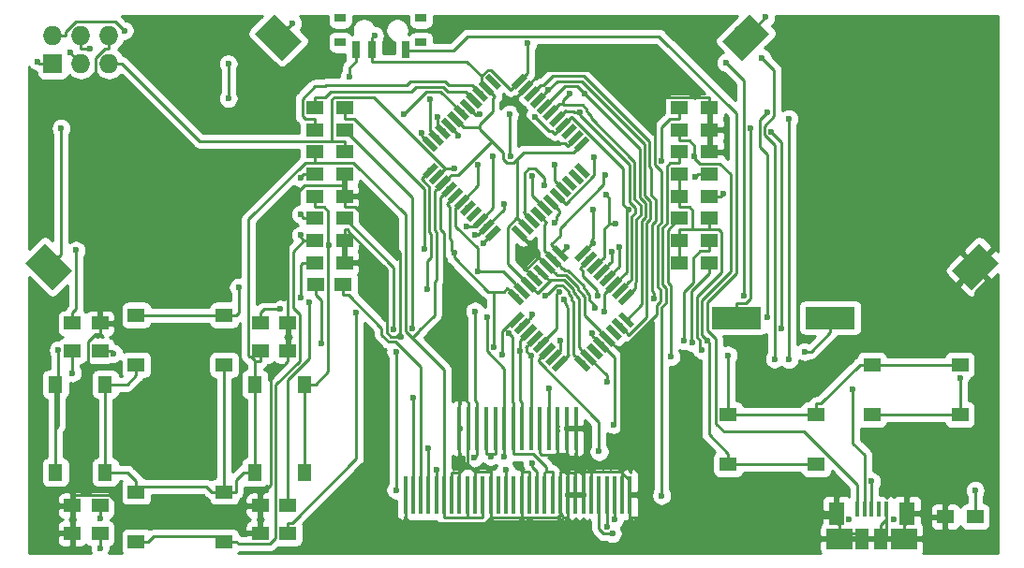
<source format=gbr>
G04 #@! TF.GenerationSoftware,KiCad,Pcbnew,(5.1.0-0)*
G04 #@! TF.CreationDate,2019-05-28T22:45:59-04:00*
G04 #@! TF.ProjectId,Business Card,42757369-6e65-4737-9320-436172642e6b,rev?*
G04 #@! TF.SameCoordinates,Original*
G04 #@! TF.FileFunction,Copper,L1,Top*
G04 #@! TF.FilePolarity,Positive*
%FSLAX46Y46*%
G04 Gerber Fmt 4.6, Leading zero omitted, Abs format (unit mm)*
G04 Created by KiCad (PCBNEW (5.1.0-0)) date 2019-05-28 22:45:59*
%MOMM*%
%LPD*%
G04 APERTURE LIST*
%ADD10R,4.500000X2.000000*%
%ADD11C,0.550000*%
%ADD12C,0.100000*%
%ADD13C,0.600000*%
%ADD14R,1.175000X1.900000*%
%ADD15R,2.375000X1.900000*%
%ADD16R,1.475000X2.100000*%
%ADD17R,0.450000X1.380000*%
%ADD18C,2.540000*%
%ADD19R,1.500000X1.250000*%
%ADD20R,1.500000X1.300000*%
%ADD21R,1.550000X1.300000*%
%ADD22R,1.300000X1.550000*%
%ADD23R,0.380000X4.000000*%
%ADD24R,0.700000X1.500000*%
%ADD25R,1.000000X0.800000*%
%ADD26R,0.400000X3.500000*%
%ADD27R,1.727200X1.727200*%
%ADD28O,1.727200X1.727200*%
%ADD29C,0.250000*%
%ADD30C,0.254000*%
G04 APERTURE END LIST*
D10*
X175250000Y-93000000D03*
X166750000Y-93000000D03*
D11*
X147171082Y-71610564D03*
D12*
G36*
X146835206Y-72335348D02*
G01*
X146446298Y-71946440D01*
X147506958Y-70885780D01*
X147895866Y-71274688D01*
X146835206Y-72335348D01*
X146835206Y-72335348D01*
G37*
D11*
X147736767Y-72176250D03*
D12*
G36*
X147400891Y-72901034D02*
G01*
X147011983Y-72512126D01*
X148072643Y-71451466D01*
X148461551Y-71840374D01*
X147400891Y-72901034D01*
X147400891Y-72901034D01*
G37*
D11*
X148302452Y-72741935D03*
D12*
G36*
X147966576Y-73466719D02*
G01*
X147577668Y-73077811D01*
X148638328Y-72017151D01*
X149027236Y-72406059D01*
X147966576Y-73466719D01*
X147966576Y-73466719D01*
G37*
D11*
X148868138Y-73307620D03*
D12*
G36*
X148532262Y-74032404D02*
G01*
X148143354Y-73643496D01*
X149204014Y-72582836D01*
X149592922Y-72971744D01*
X148532262Y-74032404D01*
X148532262Y-74032404D01*
G37*
D11*
X149433823Y-73873306D03*
D12*
G36*
X149097947Y-74598090D02*
G01*
X148709039Y-74209182D01*
X149769699Y-73148522D01*
X150158607Y-73537430D01*
X149097947Y-74598090D01*
X149097947Y-74598090D01*
G37*
D11*
X149999509Y-74438991D03*
D12*
G36*
X149663633Y-75163775D02*
G01*
X149274725Y-74774867D01*
X150335385Y-73714207D01*
X150724293Y-74103115D01*
X149663633Y-75163775D01*
X149663633Y-75163775D01*
G37*
D11*
X150565194Y-75004677D03*
D12*
G36*
X150229318Y-75729461D02*
G01*
X149840410Y-75340553D01*
X150901070Y-74279893D01*
X151289978Y-74668801D01*
X150229318Y-75729461D01*
X150229318Y-75729461D01*
G37*
D11*
X151130880Y-75570362D03*
D12*
G36*
X150795004Y-76295146D02*
G01*
X150406096Y-75906238D01*
X151466756Y-74845578D01*
X151855664Y-75234486D01*
X150795004Y-76295146D01*
X150795004Y-76295146D01*
G37*
D11*
X151696565Y-76136048D03*
D12*
G36*
X151360689Y-76860832D02*
G01*
X150971781Y-76471924D01*
X152032441Y-75411264D01*
X152421349Y-75800172D01*
X151360689Y-76860832D01*
X151360689Y-76860832D01*
G37*
D11*
X152262250Y-76701733D03*
D12*
G36*
X151926374Y-77426517D02*
G01*
X151537466Y-77037609D01*
X152598126Y-75976949D01*
X152987034Y-76365857D01*
X151926374Y-77426517D01*
X151926374Y-77426517D01*
G37*
D11*
X152827936Y-77267418D03*
D12*
G36*
X152492060Y-77992202D02*
G01*
X152103152Y-77603294D01*
X153163812Y-76542634D01*
X153552720Y-76931542D01*
X152492060Y-77992202D01*
X152492060Y-77992202D01*
G37*
D11*
X152827936Y-79671582D03*
D12*
G36*
X152103152Y-79335706D02*
G01*
X152492060Y-78946798D01*
X153552720Y-80007458D01*
X153163812Y-80396366D01*
X152103152Y-79335706D01*
X152103152Y-79335706D01*
G37*
D11*
X152262250Y-80237267D03*
D12*
G36*
X151537466Y-79901391D02*
G01*
X151926374Y-79512483D01*
X152987034Y-80573143D01*
X152598126Y-80962051D01*
X151537466Y-79901391D01*
X151537466Y-79901391D01*
G37*
D11*
X151696565Y-80802952D03*
D12*
G36*
X150971781Y-80467076D02*
G01*
X151360689Y-80078168D01*
X152421349Y-81138828D01*
X152032441Y-81527736D01*
X150971781Y-80467076D01*
X150971781Y-80467076D01*
G37*
D11*
X151130880Y-81368638D03*
D12*
G36*
X150406096Y-81032762D02*
G01*
X150795004Y-80643854D01*
X151855664Y-81704514D01*
X151466756Y-82093422D01*
X150406096Y-81032762D01*
X150406096Y-81032762D01*
G37*
D11*
X150565194Y-81934323D03*
D12*
G36*
X149840410Y-81598447D02*
G01*
X150229318Y-81209539D01*
X151289978Y-82270199D01*
X150901070Y-82659107D01*
X149840410Y-81598447D01*
X149840410Y-81598447D01*
G37*
D11*
X149999509Y-82500009D03*
D12*
G36*
X149274725Y-82164133D02*
G01*
X149663633Y-81775225D01*
X150724293Y-82835885D01*
X150335385Y-83224793D01*
X149274725Y-82164133D01*
X149274725Y-82164133D01*
G37*
D11*
X149433823Y-83065694D03*
D12*
G36*
X148709039Y-82729818D02*
G01*
X149097947Y-82340910D01*
X150158607Y-83401570D01*
X149769699Y-83790478D01*
X148709039Y-82729818D01*
X148709039Y-82729818D01*
G37*
D11*
X148868138Y-83631380D03*
D12*
G36*
X148143354Y-83295504D02*
G01*
X148532262Y-82906596D01*
X149592922Y-83967256D01*
X149204014Y-84356164D01*
X148143354Y-83295504D01*
X148143354Y-83295504D01*
G37*
D11*
X148302452Y-84197065D03*
D12*
G36*
X147577668Y-83861189D02*
G01*
X147966576Y-83472281D01*
X149027236Y-84532941D01*
X148638328Y-84921849D01*
X147577668Y-83861189D01*
X147577668Y-83861189D01*
G37*
D11*
X147736767Y-84762750D03*
D12*
G36*
X147011983Y-84426874D02*
G01*
X147400891Y-84037966D01*
X148461551Y-85098626D01*
X148072643Y-85487534D01*
X147011983Y-84426874D01*
X147011983Y-84426874D01*
G37*
D11*
X147171082Y-85328436D03*
D12*
G36*
X146446298Y-84992560D02*
G01*
X146835206Y-84603652D01*
X147895866Y-85664312D01*
X147506958Y-86053220D01*
X146446298Y-84992560D01*
X146446298Y-84992560D01*
G37*
D11*
X144766918Y-85328436D03*
D12*
G36*
X144431042Y-86053220D02*
G01*
X144042134Y-85664312D01*
X145102794Y-84603652D01*
X145491702Y-84992560D01*
X144431042Y-86053220D01*
X144431042Y-86053220D01*
G37*
D11*
X144201233Y-84762750D03*
D12*
G36*
X143865357Y-85487534D02*
G01*
X143476449Y-85098626D01*
X144537109Y-84037966D01*
X144926017Y-84426874D01*
X143865357Y-85487534D01*
X143865357Y-85487534D01*
G37*
D11*
X143635548Y-84197065D03*
D12*
G36*
X143299672Y-84921849D02*
G01*
X142910764Y-84532941D01*
X143971424Y-83472281D01*
X144360332Y-83861189D01*
X143299672Y-84921849D01*
X143299672Y-84921849D01*
G37*
D11*
X143069862Y-83631380D03*
D12*
G36*
X142733986Y-84356164D02*
G01*
X142345078Y-83967256D01*
X143405738Y-82906596D01*
X143794646Y-83295504D01*
X142733986Y-84356164D01*
X142733986Y-84356164D01*
G37*
D11*
X142504177Y-83065694D03*
D12*
G36*
X142168301Y-83790478D02*
G01*
X141779393Y-83401570D01*
X142840053Y-82340910D01*
X143228961Y-82729818D01*
X142168301Y-83790478D01*
X142168301Y-83790478D01*
G37*
D11*
X141938491Y-82500009D03*
D12*
G36*
X141602615Y-83224793D02*
G01*
X141213707Y-82835885D01*
X142274367Y-81775225D01*
X142663275Y-82164133D01*
X141602615Y-83224793D01*
X141602615Y-83224793D01*
G37*
D11*
X141372806Y-81934323D03*
D12*
G36*
X141036930Y-82659107D02*
G01*
X140648022Y-82270199D01*
X141708682Y-81209539D01*
X142097590Y-81598447D01*
X141036930Y-82659107D01*
X141036930Y-82659107D01*
G37*
D11*
X140807120Y-81368638D03*
D12*
G36*
X140471244Y-82093422D02*
G01*
X140082336Y-81704514D01*
X141142996Y-80643854D01*
X141531904Y-81032762D01*
X140471244Y-82093422D01*
X140471244Y-82093422D01*
G37*
D11*
X140241435Y-80802952D03*
D12*
G36*
X139905559Y-81527736D02*
G01*
X139516651Y-81138828D01*
X140577311Y-80078168D01*
X140966219Y-80467076D01*
X139905559Y-81527736D01*
X139905559Y-81527736D01*
G37*
D11*
X139675750Y-80237267D03*
D12*
G36*
X139339874Y-80962051D02*
G01*
X138950966Y-80573143D01*
X140011626Y-79512483D01*
X140400534Y-79901391D01*
X139339874Y-80962051D01*
X139339874Y-80962051D01*
G37*
D11*
X139110064Y-79671582D03*
D12*
G36*
X138774188Y-80396366D02*
G01*
X138385280Y-80007458D01*
X139445940Y-78946798D01*
X139834848Y-79335706D01*
X138774188Y-80396366D01*
X138774188Y-80396366D01*
G37*
D11*
X139110064Y-77267418D03*
D12*
G36*
X138385280Y-76931542D02*
G01*
X138774188Y-76542634D01*
X139834848Y-77603294D01*
X139445940Y-77992202D01*
X138385280Y-76931542D01*
X138385280Y-76931542D01*
G37*
D11*
X139675750Y-76701733D03*
D12*
G36*
X138950966Y-76365857D02*
G01*
X139339874Y-75976949D01*
X140400534Y-77037609D01*
X140011626Y-77426517D01*
X138950966Y-76365857D01*
X138950966Y-76365857D01*
G37*
D11*
X140241435Y-76136048D03*
D12*
G36*
X139516651Y-75800172D02*
G01*
X139905559Y-75411264D01*
X140966219Y-76471924D01*
X140577311Y-76860832D01*
X139516651Y-75800172D01*
X139516651Y-75800172D01*
G37*
D11*
X140807120Y-75570362D03*
D12*
G36*
X140082336Y-75234486D02*
G01*
X140471244Y-74845578D01*
X141531904Y-75906238D01*
X141142996Y-76295146D01*
X140082336Y-75234486D01*
X140082336Y-75234486D01*
G37*
D11*
X141372806Y-75004677D03*
D12*
G36*
X140648022Y-74668801D02*
G01*
X141036930Y-74279893D01*
X142097590Y-75340553D01*
X141708682Y-75729461D01*
X140648022Y-74668801D01*
X140648022Y-74668801D01*
G37*
D11*
X141938491Y-74438991D03*
D12*
G36*
X141213707Y-74103115D02*
G01*
X141602615Y-73714207D01*
X142663275Y-74774867D01*
X142274367Y-75163775D01*
X141213707Y-74103115D01*
X141213707Y-74103115D01*
G37*
D11*
X142504177Y-73873306D03*
D12*
G36*
X141779393Y-73537430D02*
G01*
X142168301Y-73148522D01*
X143228961Y-74209182D01*
X142840053Y-74598090D01*
X141779393Y-73537430D01*
X141779393Y-73537430D01*
G37*
D11*
X143069862Y-73307620D03*
D12*
G36*
X142345078Y-72971744D02*
G01*
X142733986Y-72582836D01*
X143794646Y-73643496D01*
X143405738Y-74032404D01*
X142345078Y-72971744D01*
X142345078Y-72971744D01*
G37*
D11*
X143635548Y-72741935D03*
D12*
G36*
X142910764Y-72406059D02*
G01*
X143299672Y-72017151D01*
X144360332Y-73077811D01*
X143971424Y-73466719D01*
X142910764Y-72406059D01*
X142910764Y-72406059D01*
G37*
D11*
X144201233Y-72176250D03*
D12*
G36*
X143476449Y-71840374D02*
G01*
X143865357Y-71451466D01*
X144926017Y-72512126D01*
X144537109Y-72901034D01*
X143476449Y-71840374D01*
X143476449Y-71840374D01*
G37*
D11*
X144766918Y-71610564D03*
D12*
G36*
X144042134Y-71274688D02*
G01*
X144431042Y-70885780D01*
X145491702Y-71946440D01*
X145102794Y-72335348D01*
X144042134Y-71274688D01*
X144042134Y-71274688D01*
G37*
D13*
X176968000Y-111222000D03*
X181032000Y-111222000D03*
D14*
X179840000Y-113000000D03*
X178160000Y-113000000D03*
D15*
X181910000Y-113000000D03*
X176090000Y-113000000D03*
D16*
X182175000Y-110714000D03*
X175825000Y-110714000D03*
D17*
X180300000Y-110340000D03*
X179650000Y-110340000D03*
X179000000Y-110340000D03*
X178350000Y-110340000D03*
X177730000Y-110333000D03*
D18*
X104619672Y-88380328D03*
D12*
G36*
X104962619Y-90519326D02*
G01*
X102480674Y-88037381D01*
X104276725Y-86241330D01*
X106758670Y-88723275D01*
X104962619Y-90519326D01*
X104962619Y-90519326D01*
G37*
D18*
X125380328Y-67619672D03*
D12*
G36*
X125723275Y-69758670D02*
G01*
X123241330Y-67276725D01*
X125037381Y-65480674D01*
X127519326Y-67962619D01*
X125723275Y-69758670D01*
X125723275Y-69758670D01*
G37*
D18*
X167619672Y-67619672D03*
D12*
G36*
X165480674Y-67962619D02*
G01*
X167962619Y-65480674D01*
X169758670Y-67276725D01*
X167276725Y-69758670D01*
X165480674Y-67962619D01*
X165480674Y-67962619D01*
G37*
D18*
X188380328Y-88380328D03*
D12*
G36*
X186241330Y-88723275D02*
G01*
X188723275Y-86241330D01*
X190519326Y-88037381D01*
X188037381Y-90519326D01*
X186241330Y-88723275D01*
X186241330Y-88723275D01*
G37*
D19*
X123750000Y-112500000D03*
X126250000Y-112500000D03*
X123750000Y-110000000D03*
X126250000Y-110000000D03*
X123750000Y-93500000D03*
X126250000Y-93500000D03*
X106750000Y-93500000D03*
X109250000Y-93500000D03*
D20*
X185650000Y-111000000D03*
X188350000Y-111000000D03*
D21*
X120475000Y-97250000D03*
X112525000Y-97250000D03*
X120475000Y-92750000D03*
X112525000Y-92750000D03*
D22*
X123250000Y-106975000D03*
X123250000Y-99025000D03*
X127750000Y-106975000D03*
X127750000Y-99025000D03*
D21*
X112525000Y-108750000D03*
X120475000Y-108750000D03*
X112525000Y-113250000D03*
X120475000Y-113250000D03*
X179025000Y-97250000D03*
X186975000Y-97250000D03*
X179025000Y-101750000D03*
X186975000Y-101750000D03*
D22*
X109750000Y-99025000D03*
X109750000Y-106975000D03*
X105250000Y-99025000D03*
X105250000Y-106975000D03*
D21*
X166025000Y-101750000D03*
X173975000Y-101750000D03*
X166025000Y-106250000D03*
X173975000Y-106250000D03*
D20*
X128650000Y-74000000D03*
X131350000Y-74000000D03*
X128650000Y-76000000D03*
X131350000Y-76000000D03*
X131350000Y-78000000D03*
X128650000Y-78000000D03*
X128650000Y-80000000D03*
X131350000Y-80000000D03*
X128650000Y-82000000D03*
X131350000Y-82000000D03*
X128650000Y-84000000D03*
X131350000Y-84000000D03*
X128650000Y-86000000D03*
X131350000Y-86000000D03*
X128650000Y-88000000D03*
X131350000Y-88000000D03*
X161650000Y-74000000D03*
X164350000Y-74000000D03*
X161650000Y-76000000D03*
X164350000Y-76000000D03*
D11*
X150817695Y-87161197D03*
D12*
G36*
X150057555Y-86789966D02*
G01*
X150446464Y-86401057D01*
X151577835Y-87532428D01*
X151188926Y-87921337D01*
X150057555Y-86789966D01*
X150057555Y-86789966D01*
G37*
D11*
X150252010Y-87726883D03*
D12*
G36*
X149491870Y-87355652D02*
G01*
X149880779Y-86966743D01*
X151012150Y-88098114D01*
X150623241Y-88487023D01*
X149491870Y-87355652D01*
X149491870Y-87355652D01*
G37*
D11*
X149686324Y-88292568D03*
D12*
G36*
X148926184Y-87921337D02*
G01*
X149315093Y-87532428D01*
X150446464Y-88663799D01*
X150057555Y-89052708D01*
X148926184Y-87921337D01*
X148926184Y-87921337D01*
G37*
D11*
X149120639Y-88858253D03*
D12*
G36*
X148360499Y-88487022D02*
G01*
X148749408Y-88098113D01*
X149880779Y-89229484D01*
X149491870Y-89618393D01*
X148360499Y-88487022D01*
X148360499Y-88487022D01*
G37*
D11*
X148554953Y-89423939D03*
D12*
G36*
X147794813Y-89052708D02*
G01*
X148183722Y-88663799D01*
X149315093Y-89795170D01*
X148926184Y-90184079D01*
X147794813Y-89052708D01*
X147794813Y-89052708D01*
G37*
D11*
X147989268Y-89989624D03*
D12*
G36*
X147229128Y-89618393D02*
G01*
X147618037Y-89229484D01*
X148749408Y-90360855D01*
X148360499Y-90749764D01*
X147229128Y-89618393D01*
X147229128Y-89618393D01*
G37*
D11*
X147423583Y-90555310D03*
D12*
G36*
X146663443Y-90184079D02*
G01*
X147052352Y-89795170D01*
X148183723Y-90926541D01*
X147794814Y-91315450D01*
X146663443Y-90184079D01*
X146663443Y-90184079D01*
G37*
D11*
X146857897Y-91120995D03*
D12*
G36*
X146097757Y-90749764D02*
G01*
X146486666Y-90360855D01*
X147618037Y-91492226D01*
X147229128Y-91881135D01*
X146097757Y-90749764D01*
X146097757Y-90749764D01*
G37*
D11*
X146857897Y-93171605D03*
D12*
G36*
X146486666Y-93931745D02*
G01*
X146097757Y-93542836D01*
X147229128Y-92411465D01*
X147618037Y-92800374D01*
X146486666Y-93931745D01*
X146486666Y-93931745D01*
G37*
D11*
X147423583Y-93737290D03*
D12*
G36*
X147052352Y-94497430D02*
G01*
X146663443Y-94108521D01*
X147794814Y-92977150D01*
X148183723Y-93366059D01*
X147052352Y-94497430D01*
X147052352Y-94497430D01*
G37*
D11*
X147989268Y-94302976D03*
D12*
G36*
X147618037Y-95063116D02*
G01*
X147229128Y-94674207D01*
X148360499Y-93542836D01*
X148749408Y-93931745D01*
X147618037Y-95063116D01*
X147618037Y-95063116D01*
G37*
D11*
X148554953Y-94868661D03*
D12*
G36*
X148183722Y-95628801D02*
G01*
X147794813Y-95239892D01*
X148926184Y-94108521D01*
X149315093Y-94497430D01*
X148183722Y-95628801D01*
X148183722Y-95628801D01*
G37*
D11*
X149120639Y-95434347D03*
D12*
G36*
X148749408Y-96194487D02*
G01*
X148360499Y-95805578D01*
X149491870Y-94674207D01*
X149880779Y-95063116D01*
X148749408Y-96194487D01*
X148749408Y-96194487D01*
G37*
D11*
X149686324Y-96000032D03*
D12*
G36*
X149315093Y-96760172D02*
G01*
X148926184Y-96371263D01*
X150057555Y-95239892D01*
X150446464Y-95628801D01*
X149315093Y-96760172D01*
X149315093Y-96760172D01*
G37*
D11*
X150252010Y-96565717D03*
D12*
G36*
X149880779Y-97325857D02*
G01*
X149491870Y-96936948D01*
X150623241Y-95805577D01*
X151012150Y-96194486D01*
X149880779Y-97325857D01*
X149880779Y-97325857D01*
G37*
D11*
X150817695Y-97131403D03*
D12*
G36*
X150446464Y-97891543D02*
G01*
X150057555Y-97502634D01*
X151188926Y-96371263D01*
X151577835Y-96760172D01*
X150446464Y-97891543D01*
X150446464Y-97891543D01*
G37*
D11*
X152868305Y-97131403D03*
D12*
G36*
X152108165Y-96760172D02*
G01*
X152497074Y-96371263D01*
X153628445Y-97502634D01*
X153239536Y-97891543D01*
X152108165Y-96760172D01*
X152108165Y-96760172D01*
G37*
D11*
X153433990Y-96565717D03*
D12*
G36*
X152673850Y-96194486D02*
G01*
X153062759Y-95805577D01*
X154194130Y-96936948D01*
X153805221Y-97325857D01*
X152673850Y-96194486D01*
X152673850Y-96194486D01*
G37*
D11*
X153999676Y-96000032D03*
D12*
G36*
X153239536Y-95628801D02*
G01*
X153628445Y-95239892D01*
X154759816Y-96371263D01*
X154370907Y-96760172D01*
X153239536Y-95628801D01*
X153239536Y-95628801D01*
G37*
D11*
X154565361Y-95434347D03*
D12*
G36*
X153805221Y-95063116D02*
G01*
X154194130Y-94674207D01*
X155325501Y-95805578D01*
X154936592Y-96194487D01*
X153805221Y-95063116D01*
X153805221Y-95063116D01*
G37*
D11*
X155131047Y-94868661D03*
D12*
G36*
X154370907Y-94497430D02*
G01*
X154759816Y-94108521D01*
X155891187Y-95239892D01*
X155502278Y-95628801D01*
X154370907Y-94497430D01*
X154370907Y-94497430D01*
G37*
D11*
X155696732Y-94302976D03*
D12*
G36*
X154936592Y-93931745D02*
G01*
X155325501Y-93542836D01*
X156456872Y-94674207D01*
X156067963Y-95063116D01*
X154936592Y-93931745D01*
X154936592Y-93931745D01*
G37*
D11*
X156262417Y-93737290D03*
D12*
G36*
X155502277Y-93366059D02*
G01*
X155891186Y-92977150D01*
X157022557Y-94108521D01*
X156633648Y-94497430D01*
X155502277Y-93366059D01*
X155502277Y-93366059D01*
G37*
D11*
X156828103Y-93171605D03*
D12*
G36*
X156067963Y-92800374D02*
G01*
X156456872Y-92411465D01*
X157588243Y-93542836D01*
X157199334Y-93931745D01*
X156067963Y-92800374D01*
X156067963Y-92800374D01*
G37*
D11*
X156828103Y-91120995D03*
D12*
G36*
X156456872Y-91881135D02*
G01*
X156067963Y-91492226D01*
X157199334Y-90360855D01*
X157588243Y-90749764D01*
X156456872Y-91881135D01*
X156456872Y-91881135D01*
G37*
D11*
X156262417Y-90555310D03*
D12*
G36*
X155891186Y-91315450D02*
G01*
X155502277Y-90926541D01*
X156633648Y-89795170D01*
X157022557Y-90184079D01*
X155891186Y-91315450D01*
X155891186Y-91315450D01*
G37*
D11*
X155696732Y-89989624D03*
D12*
G36*
X155325501Y-90749764D02*
G01*
X154936592Y-90360855D01*
X156067963Y-89229484D01*
X156456872Y-89618393D01*
X155325501Y-90749764D01*
X155325501Y-90749764D01*
G37*
D11*
X155131047Y-89423939D03*
D12*
G36*
X154759816Y-90184079D02*
G01*
X154370907Y-89795170D01*
X155502278Y-88663799D01*
X155891187Y-89052708D01*
X154759816Y-90184079D01*
X154759816Y-90184079D01*
G37*
D11*
X154565361Y-88858253D03*
D12*
G36*
X154194130Y-89618393D02*
G01*
X153805221Y-89229484D01*
X154936592Y-88098113D01*
X155325501Y-88487022D01*
X154194130Y-89618393D01*
X154194130Y-89618393D01*
G37*
D11*
X153999676Y-88292568D03*
D12*
G36*
X153628445Y-89052708D02*
G01*
X153239536Y-88663799D01*
X154370907Y-87532428D01*
X154759816Y-87921337D01*
X153628445Y-89052708D01*
X153628445Y-89052708D01*
G37*
D11*
X153433990Y-87726883D03*
D12*
G36*
X153062759Y-88487023D02*
G01*
X152673850Y-88098114D01*
X153805221Y-86966743D01*
X154194130Y-87355652D01*
X153062759Y-88487023D01*
X153062759Y-88487023D01*
G37*
D11*
X152868305Y-87161197D03*
D12*
G36*
X152497074Y-87921337D02*
G01*
X152108165Y-87532428D01*
X153239536Y-86401057D01*
X153628445Y-86789966D01*
X152497074Y-87921337D01*
X152497074Y-87921337D01*
G37*
D19*
X128750000Y-90000000D03*
X131250000Y-90000000D03*
X106750000Y-110000000D03*
X109250000Y-110000000D03*
X106750000Y-96000000D03*
X109250000Y-96000000D03*
X106750000Y-112500000D03*
X109250000Y-112500000D03*
X123750000Y-96000000D03*
X126250000Y-96000000D03*
D23*
X152265000Y-103000000D03*
X151455000Y-103000000D03*
X150645000Y-103000000D03*
X149835000Y-103000000D03*
X149025000Y-103000000D03*
X148215000Y-103000000D03*
X147405000Y-103000000D03*
X146595000Y-103000000D03*
X145785000Y-103000000D03*
X144975000Y-103000000D03*
X144165000Y-103000000D03*
X143355000Y-103000000D03*
X142545000Y-103000000D03*
X141735000Y-103000000D03*
D20*
X161650000Y-78000000D03*
X164350000Y-78000000D03*
X161650000Y-80000000D03*
X164350000Y-80000000D03*
X161650000Y-82000000D03*
X164350000Y-82000000D03*
X161650000Y-84000000D03*
X164350000Y-84000000D03*
X161650000Y-86000000D03*
X164350000Y-86000000D03*
X161650000Y-88000000D03*
X164350000Y-88000000D03*
D24*
X136870000Y-68740000D03*
X133870000Y-68740000D03*
X132370000Y-68740000D03*
D25*
X138270000Y-65880000D03*
X130970000Y-65880000D03*
X130970000Y-68090000D03*
X138270000Y-68090000D03*
D26*
X136850000Y-109000000D03*
X137550000Y-109000000D03*
X138250000Y-109000000D03*
X138950000Y-109000000D03*
X139650000Y-109000000D03*
X140350000Y-109000000D03*
X141050000Y-109000000D03*
X141750000Y-109000000D03*
X142450000Y-109000000D03*
X143150000Y-109000000D03*
X143850000Y-109000000D03*
X144550000Y-109000000D03*
X145250000Y-109000000D03*
X145950000Y-109000000D03*
X146650000Y-109000000D03*
X147350000Y-109000000D03*
X148050000Y-109000000D03*
X148750000Y-109000000D03*
X149450000Y-109000000D03*
X150150000Y-109000000D03*
X150850000Y-109000000D03*
X151550000Y-109000000D03*
X152250000Y-109000000D03*
X152950000Y-109000000D03*
X153650000Y-109000000D03*
X154350000Y-109000000D03*
X155050000Y-109000000D03*
X155750000Y-109000000D03*
X156450000Y-109000000D03*
X157150000Y-109000000D03*
D27*
X105000000Y-70000000D03*
D28*
X105000000Y-67460000D03*
X107540000Y-70000000D03*
X107540000Y-67460000D03*
X110080000Y-70000000D03*
X110080000Y-67460000D03*
D13*
X105747700Y-75853000D03*
X131816500Y-71216300D03*
X126641300Y-66358700D03*
X169423800Y-65815600D03*
X141837300Y-96259900D03*
X136422700Y-94709500D03*
X143598100Y-74585300D03*
X146896900Y-73129200D03*
X183500000Y-79000000D03*
X182500000Y-94000000D03*
X184000000Y-105500000D03*
X165000000Y-112000000D03*
X116500000Y-97000000D03*
X113500000Y-102000000D03*
X104500000Y-111000000D03*
X117000000Y-83500000D03*
X104000000Y-72500000D03*
X162000000Y-101000000D03*
X158000000Y-102500000D03*
X134500000Y-83500000D03*
X122500000Y-74000000D03*
X168071400Y-75847500D03*
X143413600Y-79178800D03*
X132435600Y-92545300D03*
X143367500Y-88783100D03*
X172963700Y-96068400D03*
X144872100Y-95638100D03*
X128162400Y-91581200D03*
X141262800Y-87129000D03*
X136721900Y-74608500D03*
X120849200Y-70026700D03*
X120849200Y-73139000D03*
X107097200Y-86891000D03*
X188350000Y-108619700D03*
X136001800Y-108588500D03*
X136001800Y-96097800D03*
X135779400Y-94089200D03*
X177292500Y-99486500D03*
X137480400Y-93937200D03*
X179000000Y-107810100D03*
X138553400Y-86802300D03*
X166025000Y-96383700D03*
X155110000Y-98832500D03*
X163635400Y-95905600D03*
X134071500Y-67463200D03*
X111449900Y-67005800D03*
X147931500Y-68186000D03*
X154986600Y-81882200D03*
X144762200Y-78378700D03*
X127384700Y-80377600D03*
X121777800Y-90223900D03*
X142407900Y-84739100D03*
X155831600Y-84521600D03*
X129916900Y-86416000D03*
X151413100Y-86565800D03*
X154947700Y-80043800D03*
X143915800Y-86275300D03*
X145787200Y-82737500D03*
X154251100Y-90989700D03*
X143150700Y-85523200D03*
X127398700Y-85523200D03*
X127371100Y-91189500D03*
X154016400Y-92101600D03*
X186975000Y-98436300D03*
X149393700Y-81031200D03*
X153811000Y-86245500D03*
X105486700Y-95905500D03*
X153836700Y-83202200D03*
X160007900Y-78807800D03*
X164130300Y-95050600D03*
X145566800Y-96343700D03*
X148278700Y-80143000D03*
X163000000Y-78357500D03*
X139744600Y-74821400D03*
X106566500Y-69026500D03*
X127395600Y-83635800D03*
X149499300Y-90965900D03*
X149769500Y-72406200D03*
X153051700Y-72722600D03*
X151695700Y-72711900D03*
X152606800Y-74390500D03*
X154878800Y-92441100D03*
X146232800Y-94432200D03*
X148578500Y-74793000D03*
X165618700Y-81779200D03*
X157004600Y-83256900D03*
X154368100Y-105098100D03*
X170213300Y-96720500D03*
X169076200Y-69503200D03*
X141612700Y-76534900D03*
X150834800Y-95051100D03*
X167418400Y-90978000D03*
X165804700Y-69908200D03*
X139111900Y-73197600D03*
X108328400Y-68648900D03*
X151171100Y-91368800D03*
X103616200Y-69804900D03*
X138349800Y-76233900D03*
X138854100Y-90427400D03*
X171526400Y-74986000D03*
X171526400Y-96787700D03*
X143065600Y-105685700D03*
X148327100Y-92725300D03*
X143145300Y-92401800D03*
X150750000Y-90657900D03*
X150357100Y-84438500D03*
X169943000Y-76202100D03*
X170869400Y-93947800D03*
X148193700Y-96440800D03*
X153903500Y-78513700D03*
X150370600Y-79191100D03*
X169550900Y-74421700D03*
X169550900Y-92967300D03*
X147177200Y-96025800D03*
X155661500Y-102666100D03*
X125559500Y-92230800D03*
X159318300Y-91226400D03*
X153735200Y-94421900D03*
X144213200Y-92930800D03*
X163068700Y-80221400D03*
X146329200Y-78389800D03*
X146271100Y-74558700D03*
X156214800Y-86587000D03*
X145785000Y-105588000D03*
X148313000Y-106143600D03*
X155496700Y-87046800D03*
X141329900Y-79464600D03*
X129267000Y-95321300D03*
X137550000Y-100214400D03*
X109250000Y-111158200D03*
X155750000Y-111261900D03*
X139650000Y-106745500D03*
X106750000Y-97996700D03*
X138950000Y-104767400D03*
X110510000Y-96220800D03*
X109250000Y-113874000D03*
X155050000Y-111893400D03*
X162033700Y-95064000D03*
X149835000Y-99361400D03*
X144556300Y-105536500D03*
X162834100Y-95275800D03*
X160022600Y-109094700D03*
X155561500Y-112527800D03*
X160844200Y-96544500D03*
X145918200Y-106738000D03*
D29*
X132370000Y-69815300D02*
X131816500Y-70368800D01*
X131816500Y-70368800D02*
X131816500Y-71216300D01*
X132370000Y-68740000D02*
X132370000Y-69815300D01*
X105747700Y-87252300D02*
X105747700Y-75853000D01*
X104619700Y-88380300D02*
X105747700Y-87252300D01*
X167619700Y-67619700D02*
X169423800Y-65815600D01*
X126641300Y-66358700D02*
X125380300Y-67619700D01*
X141837300Y-96259900D02*
X140381800Y-94804400D01*
X140381800Y-94804400D02*
X140381800Y-85352600D01*
X140381800Y-85352600D02*
X140046700Y-85017500D01*
X140046700Y-85017500D02*
X140046700Y-82129000D01*
X136233100Y-94519900D02*
X136422700Y-94709500D01*
X136233100Y-94519900D02*
X136404700Y-94348300D01*
X136404700Y-94348300D02*
X136404700Y-87081500D01*
X136404700Y-87081500D02*
X132298500Y-82975300D01*
X132298500Y-82975300D02*
X131350000Y-82975300D01*
X131350000Y-85024700D02*
X131680000Y-85024700D01*
X131680000Y-85024700D02*
X131753100Y-85097800D01*
X131753100Y-85097800D02*
X131753100Y-85211300D01*
X131753100Y-85211300D02*
X135154100Y-88612300D01*
X135154100Y-88612300D02*
X135154100Y-94348200D01*
X135154100Y-94348200D02*
X135520400Y-94714500D01*
X135520400Y-94714500D02*
X136038500Y-94714500D01*
X136038500Y-94714500D02*
X136233100Y-94519900D01*
X142545000Y-100674700D02*
X141837300Y-99967000D01*
X141837300Y-99967000D02*
X141837300Y-96259900D01*
X189508400Y-89508300D02*
X188380300Y-90636400D01*
X188380300Y-90636400D02*
X188380300Y-106020300D01*
X188380300Y-106020300D02*
X187287900Y-107112700D01*
X187287900Y-107112700D02*
X187287900Y-107573300D01*
X187287900Y-107573300D02*
X187262500Y-107598700D01*
X187262500Y-107598700D02*
X187262500Y-108060400D01*
X187262500Y-108060400D02*
X187194700Y-108128200D01*
X187194700Y-108128200D02*
X187194700Y-108165200D01*
X187194700Y-108165200D02*
X187014100Y-108345800D01*
X187014100Y-108345800D02*
X187014100Y-108660600D01*
X187014100Y-108660600D02*
X185650000Y-110024700D01*
X142467600Y-106319700D02*
X142545000Y-106319700D01*
X142545000Y-106319700D02*
X143150000Y-106924700D01*
X141750000Y-107037300D02*
X142467600Y-106319700D01*
X142545000Y-103000000D02*
X142440300Y-103104700D01*
X142440300Y-103104700D02*
X142440300Y-106292400D01*
X142440300Y-106292400D02*
X142467600Y-106319700D01*
X156320700Y-106924700D02*
X153650200Y-106924700D01*
X153650200Y-106924700D02*
X153650000Y-106924900D01*
X156450000Y-107037300D02*
X156337400Y-106924700D01*
X156337400Y-106924700D02*
X156320700Y-106924700D01*
X156320700Y-106924700D02*
X156320700Y-96058400D01*
X156320700Y-96058400D02*
X155926700Y-95664400D01*
X150482000Y-89088300D02*
X150525700Y-89132000D01*
X150525700Y-89132000D02*
X151382300Y-89132000D01*
X151382300Y-89132000D02*
X152482200Y-90231900D01*
X152482200Y-90231900D02*
X152482200Y-90458000D01*
X152482200Y-90458000D02*
X152774400Y-90750200D01*
X152774400Y-90750200D02*
X152774400Y-90842000D01*
X152774400Y-90842000D02*
X153047500Y-91115100D01*
X153047500Y-91115100D02*
X153047500Y-92785200D01*
X153047500Y-92785200D02*
X154335300Y-94073000D01*
X131350000Y-82000000D02*
X131350000Y-82975300D01*
X131350000Y-82000000D02*
X131350000Y-81000000D01*
X131350000Y-86000000D02*
X131350000Y-85024700D01*
X155926700Y-95664400D02*
X156583300Y-95664400D01*
X156583300Y-95664400D02*
X159544800Y-92702900D01*
X159544800Y-92702900D02*
X159544800Y-91884300D01*
X159544800Y-91884300D02*
X159943600Y-91485500D01*
X159943600Y-91485500D02*
X159943600Y-90472900D01*
X159943600Y-90472900D02*
X159644500Y-90173800D01*
X159644500Y-90173800D02*
X159644500Y-84685900D01*
X159644500Y-84685900D02*
X159962900Y-84367500D01*
X159962900Y-84367500D02*
X159962900Y-79713100D01*
X159962900Y-79713100D02*
X159382500Y-79132700D01*
X159382500Y-79132700D02*
X159382500Y-73187000D01*
X159382500Y-73187000D02*
X159544800Y-73024700D01*
X159544800Y-73024700D02*
X164350000Y-73024700D01*
X159382500Y-73187000D02*
X156818400Y-70622900D01*
X156818400Y-70622900D02*
X149290100Y-70622900D01*
X149290100Y-70622900D02*
X147736800Y-72176200D01*
X142545000Y-103000000D02*
X142545000Y-100674700D01*
X136850000Y-111075300D02*
X137330700Y-111556000D01*
X137330700Y-111556000D02*
X144069300Y-111556000D01*
X144069300Y-111556000D02*
X144550000Y-111075300D01*
X123750000Y-110000000D02*
X123750000Y-109049700D01*
X123750000Y-109049700D02*
X124700300Y-108099400D01*
X124700300Y-108099400D02*
X124700300Y-98500000D01*
X124700300Y-98500000D02*
X126250000Y-96950300D01*
X108174700Y-109049700D02*
X110137600Y-109049700D01*
X110137600Y-109049700D02*
X111087900Y-110000000D01*
X111087900Y-110000000D02*
X123750000Y-110000000D01*
X126250000Y-96000000D02*
X126250000Y-96950300D01*
X140807100Y-81368600D02*
X140046700Y-82129000D01*
X109250000Y-92549700D02*
X108865000Y-92164700D01*
X108865000Y-92164700D02*
X108865000Y-69493400D01*
X108865000Y-69493400D02*
X109709500Y-68648900D01*
X109709500Y-68648900D02*
X110080000Y-68648900D01*
X149686300Y-88292600D02*
X150482000Y-89088300D01*
X126250000Y-93500000D02*
X126250000Y-92549700D01*
X131350000Y-81000000D02*
X127748900Y-81000000D01*
X127748900Y-81000000D02*
X126250000Y-82498900D01*
X126250000Y-82498900D02*
X126250000Y-92549700D01*
X131350000Y-81000000D02*
X131350000Y-80000000D01*
X131350000Y-88000000D02*
X131350000Y-86000000D01*
X147171100Y-85328400D02*
X148890600Y-87047900D01*
X148890600Y-87047900D02*
X148890600Y-87496900D01*
X157150000Y-107962300D02*
X157150000Y-107737300D01*
X157150000Y-107737300D02*
X156450000Y-107037300D01*
X155131000Y-94868700D02*
X155926700Y-95664400D01*
X157150000Y-109000000D02*
X157150000Y-107962300D01*
X151550000Y-109000000D02*
X151550000Y-111075300D01*
X151550000Y-111075300D02*
X151097800Y-111075300D01*
X151097800Y-111075300D02*
X151024700Y-111002200D01*
X151024700Y-111002200D02*
X151024700Y-110795700D01*
X151024700Y-110795700D02*
X150973100Y-110744100D01*
X150973100Y-110744100D02*
X150973000Y-110744100D01*
X150973000Y-110744100D02*
X150641800Y-111075300D01*
X150641800Y-111075300D02*
X147350000Y-111075300D01*
X151550000Y-108481100D02*
X151550000Y-109000000D01*
X151550000Y-108481100D02*
X151550000Y-107962300D01*
X155131000Y-94868700D02*
X154335300Y-94073000D01*
X146976500Y-73129200D02*
X146976500Y-74116000D01*
X146976500Y-74116000D02*
X150086800Y-77226300D01*
X150086800Y-77226300D02*
X151266200Y-77226300D01*
X151266200Y-77226300D02*
X151502000Y-77462000D01*
X146976500Y-72936500D02*
X146976500Y-72936600D01*
X146976500Y-72936600D02*
X146976500Y-73129200D01*
X146976500Y-73129200D02*
X146896900Y-73129200D01*
X152262300Y-76701700D02*
X151502000Y-77462000D01*
X106750000Y-109049700D02*
X108174700Y-109049700D01*
X108174700Y-109049700D02*
X108174700Y-95169200D01*
X108174700Y-95169200D02*
X108893600Y-94450300D01*
X108893600Y-94450300D02*
X109250000Y-94450300D01*
X109250000Y-93500000D02*
X109250000Y-94450300D01*
X141050000Y-107037300D02*
X141750000Y-107037300D01*
X143598100Y-74585300D02*
X143312900Y-74585300D01*
X143312900Y-74585300D02*
X143264600Y-74633600D01*
X142504200Y-73873300D02*
X143264600Y-74633600D01*
X136850000Y-109000000D02*
X136850000Y-111075300D01*
X175825000Y-111075300D02*
X157150000Y-111075300D01*
X141050000Y-109000000D02*
X141050000Y-107037300D01*
X175825000Y-111075300D02*
X175825000Y-111459700D01*
X175825000Y-111459700D02*
X176090000Y-111724700D01*
X175825000Y-110714000D02*
X175825000Y-111075300D01*
X157150000Y-109000000D02*
X157150000Y-111075300D01*
X178160000Y-113000000D02*
X179840000Y-113000000D01*
X176090000Y-112470000D02*
X177630000Y-112470000D01*
X177630000Y-112470000D02*
X178160000Y-113000000D01*
X181910000Y-112832900D02*
X180330900Y-112832900D01*
X180330900Y-112832900D02*
X180300000Y-112802000D01*
X180300000Y-112802000D02*
X180300000Y-111355300D01*
X181910000Y-112832900D02*
X181910000Y-111724700D01*
X181910000Y-113000000D02*
X181910000Y-112832900D01*
X176090000Y-112470000D02*
X176090000Y-111724700D01*
X176090000Y-113000000D02*
X176090000Y-112470000D01*
X182706400Y-110714000D02*
X182706400Y-110928300D01*
X182706400Y-110928300D02*
X181910000Y-111724700D01*
X182706400Y-110714000D02*
X183237800Y-110714000D01*
X182175000Y-110714000D02*
X182706400Y-110714000D01*
X180300000Y-110340000D02*
X180300000Y-111355300D01*
X179840000Y-113000000D02*
X179840000Y-111724700D01*
X180300000Y-111355300D02*
X180209400Y-111355300D01*
X180209400Y-111355300D02*
X179840000Y-111724700D01*
X185650000Y-111000000D02*
X185650000Y-110024700D01*
X188380300Y-88380300D02*
X189508400Y-89508300D01*
X126250000Y-93500000D02*
X126250000Y-96000000D01*
X123750000Y-110000000D02*
X123750000Y-112500000D01*
X110080000Y-67460000D02*
X110080000Y-68648900D01*
X109250000Y-93500000D02*
X109250000Y-92549700D01*
X106750000Y-110000000D02*
X106750000Y-109049700D01*
X106750000Y-112500000D02*
X106750000Y-110000000D01*
X185650000Y-111000000D02*
X183523800Y-111000000D01*
X183523800Y-111000000D02*
X183237800Y-110714000D01*
X164350000Y-74000000D02*
X164350000Y-73024700D01*
X164350000Y-76000000D02*
X164350000Y-74000000D01*
X164350000Y-78000000D02*
X164350000Y-76000000D01*
X147759300Y-88628200D02*
X147759300Y-88628100D01*
X147759300Y-88628100D02*
X148890500Y-87496900D01*
X148890500Y-87496900D02*
X148890600Y-87496900D01*
X149686300Y-88292600D02*
X148890600Y-87496900D01*
X148555000Y-89423900D02*
X147759300Y-88628200D01*
X153650000Y-106924900D02*
X153649800Y-106924700D01*
X153649800Y-106924700D02*
X152950000Y-106924700D01*
X153650000Y-107230700D02*
X153650000Y-106924900D01*
X147736800Y-72176200D02*
X146976500Y-72936500D01*
X149025000Y-104162600D02*
X149025000Y-105222800D01*
X150645000Y-105175300D02*
X150438200Y-105382100D01*
X150438200Y-105382100D02*
X149184300Y-105382100D01*
X149184300Y-105382100D02*
X149025000Y-105222800D01*
X150645000Y-103000000D02*
X150645000Y-104212700D01*
X150645000Y-105175300D02*
X150645000Y-105325300D01*
X150645000Y-104212700D02*
X150645000Y-105175300D01*
X150645000Y-105325300D02*
X151455000Y-105325300D01*
X149025000Y-104162600D02*
X149025000Y-103000000D01*
X147350000Y-109000000D02*
X147350000Y-111075300D01*
X144550000Y-109000000D02*
X144550000Y-111075300D01*
X144550000Y-111075300D02*
X147350000Y-111075300D01*
X144550000Y-107962300D02*
X144550000Y-109000000D01*
X144550000Y-107962300D02*
X144550000Y-106924700D01*
X141750000Y-109000000D02*
X141750000Y-107037300D01*
X143150000Y-107962300D02*
X143150000Y-106924700D01*
X143150000Y-109000000D02*
X143150000Y-107962300D01*
X144550000Y-106924700D02*
X143150000Y-106924700D01*
X148050000Y-106924700D02*
X147350000Y-106924700D01*
X147350000Y-109000000D02*
X147350000Y-106924700D01*
X148050000Y-109000000D02*
X148050000Y-106924700D01*
X152250000Y-107230700D02*
X152056600Y-107037300D01*
X152056600Y-107037300D02*
X151550000Y-107037300D01*
X151455000Y-103000000D02*
X151455000Y-105325300D01*
X151550000Y-107037300D02*
X151550000Y-105420300D01*
X151550000Y-105420300D02*
X151455000Y-105325300D01*
X151550000Y-107230700D02*
X151550000Y-107037300D01*
X151550000Y-107230700D02*
X151244000Y-106924700D01*
X151244000Y-106924700D02*
X150850000Y-106924700D01*
X151550000Y-107962300D02*
X151550000Y-107230700D01*
X150850000Y-109000000D02*
X150850000Y-106924700D01*
X152250000Y-107962300D02*
X152250000Y-107230700D01*
X152250000Y-107230700D02*
X152250000Y-106924700D01*
X152250000Y-109000000D02*
X152250000Y-107962300D01*
X152950000Y-107230700D02*
X152644000Y-106924700D01*
X152644000Y-106924700D02*
X152250000Y-106924700D01*
X152950000Y-107962300D02*
X152950000Y-107230700D01*
X152950000Y-107230700D02*
X152950000Y-106924700D01*
X152950000Y-109000000D02*
X152950000Y-107962300D01*
X153650000Y-107962300D02*
X153650000Y-107230700D01*
X153650000Y-109000000D02*
X153650000Y-107962300D01*
X156450000Y-109000000D02*
X156450000Y-107037300D01*
X141938500Y-82500000D02*
X143413600Y-81024900D01*
X143413600Y-81024900D02*
X143413600Y-79178800D01*
X166750000Y-93000000D02*
X166750000Y-91674700D01*
X168071400Y-75847500D02*
X168071400Y-91223000D01*
X168071400Y-91223000D02*
X167619700Y-91674700D01*
X167619700Y-91674700D02*
X166750000Y-91674700D01*
X143367500Y-88783100D02*
X143367500Y-86686700D01*
X143367500Y-86686700D02*
X141408100Y-84727300D01*
X141408100Y-84727300D02*
X141408100Y-83030400D01*
X141408100Y-83030400D02*
X141938500Y-82500000D01*
X143367500Y-88783100D02*
X145651400Y-88783100D01*
X145651400Y-88783100D02*
X146627800Y-89759500D01*
X126250000Y-112500000D02*
X126250000Y-111549700D01*
X132435600Y-92545300D02*
X132435600Y-105720500D01*
X132435600Y-105720500D02*
X126606400Y-111549700D01*
X126606400Y-111549700D02*
X126250000Y-111549700D01*
X147423600Y-90555300D02*
X146627800Y-89759500D01*
X141262800Y-87129000D02*
X141262800Y-87128900D01*
X141262800Y-87128900D02*
X141057300Y-86923400D01*
X141057300Y-86923400D02*
X141057300Y-86805600D01*
X141057300Y-86805600D02*
X141018700Y-86767000D01*
X141018700Y-86767000D02*
X141018700Y-85983400D01*
X141018700Y-85983400D02*
X140881900Y-85846600D01*
X140881900Y-85846600D02*
X140881900Y-82964100D01*
X140881900Y-82964100D02*
X140612500Y-82694600D01*
X141262800Y-87129000D02*
X141262800Y-87562700D01*
X141262800Y-87562700D02*
X144338100Y-90638000D01*
X144338100Y-90638000D02*
X144872100Y-90638000D01*
X144872100Y-95638100D02*
X144872100Y-90638000D01*
X146062300Y-90325300D02*
X145749600Y-90638000D01*
X145749600Y-90638000D02*
X144872100Y-90638000D01*
X146857900Y-91121000D02*
X146062300Y-90325300D01*
X172963700Y-96068400D02*
X173506900Y-96068400D01*
X173506900Y-96068400D02*
X175250000Y-94325300D01*
X175250000Y-93000000D02*
X175250000Y-94325300D01*
X126250000Y-110000000D02*
X126250000Y-98612000D01*
X126250000Y-98612000D02*
X128162400Y-96699600D01*
X128162400Y-96699600D02*
X128162400Y-91581200D01*
X141372800Y-81934300D02*
X140612500Y-82694600D01*
X120849200Y-70026700D02*
X120849200Y-73139000D01*
X106750000Y-93500000D02*
X106750000Y-92549700D01*
X106750000Y-92549700D02*
X107097200Y-92202500D01*
X107097200Y-92202500D02*
X107097200Y-86891000D01*
X136721900Y-74608500D02*
X138783100Y-72547300D01*
X138783100Y-72547300D02*
X140046800Y-72547300D01*
X140046800Y-72547300D02*
X141938500Y-74439000D01*
X188350000Y-108619700D02*
X188350000Y-111000000D01*
X136001800Y-96097800D02*
X136001800Y-108588500D01*
X131350000Y-84000000D02*
X135779400Y-88429400D01*
X135779400Y-88429400D02*
X135779400Y-94089200D01*
X178350000Y-110340000D02*
X178350000Y-105408600D01*
X178350000Y-105408600D02*
X177292500Y-104351100D01*
X177292500Y-104351100D02*
X177292500Y-99486500D01*
X131350000Y-76000000D02*
X137480400Y-82130400D01*
X137480400Y-82130400D02*
X137480400Y-93937200D01*
X136870000Y-68740000D02*
X136945400Y-68815400D01*
X136945400Y-68815400D02*
X141191800Y-68815400D01*
X141191800Y-68815400D02*
X142473600Y-67533600D01*
X142473600Y-67533600D02*
X159780700Y-67533600D01*
X159780700Y-67533600D02*
X166756900Y-74509800D01*
X166756900Y-74509800D02*
X166756900Y-88967200D01*
X166756900Y-88967200D02*
X164133600Y-91590500D01*
X164133600Y-91590500D02*
X164133600Y-94149500D01*
X164133600Y-94149500D02*
X164914000Y-94929900D01*
X164914000Y-94929900D02*
X164914000Y-102566600D01*
X164914000Y-102566600D02*
X165638100Y-103290700D01*
X165638100Y-103290700D02*
X172900800Y-103290700D01*
X172900800Y-103290700D02*
X177730000Y-108119900D01*
X177730000Y-108119900D02*
X177730000Y-110333000D01*
X131350000Y-74975300D02*
X132203400Y-74975300D01*
X132203400Y-74975300D02*
X138553400Y-81325300D01*
X138553400Y-81325300D02*
X138553400Y-86802300D01*
X179000000Y-107810100D02*
X179000000Y-110340000D01*
X131350000Y-74000000D02*
X131350000Y-74975300D01*
X137478600Y-94823400D02*
X138105700Y-94196300D01*
X138105700Y-94196300D02*
X138105700Y-94120700D01*
X138105700Y-94120700D02*
X139481200Y-92745200D01*
X139481200Y-92745200D02*
X139481200Y-89699200D01*
X139481200Y-89699200D02*
X139650100Y-89530300D01*
X139650100Y-89530300D02*
X139650100Y-85257800D01*
X139650100Y-85257800D02*
X139481200Y-85088900D01*
X139481200Y-85088900D02*
X139481200Y-81563300D01*
X139481200Y-81563300D02*
X139481200Y-81563200D01*
X140350000Y-109000000D02*
X140350000Y-97694800D01*
X140350000Y-97694800D02*
X137478600Y-94823400D01*
X144666900Y-77038600D02*
X145703900Y-78075600D01*
X145703900Y-78075600D02*
X145703900Y-78648800D01*
X145703900Y-78648800D02*
X146070200Y-79015100D01*
X146070200Y-79015100D02*
X146588300Y-79015100D01*
X146588300Y-79015100D02*
X146976500Y-78626900D01*
X146976500Y-78626900D02*
X147575700Y-78027700D01*
X147575700Y-78027700D02*
X152067600Y-78027700D01*
X146976500Y-78626900D02*
X146976500Y-84002500D01*
X128650000Y-78975300D02*
X132185500Y-78975300D01*
X132185500Y-78975300D02*
X136855000Y-83644800D01*
X136855000Y-83644800D02*
X136855000Y-94199800D01*
X136855000Y-94199800D02*
X137478600Y-94823400D01*
X153434000Y-96565700D02*
X155110000Y-98241700D01*
X155110000Y-98241700D02*
X155110000Y-98832500D01*
X163635400Y-95905600D02*
X163466400Y-95736600D01*
X163466400Y-95736600D02*
X163466400Y-95009700D01*
X163466400Y-95009700D02*
X163233000Y-94776300D01*
X163233000Y-94776300D02*
X163233000Y-91092600D01*
X163233000Y-91092600D02*
X165425400Y-88900200D01*
X165425400Y-88900200D02*
X165425400Y-85215300D01*
X165425400Y-85215300D02*
X165185400Y-84975300D01*
X165185400Y-84975300D02*
X164350000Y-84975300D01*
X146976500Y-84002500D02*
X146898700Y-84002500D01*
X146898700Y-84002500D02*
X146108100Y-84793100D01*
X146108100Y-84793100D02*
X146108100Y-88108400D01*
X146108100Y-88108400D02*
X147989300Y-89989600D01*
X147736800Y-84762800D02*
X146976500Y-84002500D01*
X153434000Y-96565700D02*
X152570800Y-95702500D01*
X152570800Y-95702500D02*
X152570800Y-91275300D01*
X152570800Y-91275300D02*
X152324100Y-91028600D01*
X152324100Y-91028600D02*
X152324100Y-90936800D01*
X152324100Y-90936800D02*
X152031900Y-90644600D01*
X152031900Y-90644600D02*
X152031900Y-90418500D01*
X152031900Y-90418500D02*
X151195700Y-89582300D01*
X151195700Y-89582300D02*
X149988000Y-89582300D01*
X149988000Y-89582300D02*
X149916300Y-89654000D01*
X149916300Y-89654000D02*
X149916300Y-89654100D01*
X149916300Y-89654100D02*
X148785100Y-90785300D01*
X148785100Y-90785300D02*
X148785000Y-90785300D01*
X148387100Y-90387400D02*
X147989300Y-89989600D01*
X166025000Y-96383700D02*
X166025000Y-101750000D01*
X143571300Y-75765000D02*
X143571300Y-75943000D01*
X143571300Y-75943000D02*
X144666900Y-77038600D01*
X144961600Y-72936500D02*
X144719300Y-73178800D01*
X144719300Y-73178800D02*
X144719300Y-74365600D01*
X144719300Y-74365600D02*
X143571300Y-75513600D01*
X143571300Y-75513600D02*
X143571300Y-75765000D01*
X143571300Y-75765000D02*
X142133200Y-75765000D01*
X141001800Y-80042600D02*
X141067100Y-80108000D01*
X141067100Y-80108000D02*
X141597500Y-80108000D01*
X141597500Y-80108000D02*
X144666900Y-77038600D01*
X140241400Y-80803000D02*
X139481200Y-81563200D01*
X105000000Y-67460000D02*
X106188900Y-67460000D01*
X106188900Y-67460000D02*
X106188900Y-67088500D01*
X106188900Y-67088500D02*
X107064600Y-66212800D01*
X107064600Y-66212800D02*
X110656900Y-66212800D01*
X110656900Y-66212800D02*
X111449900Y-67005800D01*
X134071500Y-67463200D02*
X133870000Y-67664700D01*
X133870000Y-68740000D02*
X133870000Y-67664700D01*
X140621600Y-80422800D02*
X140241400Y-80803000D01*
X140621600Y-80422800D02*
X141001800Y-80042600D01*
X144201200Y-72176200D02*
X144961600Y-72936500D01*
X141372800Y-75004700D02*
X142133200Y-75765000D01*
X173975000Y-101750000D02*
X173975000Y-100774700D01*
X179025000Y-97250000D02*
X177924700Y-97250000D01*
X177924700Y-97250000D02*
X174400000Y-100774700D01*
X174400000Y-100774700D02*
X173975000Y-100774700D01*
X186975000Y-97250000D02*
X179025000Y-97250000D01*
X123250000Y-96950300D02*
X123250000Y-96886100D01*
X123250000Y-96886100D02*
X122899900Y-96536000D01*
X122899900Y-96536000D02*
X122747700Y-96536000D01*
X122747700Y-96536000D02*
X122674600Y-96462900D01*
X122674600Y-96462900D02*
X122674600Y-84103500D01*
X122674600Y-84103500D02*
X127802800Y-78975300D01*
X127802800Y-78975300D02*
X128650000Y-78975300D01*
X123250000Y-99025000D02*
X123250000Y-96950300D01*
X123250000Y-96950300D02*
X123750000Y-96950300D01*
X128650000Y-78000000D02*
X128650000Y-78975300D01*
X148387100Y-90387400D02*
X148785000Y-90785300D01*
X143716800Y-71139900D02*
X143716800Y-71691800D01*
X143716800Y-71691800D02*
X144201200Y-72176200D01*
X146410800Y-72370900D02*
X144600300Y-70560500D01*
X144600300Y-70560500D02*
X144296200Y-70560500D01*
X144296200Y-70560500D02*
X143716800Y-71139900D01*
X133870000Y-69815300D02*
X142392200Y-69815300D01*
X142392200Y-69815300D02*
X143716800Y-71139900D01*
X133870000Y-68740000D02*
X133870000Y-69815300D01*
X140350000Y-110037600D02*
X140350000Y-109000000D01*
X147171100Y-71610600D02*
X146410800Y-72370900D01*
X152827900Y-77267400D02*
X152067600Y-78027700D01*
X112525000Y-98225300D02*
X111725300Y-99025000D01*
X111725300Y-99025000D02*
X109750000Y-99025000D01*
X123250000Y-106975000D02*
X122274700Y-106975000D01*
X120475000Y-108750000D02*
X121575300Y-108750000D01*
X121575300Y-108750000D02*
X121575300Y-107674400D01*
X121575300Y-107674400D02*
X122274700Y-106975000D01*
X119924900Y-108750000D02*
X120475000Y-108750000D01*
X119924900Y-108750000D02*
X119374700Y-108750000D01*
X112525000Y-108262300D02*
X118887000Y-108262300D01*
X118887000Y-108262300D02*
X119374700Y-108750000D01*
X112525000Y-108262300D02*
X112525000Y-107774700D01*
X112525000Y-108750000D02*
X112525000Y-108262300D01*
X123250000Y-106975000D02*
X123250000Y-99025000D01*
X123750000Y-96000000D02*
X123750000Y-96950300D01*
X112525000Y-97250000D02*
X112525000Y-98225300D01*
X109750000Y-106975000D02*
X109750000Y-99025000D01*
X120475000Y-108750000D02*
X120475000Y-97250000D01*
X173975000Y-101750000D02*
X166025000Y-101750000D01*
X109750000Y-106975000D02*
X111725300Y-106975000D01*
X111725300Y-106975000D02*
X112525000Y-107774700D01*
X161650000Y-86000000D02*
X161650000Y-88000000D01*
X161650000Y-82000000D02*
X161650000Y-80000000D01*
X161650000Y-82123600D02*
X161650000Y-82000000D01*
X161650000Y-82123600D02*
X161650000Y-82975300D01*
X162792600Y-84975300D02*
X162792600Y-83264500D01*
X162792600Y-83264500D02*
X162503400Y-82975300D01*
X162503400Y-82975300D02*
X161650000Y-82975300D01*
X161650000Y-85024700D02*
X162743200Y-85024700D01*
X162743200Y-85024700D02*
X162792600Y-84975300D01*
X162792600Y-84975300D02*
X164350000Y-84975300D01*
X161650000Y-86000000D02*
X161650000Y-85024700D01*
X164350000Y-84000000D02*
X164350000Y-84975300D01*
X149120600Y-88858300D02*
X149916300Y-89654000D01*
X147931500Y-70850200D02*
X147931500Y-68186000D01*
X147171100Y-71610600D02*
X147931500Y-70850200D01*
X140350000Y-110037600D02*
X140350000Y-111075300D01*
X142450000Y-111075300D02*
X140350000Y-111075300D01*
X142450000Y-110962700D02*
X142450000Y-111075300D01*
X142450000Y-109000000D02*
X142450000Y-110962700D01*
X143850000Y-109000000D02*
X143850000Y-111075300D01*
X143850000Y-111075300D02*
X142450000Y-111075300D01*
X143635500Y-84197100D02*
X144762200Y-83070400D01*
X144762200Y-83070400D02*
X144762200Y-78378700D01*
X155301700Y-84521600D02*
X154795400Y-85027900D01*
X154795400Y-85027900D02*
X154795400Y-87496900D01*
X154986600Y-81882200D02*
X155301700Y-82197300D01*
X155301700Y-82197300D02*
X155301700Y-84521600D01*
X155301700Y-84521600D02*
X155831600Y-84521600D01*
X142407900Y-84739100D02*
X143093500Y-84739100D01*
X143093500Y-84739100D02*
X143635500Y-84197100D01*
X127384700Y-80377600D02*
X127574700Y-80187600D01*
X127574700Y-80187600D02*
X127574700Y-80000000D01*
X128650000Y-80000000D02*
X127574700Y-80000000D01*
X121575300Y-92750000D02*
X121777800Y-92547500D01*
X121777800Y-92547500D02*
X121777800Y-90223900D01*
X120475000Y-92750000D02*
X121575300Y-92750000D01*
X153999700Y-88292600D02*
X154795400Y-87496900D01*
X112525000Y-92750000D02*
X120475000Y-92750000D01*
X144006500Y-86088800D02*
X144006500Y-86184600D01*
X144006500Y-86184600D02*
X143915800Y-86275300D01*
X129898300Y-86416000D02*
X129898300Y-97852000D01*
X129898300Y-97852000D02*
X128725300Y-99025000D01*
X128650000Y-82975300D02*
X129503400Y-82975300D01*
X129503400Y-82975300D02*
X129898300Y-83370200D01*
X129898300Y-83370200D02*
X129898300Y-86416000D01*
X129916900Y-86416000D02*
X129898300Y-86416000D01*
X150022100Y-86365500D02*
X150817700Y-85569900D01*
X150817700Y-85569900D02*
X150817700Y-84880100D01*
X150817700Y-84880100D02*
X154774900Y-80922900D01*
X154774900Y-80922900D02*
X154774900Y-80216600D01*
X154774900Y-80216600D02*
X154947700Y-80043800D01*
X151413100Y-86565800D02*
X150817700Y-87161200D01*
X150817700Y-87161200D02*
X150022100Y-86365500D01*
X127750000Y-99025000D02*
X128725300Y-99025000D01*
X144766900Y-85328400D02*
X144006500Y-86088800D01*
X127750000Y-99025000D02*
X127750000Y-106975000D01*
X128650000Y-82000000D02*
X128650000Y-82975300D01*
X145787200Y-82737500D02*
X145787200Y-83176800D01*
X145787200Y-83176800D02*
X144201200Y-84762800D01*
X152638400Y-88522500D02*
X152862000Y-88746200D01*
X152862000Y-88746200D02*
X152862000Y-89267500D01*
X152862000Y-89267500D02*
X154123100Y-90528600D01*
X154123100Y-90528600D02*
X154123100Y-90861700D01*
X154123100Y-90861700D02*
X154251100Y-90989700D01*
X153434000Y-87726900D02*
X152638400Y-88522500D01*
X121575300Y-113250000D02*
X121775600Y-113450300D01*
X121775600Y-113450300D02*
X124634800Y-113450300D01*
X124634800Y-113450300D02*
X125150700Y-112934400D01*
X125150700Y-112934400D02*
X125150700Y-99074400D01*
X125150700Y-99074400D02*
X127325400Y-96899700D01*
X127325400Y-96899700D02*
X127325400Y-92726800D01*
X127325400Y-92726800D02*
X126700400Y-92101800D01*
X126700400Y-92101800D02*
X126700400Y-86986900D01*
X126700400Y-86986900D02*
X127687300Y-86000000D01*
X120475000Y-113250000D02*
X121575300Y-113250000D01*
X127687300Y-86000000D02*
X127398700Y-85711400D01*
X127398700Y-85711400D02*
X127398700Y-85523200D01*
X120475000Y-113237500D02*
X120475000Y-113250000D01*
X128650000Y-86000000D02*
X127687300Y-86000000D01*
X120475000Y-113237500D02*
X120475000Y-112762300D01*
X143150700Y-85523200D02*
X143440800Y-85523200D01*
X144201200Y-84762800D02*
X143440800Y-85523200D01*
X112525000Y-113250000D02*
X113625300Y-113250000D01*
X120475000Y-112762300D02*
X114113000Y-112762300D01*
X114113000Y-112762300D02*
X113625300Y-113250000D01*
X151047700Y-88522500D02*
X151091800Y-88522500D01*
X151091800Y-88522500D02*
X151251000Y-88681700D01*
X151251000Y-88681700D02*
X151568900Y-88681700D01*
X151568900Y-88681700D02*
X152932500Y-90045300D01*
X152932500Y-90045300D02*
X152932500Y-90271400D01*
X152932500Y-90271400D02*
X153224700Y-90563600D01*
X153224700Y-90563600D02*
X153224700Y-90655400D01*
X153224700Y-90655400D02*
X153497800Y-90928500D01*
X153497800Y-90928500D02*
X153497800Y-91376700D01*
X153497800Y-91376700D02*
X154016400Y-91895300D01*
X154016400Y-91895300D02*
X154016400Y-92101600D01*
X150252000Y-87726900D02*
X151047700Y-88522500D01*
X127574700Y-88000000D02*
X127371100Y-88203600D01*
X127371100Y-88203600D02*
X127371100Y-91189500D01*
X128650000Y-88000000D02*
X127574700Y-88000000D01*
X186975000Y-101750000D02*
X186975000Y-98436300D01*
X148868100Y-83631400D02*
X149628500Y-84391700D01*
X150252000Y-87726900D02*
X149456200Y-86931100D01*
X149456200Y-86931100D02*
X149456200Y-84564000D01*
X149456200Y-84564000D02*
X149628500Y-84391700D01*
X179025000Y-101750000D02*
X186975000Y-101750000D01*
X149393700Y-81031200D02*
X149393700Y-80362200D01*
X149393700Y-80362200D02*
X148549200Y-79517700D01*
X148549200Y-79517700D02*
X148019700Y-79517700D01*
X148019700Y-79517700D02*
X147653400Y-79884000D01*
X147653400Y-79884000D02*
X147653400Y-83325500D01*
X147653400Y-83325500D02*
X147542200Y-83436700D01*
X153664000Y-86365500D02*
X153663900Y-86365500D01*
X153663900Y-86365500D02*
X153663900Y-86029000D01*
X153663900Y-86029000D02*
X153836700Y-85856200D01*
X153836700Y-85856200D02*
X153836700Y-83202200D01*
X148302500Y-84197100D02*
X147542200Y-83436700D01*
X153811000Y-86245500D02*
X153784000Y-86245500D01*
X153784000Y-86245500D02*
X153664000Y-86365500D01*
X105250000Y-103000000D02*
X105486700Y-102763300D01*
X105486700Y-102763300D02*
X105486700Y-95905500D01*
X105250000Y-103000000D02*
X105250000Y-99025000D01*
X105250000Y-106975000D02*
X105250000Y-103000000D01*
X161650000Y-74975300D02*
X160796600Y-74975300D01*
X160796600Y-74975300D02*
X160007900Y-75764000D01*
X160007900Y-75764000D02*
X160007900Y-78807800D01*
X152868300Y-87161200D02*
X153664000Y-86365500D01*
X161650000Y-74000000D02*
X161650000Y-74975300D01*
X149433800Y-83065700D02*
X148278700Y-81910600D01*
X148278700Y-81910600D02*
X148278700Y-80143000D01*
X164130300Y-95050600D02*
X164130300Y-95036700D01*
X164130300Y-95036700D02*
X163683300Y-94589700D01*
X163683300Y-94589700D02*
X163683300Y-91403800D01*
X163683300Y-91403800D02*
X166259700Y-88827400D01*
X166259700Y-88827400D02*
X166259700Y-80018100D01*
X166259700Y-80018100D02*
X165266200Y-79024600D01*
X165266200Y-79024600D02*
X163467700Y-79024600D01*
X163467700Y-79024600D02*
X163000000Y-78556900D01*
X163000000Y-78556900D02*
X163000000Y-78357500D01*
X146857900Y-93171600D02*
X146583200Y-93171600D01*
X146583200Y-93171600D02*
X145566800Y-94188000D01*
X145566800Y-94188000D02*
X145566800Y-96343700D01*
X166025000Y-105274700D02*
X164319200Y-103568900D01*
X164319200Y-103568900D02*
X164319200Y-95239500D01*
X164319200Y-95239500D02*
X164130300Y-95050600D01*
X161650000Y-76975300D02*
X162546800Y-76975300D01*
X162546800Y-76975300D02*
X163000000Y-77428500D01*
X163000000Y-77428500D02*
X163000000Y-78357500D01*
X166025000Y-106250000D02*
X166025000Y-105274700D01*
X173975000Y-106250000D02*
X166025000Y-106250000D01*
X161650000Y-76000000D02*
X161650000Y-76975300D01*
X142309600Y-72547200D02*
X142309500Y-72547300D01*
X142309500Y-72547300D02*
X140683700Y-72547300D01*
X140683700Y-72547300D02*
X140233400Y-72097000D01*
X140233400Y-72097000D02*
X137838500Y-72097000D01*
X137838500Y-72097000D02*
X137388200Y-72547300D01*
X137388200Y-72547300D02*
X130102700Y-72547300D01*
X130102700Y-72547300D02*
X129625300Y-73024700D01*
X129625300Y-73024700D02*
X128650000Y-73024700D01*
X128650000Y-74000000D02*
X128650000Y-73024700D01*
X143069900Y-73307600D02*
X142309600Y-72547200D01*
X142875300Y-71981600D02*
X142875200Y-71981700D01*
X142875200Y-71981700D02*
X140755000Y-71981700D01*
X140755000Y-71981700D02*
X140420000Y-71646700D01*
X140420000Y-71646700D02*
X137298500Y-71646700D01*
X137298500Y-71646700D02*
X136963500Y-71981700D01*
X136963500Y-71981700D02*
X129713000Y-71981700D01*
X129713000Y-71981700D02*
X129620500Y-72074200D01*
X129620500Y-72074200D02*
X128663600Y-72074200D01*
X128663600Y-72074200D02*
X127551000Y-73186800D01*
X127551000Y-73186800D02*
X127551000Y-74779100D01*
X127551000Y-74779100D02*
X127796600Y-75024700D01*
X127796600Y-75024700D02*
X128650000Y-75024700D01*
X143635500Y-72741900D02*
X142875300Y-71981600D01*
X128650000Y-76000000D02*
X128650000Y-75024700D01*
X152072700Y-96335700D02*
X152072700Y-91793300D01*
X152072700Y-91793300D02*
X152062700Y-91783300D01*
X152062700Y-91783300D02*
X152062700Y-91573700D01*
X152062700Y-91573700D02*
X151873800Y-91384800D01*
X151873800Y-91384800D02*
X151873800Y-91123400D01*
X151873800Y-91123400D02*
X151581600Y-90831200D01*
X151581600Y-90831200D02*
X151581600Y-90605100D01*
X151581600Y-90605100D02*
X151009100Y-90032600D01*
X151009100Y-90032600D02*
X150491000Y-90032600D01*
X150491000Y-90032600D02*
X149721700Y-90801900D01*
X149721700Y-90801900D02*
X149695200Y-90801900D01*
X149695200Y-90801900D02*
X149544900Y-90952200D01*
X149544900Y-90952200D02*
X149513000Y-90952200D01*
X149513000Y-90952200D02*
X149499300Y-90965900D01*
X152868300Y-97131400D02*
X152072700Y-96335700D01*
X139744600Y-74821400D02*
X139744600Y-75639200D01*
X139744600Y-75639200D02*
X140241400Y-76136000D01*
X107540000Y-70000000D02*
X106566500Y-69026500D01*
X128650000Y-84000000D02*
X127574700Y-84000000D01*
X127574700Y-84000000D02*
X127574700Y-83814900D01*
X127574700Y-83814900D02*
X127395600Y-83635800D01*
X157058200Y-94533100D02*
X158641400Y-92949900D01*
X158641400Y-92949900D02*
X158641400Y-84415200D01*
X158641400Y-84415200D02*
X159000400Y-84056200D01*
X159000400Y-84056200D02*
X159000400Y-82457400D01*
X159000400Y-82457400D02*
X158485200Y-81942200D01*
X158485200Y-81942200D02*
X158485200Y-79509200D01*
X158485200Y-79509200D02*
X158481900Y-79505900D01*
X158481900Y-79505900D02*
X158481900Y-77268400D01*
X158481900Y-77268400D02*
X152811700Y-71598200D01*
X152811700Y-71598200D02*
X150577500Y-71598200D01*
X150577500Y-71598200D02*
X149769500Y-72406200D01*
X149628500Y-72547200D02*
X149769500Y-72406200D01*
X156262400Y-93737300D02*
X157058200Y-94533100D01*
X148868100Y-73307600D02*
X149628500Y-72547200D01*
X156828100Y-93171600D02*
X158191100Y-91808600D01*
X158191100Y-91808600D02*
X158191100Y-84228600D01*
X158191100Y-84228600D02*
X158550100Y-83869600D01*
X158550100Y-83869600D02*
X158550100Y-82644000D01*
X158550100Y-82644000D02*
X158034900Y-82128800D01*
X158034900Y-82128800D02*
X158034900Y-79695800D01*
X158034900Y-79695800D02*
X158031600Y-79692500D01*
X158031600Y-79692500D02*
X158031600Y-77702500D01*
X158031600Y-77702500D02*
X153051700Y-72722600D01*
X153051700Y-72722600D02*
X152385100Y-72056000D01*
X152385100Y-72056000D02*
X151251100Y-72056000D01*
X151251100Y-72056000D02*
X149433800Y-73873300D01*
X157623800Y-90325300D02*
X157623700Y-90325300D01*
X157623700Y-90325300D02*
X157623700Y-89830900D01*
X157623700Y-89830900D02*
X157740800Y-89713800D01*
X157740800Y-89713800D02*
X157740800Y-84042000D01*
X157740800Y-84042000D02*
X158099800Y-83683000D01*
X158099800Y-83683000D02*
X158099800Y-82830600D01*
X158099800Y-82830600D02*
X157584600Y-82315400D01*
X157584600Y-82315400D02*
X157584600Y-79882400D01*
X157584600Y-79882400D02*
X157581300Y-79879100D01*
X157581300Y-79879100D02*
X157581300Y-78907600D01*
X157581300Y-78907600D02*
X153612000Y-74938300D01*
X153612000Y-74938300D02*
X153612000Y-74745200D01*
X153612000Y-74745200D02*
X153304200Y-74437400D01*
X153304200Y-74437400D02*
X153304200Y-74356500D01*
X153304200Y-74356500D02*
X153232100Y-74284400D01*
X153232100Y-74284400D02*
X153232100Y-74131400D01*
X153232100Y-74131400D02*
X152865900Y-73765200D01*
X152865900Y-73765200D02*
X152632000Y-73765200D01*
X152632000Y-73765200D02*
X152591600Y-73724800D01*
X152591600Y-73724800D02*
X152398200Y-73724800D01*
X152398200Y-73724800D02*
X152383900Y-73710500D01*
X152383900Y-73710500D02*
X151160700Y-73710500D01*
X151160700Y-73710500D02*
X151128900Y-73678700D01*
X151128900Y-73678700D02*
X151128900Y-73278700D01*
X151128900Y-73278700D02*
X151695700Y-72711900D01*
X151128900Y-73678700D02*
X150759900Y-73678700D01*
X150759900Y-73678700D02*
X150759900Y-73678600D01*
X156828100Y-91121000D02*
X157623800Y-90325300D01*
X149999500Y-74439000D02*
X150759900Y-73678600D01*
X152606800Y-74390500D02*
X152123700Y-74390500D01*
X152123700Y-74390500D02*
X152034500Y-74301300D01*
X152034500Y-74301300D02*
X151382500Y-74301300D01*
X151382500Y-74301300D02*
X151325600Y-74244300D01*
X157058200Y-89759500D02*
X157290500Y-89527200D01*
X157290500Y-89527200D02*
X157290500Y-83855400D01*
X157290500Y-83855400D02*
X157649500Y-83496400D01*
X157649500Y-83496400D02*
X157649500Y-83017200D01*
X157649500Y-83017200D02*
X157131000Y-82498700D01*
X157131000Y-82498700D02*
X157131000Y-79148700D01*
X157131000Y-79148700D02*
X152606800Y-74624500D01*
X152606800Y-74624500D02*
X152606800Y-74390500D01*
X156262400Y-90555300D02*
X157058200Y-89759500D01*
X150565200Y-75004700D02*
X151325600Y-74244300D01*
X149562600Y-106924700D02*
X149562600Y-106508800D01*
X149562600Y-106508800D02*
X148379100Y-105325300D01*
X148379100Y-105325300D02*
X146595000Y-105325300D01*
X146595000Y-103000000D02*
X146595000Y-100674700D01*
X146232800Y-94432200D02*
X146551900Y-94751300D01*
X146551900Y-94751300D02*
X146551900Y-100631600D01*
X146551900Y-100631600D02*
X146595000Y-100674700D01*
X157004600Y-83256900D02*
X156549200Y-82801500D01*
X156549200Y-82801500D02*
X156549200Y-79467900D01*
X156549200Y-79467900D02*
X151891300Y-74810000D01*
X154878800Y-92441100D02*
X154878800Y-90807500D01*
X154878800Y-90807500D02*
X155696700Y-89989600D01*
X146595000Y-104162600D02*
X146595000Y-103000000D01*
X157004600Y-83256900D02*
X156840200Y-83421300D01*
X156840200Y-83421300D02*
X156840200Y-88846100D01*
X156840200Y-88846100D02*
X155696700Y-89989600D01*
X151130900Y-75570400D02*
X151891300Y-74810000D01*
X146595000Y-104162600D02*
X146595000Y-105325300D01*
X151130900Y-75570400D02*
X150370600Y-76330700D01*
X150370600Y-76330700D02*
X150107300Y-76067500D01*
X150107300Y-76067500D02*
X149853000Y-76067500D01*
X149853000Y-76067500D02*
X148578500Y-74793000D01*
X165618700Y-81779200D02*
X165425300Y-81972600D01*
X165425300Y-81972600D02*
X165425300Y-82000000D01*
X164350000Y-82000000D02*
X165425300Y-82000000D01*
X149562600Y-106924700D02*
X149450000Y-107037300D01*
X150150000Y-106924700D02*
X149562600Y-106924700D01*
X149450000Y-109000000D02*
X149450000Y-107037300D01*
X150150000Y-109000000D02*
X150150000Y-106924700D01*
X169076200Y-69503200D02*
X170201600Y-70628600D01*
X170201600Y-70628600D02*
X170201600Y-74770200D01*
X170201600Y-74770200D02*
X169317700Y-75654100D01*
X169317700Y-75654100D02*
X169317700Y-76461100D01*
X169317700Y-76461100D02*
X170213300Y-77356700D01*
X170213300Y-77356700D02*
X170213300Y-96720500D01*
X149686300Y-96000000D02*
X148890600Y-96795700D01*
X154368100Y-105098100D02*
X154368100Y-102447200D01*
X154368100Y-102447200D02*
X148890600Y-96969700D01*
X148890600Y-96969700D02*
X148890600Y-96795700D01*
X141567400Y-76330700D02*
X141567400Y-76489600D01*
X141567400Y-76489600D02*
X141612700Y-76534900D01*
X140807100Y-75570400D02*
X141567400Y-76330700D01*
X165804700Y-69908200D02*
X167418400Y-71521900D01*
X167418400Y-71521900D02*
X167418400Y-90978000D01*
X150834800Y-95051100D02*
X150834800Y-95982900D01*
X150834800Y-95982900D02*
X150252000Y-96565700D01*
X139675700Y-76701700D02*
X139111900Y-76137900D01*
X139111900Y-76137900D02*
X139111900Y-73197600D01*
X107540000Y-68648900D02*
X108328400Y-68648900D01*
X107540000Y-67460000D02*
X107540000Y-68648900D01*
X103811100Y-70000000D02*
X103616200Y-69805100D01*
X103616200Y-69805100D02*
X103616200Y-69804900D01*
X151613400Y-96335700D02*
X151495300Y-96217700D01*
X151495300Y-96217700D02*
X151495300Y-92358000D01*
X151495300Y-92358000D02*
X151495200Y-92357900D01*
X151495200Y-92357900D02*
X151495200Y-92100200D01*
X151495200Y-92100200D02*
X151437400Y-92042400D01*
X151437400Y-92042400D02*
X151437400Y-91853500D01*
X151437400Y-91853500D02*
X151248500Y-91664600D01*
X151248500Y-91664600D02*
X151248500Y-91446200D01*
X151248500Y-91446200D02*
X151171100Y-91368800D01*
X150817700Y-97131400D02*
X151613400Y-96335700D01*
X105000000Y-70000000D02*
X103811100Y-70000000D01*
X138349800Y-76507000D02*
X138349800Y-76233900D01*
X139110100Y-77267400D02*
X138349800Y-76507000D01*
X138349800Y-80431900D02*
X138620800Y-80703000D01*
X138620800Y-80703000D02*
X138620800Y-80755800D01*
X138620800Y-80755800D02*
X139003700Y-81138700D01*
X139003700Y-81138700D02*
X139003700Y-85275700D01*
X139003700Y-85275700D02*
X139182800Y-85454800D01*
X139182800Y-85454800D02*
X139182800Y-87546400D01*
X139182800Y-87546400D02*
X138854100Y-87875100D01*
X138854100Y-87875100D02*
X138854100Y-90427400D01*
X139110100Y-79671600D02*
X138349800Y-80431900D01*
X171526400Y-96787700D02*
X171526400Y-74986000D01*
X143355000Y-103000000D02*
X143355000Y-105396300D01*
X143355000Y-105396300D02*
X143065600Y-105685700D01*
X143355000Y-101949900D02*
X143355000Y-103000000D01*
X143355000Y-101949900D02*
X143355000Y-100674700D01*
X148327100Y-92725300D02*
X148219200Y-92833200D01*
X148219200Y-92833200D02*
X148219200Y-92941600D01*
X148219200Y-92941600D02*
X148219300Y-92941600D01*
X147423600Y-93737300D02*
X148219300Y-92941600D01*
X143355000Y-100674700D02*
X143145300Y-100465000D01*
X143145300Y-100465000D02*
X143145300Y-92401800D01*
X150759900Y-83260300D02*
X150740500Y-83279700D01*
X150740500Y-83279700D02*
X150740500Y-83579800D01*
X150740500Y-83579800D02*
X150490400Y-83829900D01*
X150490400Y-83829900D02*
X150490400Y-84174800D01*
X150490400Y-84174800D02*
X150357100Y-84308100D01*
X150357100Y-84308100D02*
X150357100Y-84438500D01*
X150750000Y-90657900D02*
X150545800Y-90862100D01*
X150545800Y-90862100D02*
X150545800Y-94009100D01*
X150545800Y-94009100D02*
X149120600Y-95434300D01*
X149999500Y-82500000D02*
X150759900Y-83260300D01*
X148215000Y-100674700D02*
X148193700Y-100653400D01*
X148193700Y-100653400D02*
X148193700Y-96440800D01*
X148193700Y-96440800D02*
X147802500Y-96049600D01*
X147802500Y-96049600D02*
X147802500Y-95707600D01*
X147802500Y-95707600D02*
X147759300Y-95664400D01*
X170869400Y-93947800D02*
X170869400Y-77128500D01*
X170869400Y-77128500D02*
X169943000Y-76202100D01*
X148555000Y-94868700D02*
X147759300Y-95664400D01*
X151325600Y-82694600D02*
X151325600Y-82694700D01*
X151325600Y-82694700D02*
X153903500Y-80116800D01*
X153903500Y-80116800D02*
X153903500Y-78513700D01*
X148215000Y-103000000D02*
X148215000Y-100674700D01*
X150565200Y-81934300D02*
X151325600Y-82694600D01*
X169550900Y-74421700D02*
X168867400Y-75105200D01*
X168867400Y-75105200D02*
X168867400Y-77529200D01*
X168867400Y-77529200D02*
X169550900Y-78212700D01*
X169550900Y-78212700D02*
X169550900Y-92967300D01*
X150370600Y-80608300D02*
X150370600Y-79191100D01*
X151130900Y-81368600D02*
X150370600Y-80608300D01*
X147257400Y-96025800D02*
X147257400Y-100527100D01*
X147257400Y-100527100D02*
X147405000Y-100674700D01*
X147392600Y-94899700D02*
X147257400Y-95034900D01*
X147257400Y-95034900D02*
X147257400Y-96025800D01*
X147257400Y-96025800D02*
X147177200Y-96025800D01*
X147405000Y-103000000D02*
X147405000Y-100674700D01*
X147591500Y-94700800D02*
X147392600Y-94899700D01*
X147591500Y-94700800D02*
X147989300Y-94303000D01*
X155661500Y-102666100D02*
X155735300Y-102592300D01*
X155735300Y-102592300D02*
X155735300Y-96604200D01*
X155735300Y-96604200D02*
X154565400Y-95434300D01*
X123750000Y-93500000D02*
X123750000Y-92549700D01*
X154565400Y-95434300D02*
X153769700Y-94638600D01*
X125559500Y-92230800D02*
X124068900Y-92230800D01*
X124068900Y-92230800D02*
X123750000Y-92549700D01*
X149062800Y-71981600D02*
X149062800Y-71981700D01*
X149062800Y-71981700D02*
X149309600Y-71981700D01*
X149309600Y-71981700D02*
X150195100Y-71096200D01*
X150195100Y-71096200D02*
X152952600Y-71096200D01*
X152952600Y-71096200D02*
X158932200Y-77075800D01*
X158932200Y-77075800D02*
X158932200Y-79319300D01*
X158932200Y-79319300D02*
X159094400Y-79481500D01*
X159094400Y-79481500D02*
X159094400Y-81914500D01*
X159094400Y-81914500D02*
X159451300Y-82271400D01*
X159451300Y-82271400D02*
X159451300Y-84242200D01*
X159451300Y-84242200D02*
X159148300Y-84545200D01*
X159148300Y-84545200D02*
X159148300Y-90539600D01*
X159148300Y-90539600D02*
X159318300Y-90709600D01*
X159318300Y-90709600D02*
X159318300Y-91226400D01*
X148302500Y-72741900D02*
X149062800Y-71981600D01*
X153735200Y-94421900D02*
X153769700Y-94456400D01*
X153769700Y-94456400D02*
X153769700Y-94638600D01*
X146271100Y-74558700D02*
X146271100Y-78331700D01*
X146271100Y-78331700D02*
X146329200Y-78389800D01*
X148750000Y-106924700D02*
X148313000Y-106487700D01*
X148313000Y-106487700D02*
X148313000Y-106143600D01*
X145785000Y-103000000D02*
X145785000Y-97589000D01*
X145785000Y-97589000D02*
X144213200Y-96017200D01*
X144213200Y-96017200D02*
X144213200Y-92930800D01*
X155131000Y-89423900D02*
X156214800Y-88340100D01*
X156214800Y-88340100D02*
X156214800Y-86587000D01*
X145785000Y-105588000D02*
X145785000Y-103000000D01*
X163068700Y-80221400D02*
X163274700Y-80015400D01*
X163274700Y-80015400D02*
X163274700Y-80000000D01*
X164350000Y-80000000D02*
X163274700Y-80000000D01*
X148750000Y-109000000D02*
X148750000Y-106924700D01*
X130231900Y-77024700D02*
X130231900Y-73256500D01*
X130231900Y-73256500D02*
X130463800Y-73024600D01*
X130463800Y-73024600D02*
X134008400Y-73024600D01*
X134008400Y-73024600D02*
X140448400Y-79464600D01*
X140448400Y-79464600D02*
X141329900Y-79464600D01*
X139675700Y-80237300D02*
X140448400Y-79464600D01*
X130231900Y-77024700D02*
X131350000Y-77024700D01*
X111268900Y-70000000D02*
X118293600Y-77024700D01*
X118293600Y-77024700D02*
X130231900Y-77024700D01*
X155361100Y-88062600D02*
X155496700Y-87927000D01*
X155496700Y-87927000D02*
X155496700Y-87046800D01*
X131350000Y-78000000D02*
X131350000Y-77024700D01*
X154565400Y-88858300D02*
X155361100Y-88062600D01*
X110080000Y-70000000D02*
X111268900Y-70000000D01*
X137550000Y-109000000D02*
X137550000Y-100214400D01*
X128750000Y-90000000D02*
X128750000Y-90950300D01*
X129267000Y-95321300D02*
X129267000Y-91467300D01*
X129267000Y-91467300D02*
X128750000Y-90950300D01*
X138250000Y-109000000D02*
X138250000Y-97461600D01*
X138250000Y-97461600D02*
X135953200Y-95164800D01*
X135953200Y-95164800D02*
X135333800Y-95164800D01*
X135333800Y-95164800D02*
X134703800Y-94534800D01*
X134703800Y-94534800D02*
X134703800Y-93929100D01*
X134703800Y-93929100D02*
X131725000Y-90950300D01*
X131725000Y-90950300D02*
X131250000Y-90950300D01*
X131250000Y-90000000D02*
X131250000Y-90950300D01*
X155750000Y-111075300D02*
X155750000Y-111261900D01*
X155750000Y-109000000D02*
X155750000Y-111075300D01*
X109250000Y-110000000D02*
X109250000Y-111158200D01*
X106750000Y-96000000D02*
X106750000Y-97996700D01*
X139650000Y-109000000D02*
X139650000Y-106745500D01*
X109250000Y-96000000D02*
X110325300Y-96000000D01*
X110325300Y-96000000D02*
X110325300Y-96036100D01*
X110325300Y-96036100D02*
X110510000Y-96220800D01*
X138950000Y-104767400D02*
X138950000Y-109000000D01*
X155050000Y-109000000D02*
X155050000Y-111893400D01*
X109250000Y-113874000D02*
X109250000Y-112500000D01*
X149835000Y-103000000D02*
X149835000Y-99361400D01*
X164350000Y-86975300D02*
X163496600Y-86975300D01*
X163496600Y-86975300D02*
X162847300Y-87624600D01*
X162847300Y-87624600D02*
X162847300Y-89841100D01*
X162847300Y-89841100D02*
X162033700Y-90654700D01*
X162033700Y-90654700D02*
X162033700Y-95064000D01*
X164350000Y-86000000D02*
X164350000Y-86975300D01*
X164350000Y-88975300D02*
X162738300Y-90587000D01*
X162738300Y-90587000D02*
X162738300Y-95180000D01*
X162738300Y-95180000D02*
X162834100Y-95275800D01*
X164350000Y-88000000D02*
X164350000Y-88975300D01*
X144975000Y-103000000D02*
X144975000Y-105325300D01*
X144556300Y-105536500D02*
X144556300Y-105325300D01*
X144556300Y-105325300D02*
X144975000Y-105325300D01*
X144165000Y-105325300D02*
X144556300Y-105325300D01*
X144165000Y-103000000D02*
X144165000Y-105325300D01*
X161650000Y-78975300D02*
X160796600Y-78975300D01*
X160796600Y-78975300D02*
X160472900Y-79299000D01*
X160472900Y-79299000D02*
X160472900Y-84494400D01*
X160472900Y-84494400D02*
X160115400Y-84851900D01*
X160115400Y-84851900D02*
X160115400Y-90007800D01*
X160115400Y-90007800D02*
X160393900Y-90286300D01*
X160393900Y-90286300D02*
X160393900Y-91672100D01*
X160393900Y-91672100D02*
X160022600Y-92043400D01*
X160022600Y-92043400D02*
X160022600Y-109094700D01*
X154350000Y-109000000D02*
X154350000Y-112086700D01*
X154350000Y-112086700D02*
X154791100Y-112527800D01*
X154791100Y-112527800D02*
X155561500Y-112527800D01*
X161650000Y-78000000D02*
X161650000Y-78975300D01*
X161650000Y-84000000D02*
X160567700Y-85082300D01*
X160567700Y-85082300D02*
X160567700Y-89823200D01*
X160567700Y-89823200D02*
X160844200Y-90099700D01*
X160844200Y-90099700D02*
X160844200Y-96544500D01*
X145950000Y-109000000D02*
X145950000Y-106769800D01*
X145950000Y-106769800D02*
X145918200Y-106738000D01*
D30*
G36*
X190373000Y-86992404D02*
G01*
X190272369Y-86892399D01*
X190047863Y-86892399D01*
X188559933Y-88380328D01*
X189704916Y-89525311D01*
X189929422Y-89525311D01*
X190373000Y-89083583D01*
X190373000Y-114290000D01*
X183635784Y-114290000D01*
X183687002Y-114194180D01*
X183723312Y-114074482D01*
X183735572Y-113950000D01*
X183732500Y-113285750D01*
X183573750Y-113127000D01*
X182037000Y-113127000D01*
X182037000Y-113147000D01*
X181783000Y-113147000D01*
X181783000Y-113127000D01*
X179967000Y-113127000D01*
X179967000Y-113147000D01*
X179713000Y-113147000D01*
X179713000Y-113127000D01*
X178287000Y-113127000D01*
X178287000Y-113147000D01*
X178033000Y-113147000D01*
X178033000Y-113127000D01*
X176217000Y-113127000D01*
X176217000Y-113147000D01*
X175963000Y-113147000D01*
X175963000Y-113127000D01*
X174426250Y-113127000D01*
X174267500Y-113285750D01*
X174264428Y-113950000D01*
X174276688Y-114074482D01*
X174312998Y-114194180D01*
X174364216Y-114290000D01*
X121751398Y-114290000D01*
X121780537Y-114254494D01*
X121803673Y-114211211D01*
X121812923Y-114210300D01*
X124597478Y-114210300D01*
X124634800Y-114213976D01*
X124672122Y-114210300D01*
X124672133Y-114210300D01*
X124783786Y-114199303D01*
X124927047Y-114155846D01*
X125059076Y-114085274D01*
X125174801Y-113990301D01*
X125198603Y-113961298D01*
X125406080Y-113753822D01*
X125500000Y-113763072D01*
X127000000Y-113763072D01*
X127124482Y-113750812D01*
X127244180Y-113714502D01*
X127354494Y-113655537D01*
X127451185Y-113576185D01*
X127530537Y-113479494D01*
X127589502Y-113369180D01*
X127625812Y-113249482D01*
X127638072Y-113125000D01*
X127638072Y-111875000D01*
X127625812Y-111750518D01*
X127591964Y-111638937D01*
X132946603Y-106284299D01*
X132975601Y-106260501D01*
X133070574Y-106144776D01*
X133141146Y-106012747D01*
X133184603Y-105869486D01*
X133195600Y-105757833D01*
X133195600Y-105757825D01*
X133199276Y-105720500D01*
X133195600Y-105683175D01*
X133195600Y-93495702D01*
X133943800Y-94243902D01*
X133943800Y-94497478D01*
X133940124Y-94534800D01*
X133943800Y-94572122D01*
X133943800Y-94572132D01*
X133954797Y-94683785D01*
X133992936Y-94809514D01*
X133998254Y-94827046D01*
X134068826Y-94959076D01*
X134099912Y-94996954D01*
X134163799Y-95074801D01*
X134192802Y-95098603D01*
X134770000Y-95675802D01*
X134793799Y-95704801D01*
X134909524Y-95799774D01*
X135041553Y-95870346D01*
X135090757Y-95885272D01*
X135066800Y-96005711D01*
X135066800Y-96189889D01*
X135102732Y-96370529D01*
X135173214Y-96540689D01*
X135241800Y-96643335D01*
X135241801Y-108042963D01*
X135173214Y-108145611D01*
X135102732Y-108315771D01*
X135066800Y-108496411D01*
X135066800Y-108680589D01*
X135102732Y-108861229D01*
X135173214Y-109031389D01*
X135275538Y-109184528D01*
X135405772Y-109314762D01*
X135558911Y-109417086D01*
X135729071Y-109487568D01*
X135909711Y-109523500D01*
X136014503Y-109523500D01*
X136011947Y-110745101D01*
X136023251Y-110869673D01*
X136058641Y-110989646D01*
X136116756Y-111100410D01*
X136195364Y-111197707D01*
X136291443Y-111277800D01*
X136401301Y-111337609D01*
X136520717Y-111374837D01*
X136618250Y-111385000D01*
X136777000Y-111226250D01*
X136777000Y-111025053D01*
X136819463Y-111104494D01*
X136898815Y-111201185D01*
X136923000Y-111221033D01*
X136923000Y-111226250D01*
X137081750Y-111385000D01*
X137179283Y-111374837D01*
X137200500Y-111368223D01*
X137225518Y-111375812D01*
X137350000Y-111388072D01*
X137750000Y-111388072D01*
X137874482Y-111375812D01*
X137900000Y-111368071D01*
X137925518Y-111375812D01*
X138050000Y-111388072D01*
X138450000Y-111388072D01*
X138574482Y-111375812D01*
X138600000Y-111368071D01*
X138625518Y-111375812D01*
X138750000Y-111388072D01*
X139150000Y-111388072D01*
X139274482Y-111375812D01*
X139300000Y-111368071D01*
X139325518Y-111375812D01*
X139450000Y-111388072D01*
X139655425Y-111388072D01*
X139715026Y-111499576D01*
X139809999Y-111615301D01*
X139925724Y-111710274D01*
X140057753Y-111780846D01*
X140201014Y-111824303D01*
X140312667Y-111835300D01*
X140350000Y-111838977D01*
X140387333Y-111835300D01*
X142412667Y-111835300D01*
X142450000Y-111838977D01*
X142487333Y-111835300D01*
X143812667Y-111835300D01*
X143850000Y-111838977D01*
X143998986Y-111824303D01*
X144142247Y-111780846D01*
X144274276Y-111710274D01*
X144390001Y-111615301D01*
X144484974Y-111499576D01*
X144555546Y-111367547D01*
X144599003Y-111224286D01*
X144601094Y-111203055D01*
X144623000Y-111221033D01*
X144623000Y-111226250D01*
X144781750Y-111385000D01*
X144879283Y-111374837D01*
X144900500Y-111368223D01*
X144925518Y-111375812D01*
X145050000Y-111388072D01*
X145450000Y-111388072D01*
X145574482Y-111375812D01*
X145600000Y-111368071D01*
X145625518Y-111375812D01*
X145750000Y-111388072D01*
X146150000Y-111388072D01*
X146274482Y-111375812D01*
X146300000Y-111368071D01*
X146325518Y-111375812D01*
X146450000Y-111388072D01*
X146850000Y-111388072D01*
X146974482Y-111375812D01*
X146999500Y-111368223D01*
X147020717Y-111374837D01*
X147118250Y-111385000D01*
X147277000Y-111226250D01*
X147277000Y-111221033D01*
X147301185Y-111201185D01*
X147350059Y-111141631D01*
X147395364Y-111197707D01*
X147423000Y-111220745D01*
X147423000Y-111226250D01*
X147581750Y-111385000D01*
X147679283Y-111374837D01*
X147700000Y-111368378D01*
X147720717Y-111374837D01*
X147818250Y-111385000D01*
X147977000Y-111226250D01*
X147977000Y-111220745D01*
X148004636Y-111197707D01*
X148049941Y-111141631D01*
X148098815Y-111201185D01*
X148123000Y-111221033D01*
X148123000Y-111226250D01*
X148281750Y-111385000D01*
X148379283Y-111374837D01*
X148400500Y-111368223D01*
X148425518Y-111375812D01*
X148550000Y-111388072D01*
X148950000Y-111388072D01*
X149074482Y-111375812D01*
X149100000Y-111368071D01*
X149125518Y-111375812D01*
X149250000Y-111388072D01*
X149650000Y-111388072D01*
X149774482Y-111375812D01*
X149800000Y-111368071D01*
X149825518Y-111375812D01*
X149950000Y-111388072D01*
X150350000Y-111388072D01*
X150474482Y-111375812D01*
X150499500Y-111368223D01*
X150520717Y-111374837D01*
X150618250Y-111385000D01*
X150777000Y-111226250D01*
X150777000Y-111221033D01*
X150801185Y-111201185D01*
X150850059Y-111141631D01*
X150895364Y-111197707D01*
X150923000Y-111220745D01*
X150923000Y-111226250D01*
X151081750Y-111385000D01*
X151179283Y-111374837D01*
X151200000Y-111368378D01*
X151220717Y-111374837D01*
X151318250Y-111385000D01*
X151477000Y-111226250D01*
X151477000Y-111220745D01*
X151504636Y-111197707D01*
X151550000Y-111141558D01*
X151595364Y-111197707D01*
X151623000Y-111220745D01*
X151623000Y-111226250D01*
X151781750Y-111385000D01*
X151879283Y-111374837D01*
X151900000Y-111368378D01*
X151920717Y-111374837D01*
X152018250Y-111385000D01*
X152177000Y-111226250D01*
X152177000Y-111220745D01*
X152204636Y-111197707D01*
X152250000Y-111141558D01*
X152295364Y-111197707D01*
X152323000Y-111220745D01*
X152323000Y-111226250D01*
X152481750Y-111385000D01*
X152579283Y-111374837D01*
X152600000Y-111368378D01*
X152620717Y-111374837D01*
X152718250Y-111385000D01*
X152877000Y-111226250D01*
X152877000Y-111220745D01*
X152904636Y-111197707D01*
X152950000Y-111141558D01*
X152995364Y-111197707D01*
X153023000Y-111220745D01*
X153023000Y-111226250D01*
X153181750Y-111385000D01*
X153279283Y-111374837D01*
X153300000Y-111368378D01*
X153320717Y-111374837D01*
X153418250Y-111385000D01*
X153522998Y-111280252D01*
X153522998Y-111385000D01*
X153590001Y-111385000D01*
X153590001Y-112049368D01*
X153586324Y-112086700D01*
X153590001Y-112124033D01*
X153600998Y-112235686D01*
X153613170Y-112275812D01*
X153644454Y-112378946D01*
X153715026Y-112510976D01*
X153786201Y-112597702D01*
X153810000Y-112626701D01*
X153838998Y-112650499D01*
X154227296Y-113038797D01*
X154251099Y-113067801D01*
X154366824Y-113162774D01*
X154498853Y-113233346D01*
X154642114Y-113276803D01*
X154749016Y-113287332D01*
X154791100Y-113291477D01*
X154828433Y-113287800D01*
X155015965Y-113287800D01*
X155118611Y-113356386D01*
X155288771Y-113426868D01*
X155469411Y-113462800D01*
X155653589Y-113462800D01*
X155834229Y-113426868D01*
X156004389Y-113356386D01*
X156157528Y-113254062D01*
X156287762Y-113123828D01*
X156390086Y-112970689D01*
X156460568Y-112800529D01*
X156496500Y-112619889D01*
X156496500Y-112435711D01*
X156460568Y-112255071D01*
X156390086Y-112084911D01*
X156331795Y-111997672D01*
X156346028Y-111988162D01*
X156476262Y-111857928D01*
X156578586Y-111704789D01*
X156649068Y-111534629D01*
X156679316Y-111382566D01*
X156681750Y-111385000D01*
X156779283Y-111374837D01*
X156800000Y-111368378D01*
X156820717Y-111374837D01*
X156918250Y-111385000D01*
X157077000Y-111226250D01*
X157077000Y-111220745D01*
X157104636Y-111197707D01*
X157183244Y-111100410D01*
X157223000Y-111024637D01*
X157223000Y-111226250D01*
X157381750Y-111385000D01*
X157479283Y-111374837D01*
X157598699Y-111337609D01*
X157708557Y-111277800D01*
X157804636Y-111197707D01*
X157883244Y-111100410D01*
X157941359Y-110989646D01*
X157976749Y-110869673D01*
X157988053Y-110745101D01*
X157985000Y-109285750D01*
X157826250Y-109127000D01*
X157223000Y-109127000D01*
X157223000Y-109223750D01*
X157126250Y-109127000D01*
X157003000Y-109127000D01*
X157003000Y-108873000D01*
X157126250Y-108873000D01*
X157223000Y-108776250D01*
X157223000Y-108873000D01*
X157826250Y-108873000D01*
X157985000Y-108714250D01*
X157988053Y-107254899D01*
X157976749Y-107130327D01*
X157941359Y-107010354D01*
X157883244Y-106899590D01*
X157804636Y-106802293D01*
X157708557Y-106722200D01*
X157598699Y-106662391D01*
X157479283Y-106625163D01*
X157381750Y-106615000D01*
X157223000Y-106773750D01*
X157223000Y-106975363D01*
X157183244Y-106899590D01*
X157104636Y-106802293D01*
X157077000Y-106779255D01*
X157077000Y-106773750D01*
X156918250Y-106615000D01*
X156820717Y-106625163D01*
X156800000Y-106631622D01*
X156779283Y-106625163D01*
X156681750Y-106615000D01*
X156523000Y-106773750D01*
X156523000Y-106779255D01*
X156495364Y-106802293D01*
X156450059Y-106858369D01*
X156401185Y-106798815D01*
X156377000Y-106778967D01*
X156377000Y-106773750D01*
X156218250Y-106615000D01*
X156120717Y-106625163D01*
X156099500Y-106631777D01*
X156074482Y-106624188D01*
X155950000Y-106611928D01*
X155550000Y-106611928D01*
X155425518Y-106624188D01*
X155400000Y-106631929D01*
X155374482Y-106624188D01*
X155250000Y-106611928D01*
X154850000Y-106611928D01*
X154725518Y-106624188D01*
X154700000Y-106631929D01*
X154674482Y-106624188D01*
X154550000Y-106611928D01*
X154150000Y-106611928D01*
X154025518Y-106624188D01*
X154000500Y-106631777D01*
X153979283Y-106625163D01*
X153881750Y-106615000D01*
X153723000Y-106773750D01*
X153723000Y-106778967D01*
X153698815Y-106798815D01*
X153649941Y-106858369D01*
X153604636Y-106802293D01*
X153577000Y-106779255D01*
X153577000Y-106773750D01*
X153418250Y-106615000D01*
X153320717Y-106625163D01*
X153300000Y-106631622D01*
X153279283Y-106625163D01*
X153181750Y-106615000D01*
X153023000Y-106773750D01*
X153023000Y-106779255D01*
X152995364Y-106802293D01*
X152950000Y-106858442D01*
X152904636Y-106802293D01*
X152877000Y-106779255D01*
X152877000Y-106773750D01*
X152718250Y-106615000D01*
X152620717Y-106625163D01*
X152600000Y-106631622D01*
X152579283Y-106625163D01*
X152481750Y-106615000D01*
X152323000Y-106773750D01*
X152323000Y-106779255D01*
X152295364Y-106802293D01*
X152250000Y-106858442D01*
X152204636Y-106802293D01*
X152177000Y-106779255D01*
X152177000Y-106773750D01*
X152018250Y-106615000D01*
X151920717Y-106625163D01*
X151900000Y-106631622D01*
X151879283Y-106625163D01*
X151781750Y-106615000D01*
X151623000Y-106773750D01*
X151623000Y-106779255D01*
X151595364Y-106802293D01*
X151550000Y-106858442D01*
X151504636Y-106802293D01*
X151477000Y-106779255D01*
X151477000Y-106773750D01*
X151318250Y-106615000D01*
X151220717Y-106625163D01*
X151200000Y-106631622D01*
X151179283Y-106625163D01*
X151081750Y-106615000D01*
X150923000Y-106773750D01*
X150923000Y-106779255D01*
X150901146Y-106797473D01*
X150899003Y-106775714D01*
X150855546Y-106632453D01*
X150784974Y-106500424D01*
X150690001Y-106384699D01*
X150574276Y-106289726D01*
X150442247Y-106219154D01*
X150298986Y-106175697D01*
X150243380Y-106170220D01*
X150197574Y-106084524D01*
X150102601Y-105968799D01*
X150073603Y-105945001D01*
X149766674Y-105638072D01*
X150025000Y-105638072D01*
X150149482Y-105625812D01*
X150240350Y-105598247D01*
X150326235Y-105624944D01*
X150423250Y-105635000D01*
X150582000Y-105476250D01*
X150582000Y-105304986D01*
X150614502Y-105244180D01*
X150645146Y-105143160D01*
X150673840Y-105240136D01*
X150708000Y-105305111D01*
X150708000Y-105476250D01*
X150866750Y-105635000D01*
X150963765Y-105624944D01*
X151050000Y-105598139D01*
X151136235Y-105624944D01*
X151233250Y-105635000D01*
X151392000Y-105476250D01*
X151392000Y-105305111D01*
X151426160Y-105240136D01*
X151455000Y-105142667D01*
X151483840Y-105240136D01*
X151518000Y-105305111D01*
X151518000Y-105476250D01*
X151676750Y-105635000D01*
X151773765Y-105624944D01*
X151860000Y-105598139D01*
X151946235Y-105624944D01*
X152043250Y-105635000D01*
X152202000Y-105476250D01*
X152202000Y-105305111D01*
X152236160Y-105240136D01*
X152271650Y-105120192D01*
X152283057Y-104995629D01*
X152280000Y-103285750D01*
X152202000Y-103207750D01*
X152202000Y-103127000D01*
X152328000Y-103127000D01*
X152328000Y-105476250D01*
X152486750Y-105635000D01*
X152583765Y-105624944D01*
X152703212Y-105587815D01*
X152813120Y-105528097D01*
X152909265Y-105448084D01*
X152987953Y-105350851D01*
X153046160Y-105240136D01*
X153081650Y-105120192D01*
X153093057Y-104995629D01*
X153090000Y-103285750D01*
X152931250Y-103127000D01*
X152328000Y-103127000D01*
X152202000Y-103127000D01*
X151518000Y-103127000D01*
X151518000Y-103207750D01*
X151455000Y-103270750D01*
X151392000Y-103207750D01*
X151392000Y-103127000D01*
X151308000Y-103127000D01*
X151308000Y-102873000D01*
X151392000Y-102873000D01*
X151392000Y-102853000D01*
X151518000Y-102853000D01*
X151518000Y-102873000D01*
X152202000Y-102873000D01*
X152202000Y-102853000D01*
X152328000Y-102853000D01*
X152328000Y-102873000D01*
X152931250Y-102873000D01*
X153090000Y-102714250D01*
X153090839Y-102244741D01*
X153608101Y-102762003D01*
X153608100Y-104552564D01*
X153539514Y-104655211D01*
X153469032Y-104825371D01*
X153433100Y-105006011D01*
X153433100Y-105190189D01*
X153469032Y-105370829D01*
X153539514Y-105540989D01*
X153641838Y-105694128D01*
X153772072Y-105824362D01*
X153925211Y-105926686D01*
X154095371Y-105997168D01*
X154276011Y-106033100D01*
X154460189Y-106033100D01*
X154640829Y-105997168D01*
X154810989Y-105926686D01*
X154964128Y-105824362D01*
X155094362Y-105694128D01*
X155196686Y-105540989D01*
X155267168Y-105370829D01*
X155303100Y-105190189D01*
X155303100Y-105006011D01*
X155267168Y-104825371D01*
X155196686Y-104655211D01*
X155128100Y-104552565D01*
X155128100Y-103434209D01*
X155218611Y-103494686D01*
X155388771Y-103565168D01*
X155569411Y-103601100D01*
X155753589Y-103601100D01*
X155934229Y-103565168D01*
X156104389Y-103494686D01*
X156257528Y-103392362D01*
X156387762Y-103262128D01*
X156490086Y-103108989D01*
X156560568Y-102938829D01*
X156596500Y-102758189D01*
X156596500Y-102574011D01*
X156560568Y-102393371D01*
X156495300Y-102235799D01*
X156495300Y-96641522D01*
X156498976Y-96604199D01*
X156495300Y-96566876D01*
X156495300Y-96566867D01*
X156484303Y-96455214D01*
X156440846Y-96311953D01*
X156370274Y-96179924D01*
X156346289Y-96150698D01*
X156299099Y-96093196D01*
X156299095Y-96093192D01*
X156275301Y-96064199D01*
X156246308Y-96040405D01*
X155958339Y-95752437D01*
X155952169Y-95689784D01*
X156067963Y-95701188D01*
X156192445Y-95688928D01*
X156217581Y-95681303D01*
X156347801Y-95681303D01*
X156421409Y-95594213D01*
X156422457Y-95593653D01*
X156519148Y-95514301D01*
X156788088Y-95245361D01*
X156909213Y-95282102D01*
X157058199Y-95296776D01*
X157058200Y-95296776D01*
X157207185Y-95282102D01*
X157350446Y-95238646D01*
X157482476Y-95168074D01*
X157550312Y-95112402D01*
X157598201Y-95073101D01*
X157622002Y-95044099D01*
X159152404Y-93513698D01*
X159181401Y-93489901D01*
X159228636Y-93432345D01*
X159262600Y-93390960D01*
X159262601Y-108549163D01*
X159194014Y-108651811D01*
X159123532Y-108821971D01*
X159087600Y-109002611D01*
X159087600Y-109186789D01*
X159123532Y-109367429D01*
X159194014Y-109537589D01*
X159296338Y-109690728D01*
X159426572Y-109820962D01*
X159579711Y-109923286D01*
X159749871Y-109993768D01*
X159930511Y-110029700D01*
X160114689Y-110029700D01*
X160295329Y-109993768D01*
X160465489Y-109923286D01*
X160618628Y-109820962D01*
X160748862Y-109690728D01*
X160766721Y-109664000D01*
X174449428Y-109664000D01*
X174452500Y-110428250D01*
X174611250Y-110587000D01*
X175698000Y-110587000D01*
X175698000Y-109187750D01*
X175539250Y-109029000D01*
X175087500Y-109025928D01*
X174963018Y-109038188D01*
X174843320Y-109074498D01*
X174733006Y-109133463D01*
X174636315Y-109212815D01*
X174556963Y-109309506D01*
X174497998Y-109419820D01*
X174461688Y-109539518D01*
X174449428Y-109664000D01*
X160766721Y-109664000D01*
X160851186Y-109537589D01*
X160921668Y-109367429D01*
X160957600Y-109186789D01*
X160957600Y-109002611D01*
X160921668Y-108821971D01*
X160851186Y-108651811D01*
X160782600Y-108549165D01*
X160782600Y-97479500D01*
X160936289Y-97479500D01*
X161116929Y-97443568D01*
X161287089Y-97373086D01*
X161440228Y-97270762D01*
X161570462Y-97140528D01*
X161672786Y-96987389D01*
X161743268Y-96817229D01*
X161779200Y-96636589D01*
X161779200Y-96452411D01*
X161743268Y-96271771D01*
X161672786Y-96101611D01*
X161604200Y-95998965D01*
X161604200Y-95898132D01*
X161760971Y-95963068D01*
X161941611Y-95999000D01*
X162125789Y-95999000D01*
X162216889Y-95980879D01*
X162238072Y-96002062D01*
X162391211Y-96104386D01*
X162561371Y-96174868D01*
X162742011Y-96210800D01*
X162749782Y-96210800D01*
X162806814Y-96348489D01*
X162909138Y-96501628D01*
X163039372Y-96631862D01*
X163192511Y-96734186D01*
X163362671Y-96804668D01*
X163543311Y-96840600D01*
X163559201Y-96840600D01*
X163559200Y-103531578D01*
X163555524Y-103568900D01*
X163559200Y-103606222D01*
X163559200Y-103606232D01*
X163570197Y-103717885D01*
X163598473Y-103811099D01*
X163613654Y-103861146D01*
X163684226Y-103993176D01*
X163704925Y-104018397D01*
X163779199Y-104108901D01*
X163808202Y-104132703D01*
X164812820Y-105137322D01*
X164798815Y-105148815D01*
X164719463Y-105245506D01*
X164660498Y-105355820D01*
X164624188Y-105475518D01*
X164611928Y-105600000D01*
X164611928Y-106900000D01*
X164624188Y-107024482D01*
X164660498Y-107144180D01*
X164719463Y-107254494D01*
X164798815Y-107351185D01*
X164895506Y-107430537D01*
X165005820Y-107489502D01*
X165125518Y-107525812D01*
X165250000Y-107538072D01*
X166800000Y-107538072D01*
X166924482Y-107525812D01*
X167044180Y-107489502D01*
X167154494Y-107430537D01*
X167251185Y-107351185D01*
X167330537Y-107254494D01*
X167389502Y-107144180D01*
X167425812Y-107024482D01*
X167427238Y-107010000D01*
X172572762Y-107010000D01*
X172574188Y-107024482D01*
X172610498Y-107144180D01*
X172669463Y-107254494D01*
X172748815Y-107351185D01*
X172845506Y-107430537D01*
X172955820Y-107489502D01*
X173075518Y-107525812D01*
X173200000Y-107538072D01*
X174750000Y-107538072D01*
X174874482Y-107525812D01*
X174994180Y-107489502D01*
X175104494Y-107430537D01*
X175201185Y-107351185D01*
X175280537Y-107254494D01*
X175339502Y-107144180D01*
X175375812Y-107024482D01*
X175388072Y-106900000D01*
X175388072Y-106852774D01*
X176970000Y-108434702D01*
X176970000Y-109176964D01*
X176916994Y-109133463D01*
X176806680Y-109074498D01*
X176686982Y-109038188D01*
X176562500Y-109025928D01*
X176110750Y-109029000D01*
X175952000Y-109187750D01*
X175952000Y-110587000D01*
X175972000Y-110587000D01*
X175972000Y-110841000D01*
X175952000Y-110841000D01*
X175952000Y-110861000D01*
X175698000Y-110861000D01*
X175698000Y-110841000D01*
X174611250Y-110841000D01*
X174452500Y-110999750D01*
X174450086Y-111600313D01*
X174371963Y-111695506D01*
X174312998Y-111805820D01*
X174276688Y-111925518D01*
X174264428Y-112050000D01*
X174267500Y-112714250D01*
X174426250Y-112873000D01*
X175963000Y-112873000D01*
X175963000Y-112853000D01*
X176217000Y-112853000D01*
X176217000Y-112873000D01*
X178033000Y-112873000D01*
X178033000Y-112853000D01*
X178287000Y-112853000D01*
X178287000Y-112873000D01*
X179713000Y-112873000D01*
X179713000Y-112853000D01*
X179967000Y-112853000D01*
X179967000Y-112873000D01*
X181783000Y-112873000D01*
X181783000Y-112853000D01*
X182037000Y-112853000D01*
X182037000Y-112873000D01*
X183573750Y-112873000D01*
X183732500Y-112714250D01*
X183735572Y-112050000D01*
X183723312Y-111925518D01*
X183687002Y-111805820D01*
X183628037Y-111695506D01*
X183590692Y-111650000D01*
X184261928Y-111650000D01*
X184274188Y-111774482D01*
X184310498Y-111894180D01*
X184369463Y-112004494D01*
X184448815Y-112101185D01*
X184545506Y-112180537D01*
X184655820Y-112239502D01*
X184775518Y-112275812D01*
X184900000Y-112288072D01*
X185364250Y-112285000D01*
X185523000Y-112126250D01*
X185523000Y-111127000D01*
X184423750Y-111127000D01*
X184265000Y-111285750D01*
X184261928Y-111650000D01*
X183590692Y-111650000D01*
X183549914Y-111600313D01*
X183547500Y-110999750D01*
X183388750Y-110841000D01*
X182302000Y-110841000D01*
X182302000Y-110861000D01*
X182048000Y-110861000D01*
X182048000Y-110841000D01*
X182028000Y-110841000D01*
X182028000Y-110587000D01*
X182048000Y-110587000D01*
X182048000Y-109187750D01*
X182302000Y-109187750D01*
X182302000Y-110587000D01*
X183388750Y-110587000D01*
X183547500Y-110428250D01*
X183547814Y-110350000D01*
X184261928Y-110350000D01*
X184265000Y-110714250D01*
X184423750Y-110873000D01*
X185523000Y-110873000D01*
X185523000Y-109873750D01*
X185777000Y-109873750D01*
X185777000Y-110873000D01*
X185797000Y-110873000D01*
X185797000Y-111127000D01*
X185777000Y-111127000D01*
X185777000Y-112126250D01*
X185935750Y-112285000D01*
X186400000Y-112288072D01*
X186524482Y-112275812D01*
X186644180Y-112239502D01*
X186754494Y-112180537D01*
X186851185Y-112101185D01*
X186930537Y-112004494D01*
X186989502Y-111894180D01*
X187000000Y-111859573D01*
X187010498Y-111894180D01*
X187069463Y-112004494D01*
X187148815Y-112101185D01*
X187245506Y-112180537D01*
X187355820Y-112239502D01*
X187475518Y-112275812D01*
X187600000Y-112288072D01*
X189100000Y-112288072D01*
X189224482Y-112275812D01*
X189344180Y-112239502D01*
X189454494Y-112180537D01*
X189551185Y-112101185D01*
X189630537Y-112004494D01*
X189689502Y-111894180D01*
X189725812Y-111774482D01*
X189738072Y-111650000D01*
X189738072Y-110350000D01*
X189725812Y-110225518D01*
X189689502Y-110105820D01*
X189630537Y-109995506D01*
X189551185Y-109898815D01*
X189454494Y-109819463D01*
X189344180Y-109760498D01*
X189224482Y-109724188D01*
X189110000Y-109712913D01*
X189110000Y-109165235D01*
X189178586Y-109062589D01*
X189249068Y-108892429D01*
X189285000Y-108711789D01*
X189285000Y-108527611D01*
X189249068Y-108346971D01*
X189178586Y-108176811D01*
X189076262Y-108023672D01*
X188946028Y-107893438D01*
X188792889Y-107791114D01*
X188622729Y-107720632D01*
X188442089Y-107684700D01*
X188257911Y-107684700D01*
X188077271Y-107720632D01*
X187907111Y-107791114D01*
X187753972Y-107893438D01*
X187623738Y-108023672D01*
X187521414Y-108176811D01*
X187450932Y-108346971D01*
X187415000Y-108527611D01*
X187415000Y-108711789D01*
X187450932Y-108892429D01*
X187521414Y-109062589D01*
X187590000Y-109165236D01*
X187590000Y-109712913D01*
X187475518Y-109724188D01*
X187355820Y-109760498D01*
X187245506Y-109819463D01*
X187148815Y-109898815D01*
X187069463Y-109995506D01*
X187010498Y-110105820D01*
X187000000Y-110140427D01*
X186989502Y-110105820D01*
X186930537Y-109995506D01*
X186851185Y-109898815D01*
X186754494Y-109819463D01*
X186644180Y-109760498D01*
X186524482Y-109724188D01*
X186400000Y-109711928D01*
X185935750Y-109715000D01*
X185777000Y-109873750D01*
X185523000Y-109873750D01*
X185364250Y-109715000D01*
X184900000Y-109711928D01*
X184775518Y-109724188D01*
X184655820Y-109760498D01*
X184545506Y-109819463D01*
X184448815Y-109898815D01*
X184369463Y-109995506D01*
X184310498Y-110105820D01*
X184274188Y-110225518D01*
X184261928Y-110350000D01*
X183547814Y-110350000D01*
X183550572Y-109664000D01*
X183538312Y-109539518D01*
X183502002Y-109419820D01*
X183443037Y-109309506D01*
X183363685Y-109212815D01*
X183266994Y-109133463D01*
X183156680Y-109074498D01*
X183036982Y-109038188D01*
X182912500Y-109025928D01*
X182460750Y-109029000D01*
X182302000Y-109187750D01*
X182048000Y-109187750D01*
X181889250Y-109029000D01*
X181437500Y-109025928D01*
X181313018Y-109038188D01*
X181193320Y-109074498D01*
X181083006Y-109133463D01*
X180987740Y-109211646D01*
X180983237Y-109205979D01*
X180887808Y-109125113D01*
X180778437Y-109064419D01*
X180659326Y-109026227D01*
X180556750Y-109015000D01*
X180398000Y-109173750D01*
X180398000Y-109286322D01*
X180326185Y-109198815D01*
X180229494Y-109119463D01*
X180119180Y-109060498D01*
X180075497Y-109047247D01*
X180043250Y-109015000D01*
X179978334Y-109022105D01*
X179875000Y-109011928D01*
X179760000Y-109011928D01*
X179760000Y-108355635D01*
X179828586Y-108252989D01*
X179899068Y-108082829D01*
X179935000Y-107902189D01*
X179935000Y-107718011D01*
X179899068Y-107537371D01*
X179828586Y-107367211D01*
X179726262Y-107214072D01*
X179596028Y-107083838D01*
X179442889Y-106981514D01*
X179272729Y-106911032D01*
X179110000Y-106878663D01*
X179110000Y-105445923D01*
X179113676Y-105408600D01*
X179110000Y-105371277D01*
X179110000Y-105371267D01*
X179099003Y-105259614D01*
X179055546Y-105116353D01*
X178984974Y-104984324D01*
X178890001Y-104868599D01*
X178861003Y-104844801D01*
X178052500Y-104036299D01*
X178052500Y-103003662D01*
X178125518Y-103025812D01*
X178250000Y-103038072D01*
X179800000Y-103038072D01*
X179924482Y-103025812D01*
X180044180Y-102989502D01*
X180154494Y-102930537D01*
X180251185Y-102851185D01*
X180330537Y-102754494D01*
X180389502Y-102644180D01*
X180425812Y-102524482D01*
X180427238Y-102510000D01*
X185572762Y-102510000D01*
X185574188Y-102524482D01*
X185610498Y-102644180D01*
X185669463Y-102754494D01*
X185748815Y-102851185D01*
X185845506Y-102930537D01*
X185955820Y-102989502D01*
X186075518Y-103025812D01*
X186200000Y-103038072D01*
X187750000Y-103038072D01*
X187874482Y-103025812D01*
X187994180Y-102989502D01*
X188104494Y-102930537D01*
X188201185Y-102851185D01*
X188280537Y-102754494D01*
X188339502Y-102644180D01*
X188375812Y-102524482D01*
X188388072Y-102400000D01*
X188388072Y-101100000D01*
X188375812Y-100975518D01*
X188339502Y-100855820D01*
X188280537Y-100745506D01*
X188201185Y-100648815D01*
X188104494Y-100569463D01*
X187994180Y-100510498D01*
X187874482Y-100474188D01*
X187750000Y-100461928D01*
X187735000Y-100461928D01*
X187735000Y-98981835D01*
X187803586Y-98879189D01*
X187874068Y-98709029D01*
X187910000Y-98528389D01*
X187910000Y-98515038D01*
X187994180Y-98489502D01*
X188104494Y-98430537D01*
X188201185Y-98351185D01*
X188280537Y-98254494D01*
X188339502Y-98144180D01*
X188375812Y-98024482D01*
X188388072Y-97900000D01*
X188388072Y-96600000D01*
X188375812Y-96475518D01*
X188339502Y-96355820D01*
X188280537Y-96245506D01*
X188201185Y-96148815D01*
X188104494Y-96069463D01*
X187994180Y-96010498D01*
X187874482Y-95974188D01*
X187750000Y-95961928D01*
X186200000Y-95961928D01*
X186075518Y-95974188D01*
X185955820Y-96010498D01*
X185845506Y-96069463D01*
X185748815Y-96148815D01*
X185669463Y-96245506D01*
X185610498Y-96355820D01*
X185574188Y-96475518D01*
X185572762Y-96490000D01*
X180427238Y-96490000D01*
X180425812Y-96475518D01*
X180389502Y-96355820D01*
X180330537Y-96245506D01*
X180251185Y-96148815D01*
X180154494Y-96069463D01*
X180044180Y-96010498D01*
X179924482Y-95974188D01*
X179800000Y-95961928D01*
X178250000Y-95961928D01*
X178125518Y-95974188D01*
X178005820Y-96010498D01*
X177895506Y-96069463D01*
X177798815Y-96148815D01*
X177719463Y-96245506D01*
X177660498Y-96355820D01*
X177624188Y-96475518D01*
X177616562Y-96552948D01*
X177500424Y-96615026D01*
X177384699Y-96709999D01*
X177360901Y-96738997D01*
X174085199Y-100014700D01*
X174012333Y-100014700D01*
X173975000Y-100011023D01*
X173937667Y-100014700D01*
X173826014Y-100025697D01*
X173682753Y-100069154D01*
X173550724Y-100139726D01*
X173434999Y-100234699D01*
X173340026Y-100350424D01*
X173280425Y-100461928D01*
X173200000Y-100461928D01*
X173075518Y-100474188D01*
X172955820Y-100510498D01*
X172845506Y-100569463D01*
X172748815Y-100648815D01*
X172669463Y-100745506D01*
X172610498Y-100855820D01*
X172574188Y-100975518D01*
X172572762Y-100990000D01*
X167427238Y-100990000D01*
X167425812Y-100975518D01*
X167389502Y-100855820D01*
X167330537Y-100745506D01*
X167251185Y-100648815D01*
X167154494Y-100569463D01*
X167044180Y-100510498D01*
X166924482Y-100474188D01*
X166800000Y-100461928D01*
X166785000Y-100461928D01*
X166785000Y-96929235D01*
X166853586Y-96826589D01*
X166924068Y-96656429D01*
X166960000Y-96475789D01*
X166960000Y-96291611D01*
X166924068Y-96110971D01*
X166853586Y-95940811D01*
X166751262Y-95787672D01*
X166621028Y-95657438D01*
X166467889Y-95555114D01*
X166297729Y-95484632D01*
X166117089Y-95448700D01*
X165932911Y-95448700D01*
X165752271Y-95484632D01*
X165674000Y-95517053D01*
X165674000Y-94967222D01*
X165677676Y-94929899D01*
X165674000Y-94892576D01*
X165674000Y-94892567D01*
X165663003Y-94780914D01*
X165619673Y-94638072D01*
X169000000Y-94638072D01*
X169124482Y-94625812D01*
X169244180Y-94589502D01*
X169354494Y-94530537D01*
X169451185Y-94451185D01*
X169453301Y-94448607D01*
X169453301Y-96174963D01*
X169384714Y-96277611D01*
X169314232Y-96447771D01*
X169278300Y-96628411D01*
X169278300Y-96812589D01*
X169314232Y-96993229D01*
X169384714Y-97163389D01*
X169487038Y-97316528D01*
X169617272Y-97446762D01*
X169770411Y-97549086D01*
X169940571Y-97619568D01*
X170121211Y-97655500D01*
X170305389Y-97655500D01*
X170486029Y-97619568D01*
X170656189Y-97549086D01*
X170809328Y-97446762D01*
X170836250Y-97419840D01*
X170930372Y-97513962D01*
X171083511Y-97616286D01*
X171253671Y-97686768D01*
X171434311Y-97722700D01*
X171618489Y-97722700D01*
X171799129Y-97686768D01*
X171969289Y-97616286D01*
X172122428Y-97513962D01*
X172252662Y-97383728D01*
X172354986Y-97230589D01*
X172425468Y-97060429D01*
X172461400Y-96879789D01*
X172461400Y-96857289D01*
X172520811Y-96896986D01*
X172690971Y-96967468D01*
X172871611Y-97003400D01*
X173055789Y-97003400D01*
X173236429Y-96967468D01*
X173406589Y-96896986D01*
X173504141Y-96831804D01*
X173506900Y-96832076D01*
X173544222Y-96828400D01*
X173544233Y-96828400D01*
X173655886Y-96817403D01*
X173799147Y-96773946D01*
X173931176Y-96703374D01*
X174046901Y-96608401D01*
X174070704Y-96579397D01*
X175761003Y-94889099D01*
X175790001Y-94865301D01*
X175884974Y-94749576D01*
X175944575Y-94638072D01*
X177500000Y-94638072D01*
X177624482Y-94625812D01*
X177744180Y-94589502D01*
X177854494Y-94530537D01*
X177951185Y-94451185D01*
X178030537Y-94354494D01*
X178089502Y-94244180D01*
X178125812Y-94124482D01*
X178138072Y-94000000D01*
X178138072Y-92000000D01*
X178125812Y-91875518D01*
X178089502Y-91755820D01*
X178030537Y-91645506D01*
X177951185Y-91548815D01*
X177854494Y-91469463D01*
X177744180Y-91410498D01*
X177624482Y-91374188D01*
X177500000Y-91361928D01*
X173000000Y-91361928D01*
X172875518Y-91374188D01*
X172755820Y-91410498D01*
X172645506Y-91469463D01*
X172548815Y-91548815D01*
X172469463Y-91645506D01*
X172410498Y-91755820D01*
X172374188Y-91875518D01*
X172361928Y-92000000D01*
X172361928Y-94000000D01*
X172374188Y-94124482D01*
X172410498Y-94244180D01*
X172469463Y-94354494D01*
X172548815Y-94451185D01*
X172645506Y-94530537D01*
X172755820Y-94589502D01*
X172875518Y-94625812D01*
X173000000Y-94638072D01*
X173862426Y-94638072D01*
X173303419Y-95197080D01*
X173236429Y-95169332D01*
X173055789Y-95133400D01*
X172871611Y-95133400D01*
X172690971Y-95169332D01*
X172520811Y-95239814D01*
X172367672Y-95342138D01*
X172286400Y-95423410D01*
X172286400Y-90047863D01*
X186892399Y-90047863D01*
X186892399Y-90272369D01*
X187586196Y-90970511D01*
X187682887Y-91049864D01*
X187793202Y-91108828D01*
X187912900Y-91145137D01*
X188037381Y-91157398D01*
X188161862Y-91145137D01*
X188281561Y-91108828D01*
X188391875Y-91049864D01*
X188488566Y-90970511D01*
X189525311Y-89929422D01*
X189525311Y-89704916D01*
X188380328Y-88559933D01*
X186892399Y-90047863D01*
X172286400Y-90047863D01*
X172286400Y-88723275D01*
X185603258Y-88723275D01*
X185615519Y-88847756D01*
X185651828Y-88967454D01*
X185710792Y-89077769D01*
X185790145Y-89174460D01*
X186488287Y-89868257D01*
X186712793Y-89868257D01*
X188200723Y-88380328D01*
X187055740Y-87235345D01*
X186831234Y-87235345D01*
X185790145Y-88272090D01*
X185710792Y-88368781D01*
X185651828Y-88479095D01*
X185615519Y-88598794D01*
X185603258Y-88723275D01*
X172286400Y-88723275D01*
X172286400Y-86831234D01*
X187235345Y-86831234D01*
X187235345Y-87055740D01*
X188380328Y-88200723D01*
X189868257Y-86712793D01*
X189868257Y-86488287D01*
X189174460Y-85790145D01*
X189077769Y-85710792D01*
X188967454Y-85651828D01*
X188847756Y-85615519D01*
X188723275Y-85603258D01*
X188598794Y-85615519D01*
X188479095Y-85651828D01*
X188368781Y-85710792D01*
X188272090Y-85790145D01*
X187235345Y-86831234D01*
X172286400Y-86831234D01*
X172286400Y-75531535D01*
X172354986Y-75428889D01*
X172425468Y-75258729D01*
X172461400Y-75078089D01*
X172461400Y-74893911D01*
X172425468Y-74713271D01*
X172354986Y-74543111D01*
X172252662Y-74389972D01*
X172122428Y-74259738D01*
X171969289Y-74157414D01*
X171799129Y-74086932D01*
X171618489Y-74051000D01*
X171434311Y-74051000D01*
X171253671Y-74086932D01*
X171083511Y-74157414D01*
X170961600Y-74238872D01*
X170961600Y-70665923D01*
X170965276Y-70628600D01*
X170961600Y-70591277D01*
X170961600Y-70591267D01*
X170950603Y-70479614D01*
X170907146Y-70336353D01*
X170901774Y-70326302D01*
X170836574Y-70204323D01*
X170765399Y-70117597D01*
X170741601Y-70088599D01*
X170712604Y-70064802D01*
X169999353Y-69351551D01*
X169975268Y-69230471D01*
X169904786Y-69060311D01*
X169802462Y-68907172D01*
X169672228Y-68776938D01*
X169519089Y-68674614D01*
X169348929Y-68604132D01*
X169336171Y-68601594D01*
X170209855Y-67727910D01*
X170289207Y-67631219D01*
X170348172Y-67520905D01*
X170384482Y-67401207D01*
X170396742Y-67276725D01*
X170384482Y-67152243D01*
X170348172Y-67032545D01*
X170289207Y-66922231D01*
X170209855Y-66825540D01*
X169963688Y-66579373D01*
X170019828Y-66541862D01*
X170150062Y-66411628D01*
X170252386Y-66258489D01*
X170322868Y-66088329D01*
X170358800Y-65907689D01*
X170358800Y-65723511D01*
X170356112Y-65710000D01*
X190373000Y-65710000D01*
X190373000Y-86992404D01*
X190373000Y-86992404D01*
G37*
X190373000Y-86992404D02*
X190272369Y-86892399D01*
X190047863Y-86892399D01*
X188559933Y-88380328D01*
X189704916Y-89525311D01*
X189929422Y-89525311D01*
X190373000Y-89083583D01*
X190373000Y-114290000D01*
X183635784Y-114290000D01*
X183687002Y-114194180D01*
X183723312Y-114074482D01*
X183735572Y-113950000D01*
X183732500Y-113285750D01*
X183573750Y-113127000D01*
X182037000Y-113127000D01*
X182037000Y-113147000D01*
X181783000Y-113147000D01*
X181783000Y-113127000D01*
X179967000Y-113127000D01*
X179967000Y-113147000D01*
X179713000Y-113147000D01*
X179713000Y-113127000D01*
X178287000Y-113127000D01*
X178287000Y-113147000D01*
X178033000Y-113147000D01*
X178033000Y-113127000D01*
X176217000Y-113127000D01*
X176217000Y-113147000D01*
X175963000Y-113147000D01*
X175963000Y-113127000D01*
X174426250Y-113127000D01*
X174267500Y-113285750D01*
X174264428Y-113950000D01*
X174276688Y-114074482D01*
X174312998Y-114194180D01*
X174364216Y-114290000D01*
X121751398Y-114290000D01*
X121780537Y-114254494D01*
X121803673Y-114211211D01*
X121812923Y-114210300D01*
X124597478Y-114210300D01*
X124634800Y-114213976D01*
X124672122Y-114210300D01*
X124672133Y-114210300D01*
X124783786Y-114199303D01*
X124927047Y-114155846D01*
X125059076Y-114085274D01*
X125174801Y-113990301D01*
X125198603Y-113961298D01*
X125406080Y-113753822D01*
X125500000Y-113763072D01*
X127000000Y-113763072D01*
X127124482Y-113750812D01*
X127244180Y-113714502D01*
X127354494Y-113655537D01*
X127451185Y-113576185D01*
X127530537Y-113479494D01*
X127589502Y-113369180D01*
X127625812Y-113249482D01*
X127638072Y-113125000D01*
X127638072Y-111875000D01*
X127625812Y-111750518D01*
X127591964Y-111638937D01*
X132946603Y-106284299D01*
X132975601Y-106260501D01*
X133070574Y-106144776D01*
X133141146Y-106012747D01*
X133184603Y-105869486D01*
X133195600Y-105757833D01*
X133195600Y-105757825D01*
X133199276Y-105720500D01*
X133195600Y-105683175D01*
X133195600Y-93495702D01*
X133943800Y-94243902D01*
X133943800Y-94497478D01*
X133940124Y-94534800D01*
X133943800Y-94572122D01*
X133943800Y-94572132D01*
X133954797Y-94683785D01*
X133992936Y-94809514D01*
X133998254Y-94827046D01*
X134068826Y-94959076D01*
X134099912Y-94996954D01*
X134163799Y-95074801D01*
X134192802Y-95098603D01*
X134770000Y-95675802D01*
X134793799Y-95704801D01*
X134909524Y-95799774D01*
X135041553Y-95870346D01*
X135090757Y-95885272D01*
X135066800Y-96005711D01*
X135066800Y-96189889D01*
X135102732Y-96370529D01*
X135173214Y-96540689D01*
X135241800Y-96643335D01*
X135241801Y-108042963D01*
X135173214Y-108145611D01*
X135102732Y-108315771D01*
X135066800Y-108496411D01*
X135066800Y-108680589D01*
X135102732Y-108861229D01*
X135173214Y-109031389D01*
X135275538Y-109184528D01*
X135405772Y-109314762D01*
X135558911Y-109417086D01*
X135729071Y-109487568D01*
X135909711Y-109523500D01*
X136014503Y-109523500D01*
X136011947Y-110745101D01*
X136023251Y-110869673D01*
X136058641Y-110989646D01*
X136116756Y-111100410D01*
X136195364Y-111197707D01*
X136291443Y-111277800D01*
X136401301Y-111337609D01*
X136520717Y-111374837D01*
X136618250Y-111385000D01*
X136777000Y-111226250D01*
X136777000Y-111025053D01*
X136819463Y-111104494D01*
X136898815Y-111201185D01*
X136923000Y-111221033D01*
X136923000Y-111226250D01*
X137081750Y-111385000D01*
X137179283Y-111374837D01*
X137200500Y-111368223D01*
X137225518Y-111375812D01*
X137350000Y-111388072D01*
X137750000Y-111388072D01*
X137874482Y-111375812D01*
X137900000Y-111368071D01*
X137925518Y-111375812D01*
X138050000Y-111388072D01*
X138450000Y-111388072D01*
X138574482Y-111375812D01*
X138600000Y-111368071D01*
X138625518Y-111375812D01*
X138750000Y-111388072D01*
X139150000Y-111388072D01*
X139274482Y-111375812D01*
X139300000Y-111368071D01*
X139325518Y-111375812D01*
X139450000Y-111388072D01*
X139655425Y-111388072D01*
X139715026Y-111499576D01*
X139809999Y-111615301D01*
X139925724Y-111710274D01*
X140057753Y-111780846D01*
X140201014Y-111824303D01*
X140312667Y-111835300D01*
X140350000Y-111838977D01*
X140387333Y-111835300D01*
X142412667Y-111835300D01*
X142450000Y-111838977D01*
X142487333Y-111835300D01*
X143812667Y-111835300D01*
X143850000Y-111838977D01*
X143998986Y-111824303D01*
X144142247Y-111780846D01*
X144274276Y-111710274D01*
X144390001Y-111615301D01*
X144484974Y-111499576D01*
X144555546Y-111367547D01*
X144599003Y-111224286D01*
X144601094Y-111203055D01*
X144623000Y-111221033D01*
X144623000Y-111226250D01*
X144781750Y-111385000D01*
X144879283Y-111374837D01*
X144900500Y-111368223D01*
X144925518Y-111375812D01*
X145050000Y-111388072D01*
X145450000Y-111388072D01*
X145574482Y-111375812D01*
X145600000Y-111368071D01*
X145625518Y-111375812D01*
X145750000Y-111388072D01*
X146150000Y-111388072D01*
X146274482Y-111375812D01*
X146300000Y-111368071D01*
X146325518Y-111375812D01*
X146450000Y-111388072D01*
X146850000Y-111388072D01*
X146974482Y-111375812D01*
X146999500Y-111368223D01*
X147020717Y-111374837D01*
X147118250Y-111385000D01*
X147277000Y-111226250D01*
X147277000Y-111221033D01*
X147301185Y-111201185D01*
X147350059Y-111141631D01*
X147395364Y-111197707D01*
X147423000Y-111220745D01*
X147423000Y-111226250D01*
X147581750Y-111385000D01*
X147679283Y-111374837D01*
X147700000Y-111368378D01*
X147720717Y-111374837D01*
X147818250Y-111385000D01*
X147977000Y-111226250D01*
X147977000Y-111220745D01*
X148004636Y-111197707D01*
X148049941Y-111141631D01*
X148098815Y-111201185D01*
X148123000Y-111221033D01*
X148123000Y-111226250D01*
X148281750Y-111385000D01*
X148379283Y-111374837D01*
X148400500Y-111368223D01*
X148425518Y-111375812D01*
X148550000Y-111388072D01*
X148950000Y-111388072D01*
X149074482Y-111375812D01*
X149100000Y-111368071D01*
X149125518Y-111375812D01*
X149250000Y-111388072D01*
X149650000Y-111388072D01*
X149774482Y-111375812D01*
X149800000Y-111368071D01*
X149825518Y-111375812D01*
X149950000Y-111388072D01*
X150350000Y-111388072D01*
X150474482Y-111375812D01*
X150499500Y-111368223D01*
X150520717Y-111374837D01*
X150618250Y-111385000D01*
X150777000Y-111226250D01*
X150777000Y-111221033D01*
X150801185Y-111201185D01*
X150850059Y-111141631D01*
X150895364Y-111197707D01*
X150923000Y-111220745D01*
X150923000Y-111226250D01*
X151081750Y-111385000D01*
X151179283Y-111374837D01*
X151200000Y-111368378D01*
X151220717Y-111374837D01*
X151318250Y-111385000D01*
X151477000Y-111226250D01*
X151477000Y-111220745D01*
X151504636Y-111197707D01*
X151550000Y-111141558D01*
X151595364Y-111197707D01*
X151623000Y-111220745D01*
X151623000Y-111226250D01*
X151781750Y-111385000D01*
X151879283Y-111374837D01*
X151900000Y-111368378D01*
X151920717Y-111374837D01*
X152018250Y-111385000D01*
X152177000Y-111226250D01*
X152177000Y-111220745D01*
X152204636Y-111197707D01*
X152250000Y-111141558D01*
X152295364Y-111197707D01*
X152323000Y-111220745D01*
X152323000Y-111226250D01*
X152481750Y-111385000D01*
X152579283Y-111374837D01*
X152600000Y-111368378D01*
X152620717Y-111374837D01*
X152718250Y-111385000D01*
X152877000Y-111226250D01*
X152877000Y-111220745D01*
X152904636Y-111197707D01*
X152950000Y-111141558D01*
X152995364Y-111197707D01*
X153023000Y-111220745D01*
X153023000Y-111226250D01*
X153181750Y-111385000D01*
X153279283Y-111374837D01*
X153300000Y-111368378D01*
X153320717Y-111374837D01*
X153418250Y-111385000D01*
X153522998Y-111280252D01*
X153522998Y-111385000D01*
X153590001Y-111385000D01*
X153590001Y-112049368D01*
X153586324Y-112086700D01*
X153590001Y-112124033D01*
X153600998Y-112235686D01*
X153613170Y-112275812D01*
X153644454Y-112378946D01*
X153715026Y-112510976D01*
X153786201Y-112597702D01*
X153810000Y-112626701D01*
X153838998Y-112650499D01*
X154227296Y-113038797D01*
X154251099Y-113067801D01*
X154366824Y-113162774D01*
X154498853Y-113233346D01*
X154642114Y-113276803D01*
X154749016Y-113287332D01*
X154791100Y-113291477D01*
X154828433Y-113287800D01*
X155015965Y-113287800D01*
X155118611Y-113356386D01*
X155288771Y-113426868D01*
X155469411Y-113462800D01*
X155653589Y-113462800D01*
X155834229Y-113426868D01*
X156004389Y-113356386D01*
X156157528Y-113254062D01*
X156287762Y-113123828D01*
X156390086Y-112970689D01*
X156460568Y-112800529D01*
X156496500Y-112619889D01*
X156496500Y-112435711D01*
X156460568Y-112255071D01*
X156390086Y-112084911D01*
X156331795Y-111997672D01*
X156346028Y-111988162D01*
X156476262Y-111857928D01*
X156578586Y-111704789D01*
X156649068Y-111534629D01*
X156679316Y-111382566D01*
X156681750Y-111385000D01*
X156779283Y-111374837D01*
X156800000Y-111368378D01*
X156820717Y-111374837D01*
X156918250Y-111385000D01*
X157077000Y-111226250D01*
X157077000Y-111220745D01*
X157104636Y-111197707D01*
X157183244Y-111100410D01*
X157223000Y-111024637D01*
X157223000Y-111226250D01*
X157381750Y-111385000D01*
X157479283Y-111374837D01*
X157598699Y-111337609D01*
X157708557Y-111277800D01*
X157804636Y-111197707D01*
X157883244Y-111100410D01*
X157941359Y-110989646D01*
X157976749Y-110869673D01*
X157988053Y-110745101D01*
X157985000Y-109285750D01*
X157826250Y-109127000D01*
X157223000Y-109127000D01*
X157223000Y-109223750D01*
X157126250Y-109127000D01*
X157003000Y-109127000D01*
X157003000Y-108873000D01*
X157126250Y-108873000D01*
X157223000Y-108776250D01*
X157223000Y-108873000D01*
X157826250Y-108873000D01*
X157985000Y-108714250D01*
X157988053Y-107254899D01*
X157976749Y-107130327D01*
X157941359Y-107010354D01*
X157883244Y-106899590D01*
X157804636Y-106802293D01*
X157708557Y-106722200D01*
X157598699Y-106662391D01*
X157479283Y-106625163D01*
X157381750Y-106615000D01*
X157223000Y-106773750D01*
X157223000Y-106975363D01*
X157183244Y-106899590D01*
X157104636Y-106802293D01*
X157077000Y-106779255D01*
X157077000Y-106773750D01*
X156918250Y-106615000D01*
X156820717Y-106625163D01*
X156800000Y-106631622D01*
X156779283Y-106625163D01*
X156681750Y-106615000D01*
X156523000Y-106773750D01*
X156523000Y-106779255D01*
X156495364Y-106802293D01*
X156450059Y-106858369D01*
X156401185Y-106798815D01*
X156377000Y-106778967D01*
X156377000Y-106773750D01*
X156218250Y-106615000D01*
X156120717Y-106625163D01*
X156099500Y-106631777D01*
X156074482Y-106624188D01*
X155950000Y-106611928D01*
X155550000Y-106611928D01*
X155425518Y-106624188D01*
X155400000Y-106631929D01*
X155374482Y-106624188D01*
X155250000Y-106611928D01*
X154850000Y-106611928D01*
X154725518Y-106624188D01*
X154700000Y-106631929D01*
X154674482Y-106624188D01*
X154550000Y-106611928D01*
X154150000Y-106611928D01*
X154025518Y-106624188D01*
X154000500Y-106631777D01*
X153979283Y-106625163D01*
X153881750Y-106615000D01*
X153723000Y-106773750D01*
X153723000Y-106778967D01*
X153698815Y-106798815D01*
X153649941Y-106858369D01*
X153604636Y-106802293D01*
X153577000Y-106779255D01*
X153577000Y-106773750D01*
X153418250Y-106615000D01*
X153320717Y-106625163D01*
X153300000Y-106631622D01*
X153279283Y-106625163D01*
X153181750Y-106615000D01*
X153023000Y-106773750D01*
X153023000Y-106779255D01*
X152995364Y-106802293D01*
X152950000Y-106858442D01*
X152904636Y-106802293D01*
X152877000Y-106779255D01*
X152877000Y-106773750D01*
X152718250Y-106615000D01*
X152620717Y-106625163D01*
X152600000Y-106631622D01*
X152579283Y-106625163D01*
X152481750Y-106615000D01*
X152323000Y-106773750D01*
X152323000Y-106779255D01*
X152295364Y-106802293D01*
X152250000Y-106858442D01*
X152204636Y-106802293D01*
X152177000Y-106779255D01*
X152177000Y-106773750D01*
X152018250Y-106615000D01*
X151920717Y-106625163D01*
X151900000Y-106631622D01*
X151879283Y-106625163D01*
X151781750Y-106615000D01*
X151623000Y-106773750D01*
X151623000Y-106779255D01*
X151595364Y-106802293D01*
X151550000Y-106858442D01*
X151504636Y-106802293D01*
X151477000Y-106779255D01*
X151477000Y-106773750D01*
X151318250Y-106615000D01*
X151220717Y-106625163D01*
X151200000Y-106631622D01*
X151179283Y-106625163D01*
X151081750Y-106615000D01*
X150923000Y-106773750D01*
X150923000Y-106779255D01*
X150901146Y-106797473D01*
X150899003Y-106775714D01*
X150855546Y-106632453D01*
X150784974Y-106500424D01*
X150690001Y-106384699D01*
X150574276Y-106289726D01*
X150442247Y-106219154D01*
X150298986Y-106175697D01*
X150243380Y-106170220D01*
X150197574Y-106084524D01*
X150102601Y-105968799D01*
X150073603Y-105945001D01*
X149766674Y-105638072D01*
X150025000Y-105638072D01*
X150149482Y-105625812D01*
X150240350Y-105598247D01*
X150326235Y-105624944D01*
X150423250Y-105635000D01*
X150582000Y-105476250D01*
X150582000Y-105304986D01*
X150614502Y-105244180D01*
X150645146Y-105143160D01*
X150673840Y-105240136D01*
X150708000Y-105305111D01*
X150708000Y-105476250D01*
X150866750Y-105635000D01*
X150963765Y-105624944D01*
X151050000Y-105598139D01*
X151136235Y-105624944D01*
X151233250Y-105635000D01*
X151392000Y-105476250D01*
X151392000Y-105305111D01*
X151426160Y-105240136D01*
X151455000Y-105142667D01*
X151483840Y-105240136D01*
X151518000Y-105305111D01*
X151518000Y-105476250D01*
X151676750Y-105635000D01*
X151773765Y-105624944D01*
X151860000Y-105598139D01*
X151946235Y-105624944D01*
X152043250Y-105635000D01*
X152202000Y-105476250D01*
X152202000Y-105305111D01*
X152236160Y-105240136D01*
X152271650Y-105120192D01*
X152283057Y-104995629D01*
X152280000Y-103285750D01*
X152202000Y-103207750D01*
X152202000Y-103127000D01*
X152328000Y-103127000D01*
X152328000Y-105476250D01*
X152486750Y-105635000D01*
X152583765Y-105624944D01*
X152703212Y-105587815D01*
X152813120Y-105528097D01*
X152909265Y-105448084D01*
X152987953Y-105350851D01*
X153046160Y-105240136D01*
X153081650Y-105120192D01*
X153093057Y-104995629D01*
X153090000Y-103285750D01*
X152931250Y-103127000D01*
X152328000Y-103127000D01*
X152202000Y-103127000D01*
X151518000Y-103127000D01*
X151518000Y-103207750D01*
X151455000Y-103270750D01*
X151392000Y-103207750D01*
X151392000Y-103127000D01*
X151308000Y-103127000D01*
X151308000Y-102873000D01*
X151392000Y-102873000D01*
X151392000Y-102853000D01*
X151518000Y-102853000D01*
X151518000Y-102873000D01*
X152202000Y-102873000D01*
X152202000Y-102853000D01*
X152328000Y-102853000D01*
X152328000Y-102873000D01*
X152931250Y-102873000D01*
X153090000Y-102714250D01*
X153090839Y-102244741D01*
X153608101Y-102762003D01*
X153608100Y-104552564D01*
X153539514Y-104655211D01*
X153469032Y-104825371D01*
X153433100Y-105006011D01*
X153433100Y-105190189D01*
X153469032Y-105370829D01*
X153539514Y-105540989D01*
X153641838Y-105694128D01*
X153772072Y-105824362D01*
X153925211Y-105926686D01*
X154095371Y-105997168D01*
X154276011Y-106033100D01*
X154460189Y-106033100D01*
X154640829Y-105997168D01*
X154810989Y-105926686D01*
X154964128Y-105824362D01*
X155094362Y-105694128D01*
X155196686Y-105540989D01*
X155267168Y-105370829D01*
X155303100Y-105190189D01*
X155303100Y-105006011D01*
X155267168Y-104825371D01*
X155196686Y-104655211D01*
X155128100Y-104552565D01*
X155128100Y-103434209D01*
X155218611Y-103494686D01*
X155388771Y-103565168D01*
X155569411Y-103601100D01*
X155753589Y-103601100D01*
X155934229Y-103565168D01*
X156104389Y-103494686D01*
X156257528Y-103392362D01*
X156387762Y-103262128D01*
X156490086Y-103108989D01*
X156560568Y-102938829D01*
X156596500Y-102758189D01*
X156596500Y-102574011D01*
X156560568Y-102393371D01*
X156495300Y-102235799D01*
X156495300Y-96641522D01*
X156498976Y-96604199D01*
X156495300Y-96566876D01*
X156495300Y-96566867D01*
X156484303Y-96455214D01*
X156440846Y-96311953D01*
X156370274Y-96179924D01*
X156346289Y-96150698D01*
X156299099Y-96093196D01*
X156299095Y-96093192D01*
X156275301Y-96064199D01*
X156246308Y-96040405D01*
X155958339Y-95752437D01*
X155952169Y-95689784D01*
X156067963Y-95701188D01*
X156192445Y-95688928D01*
X156217581Y-95681303D01*
X156347801Y-95681303D01*
X156421409Y-95594213D01*
X156422457Y-95593653D01*
X156519148Y-95514301D01*
X156788088Y-95245361D01*
X156909213Y-95282102D01*
X157058199Y-95296776D01*
X157058200Y-95296776D01*
X157207185Y-95282102D01*
X157350446Y-95238646D01*
X157482476Y-95168074D01*
X157550312Y-95112402D01*
X157598201Y-95073101D01*
X157622002Y-95044099D01*
X159152404Y-93513698D01*
X159181401Y-93489901D01*
X159228636Y-93432345D01*
X159262600Y-93390960D01*
X159262601Y-108549163D01*
X159194014Y-108651811D01*
X159123532Y-108821971D01*
X159087600Y-109002611D01*
X159087600Y-109186789D01*
X159123532Y-109367429D01*
X159194014Y-109537589D01*
X159296338Y-109690728D01*
X159426572Y-109820962D01*
X159579711Y-109923286D01*
X159749871Y-109993768D01*
X159930511Y-110029700D01*
X160114689Y-110029700D01*
X160295329Y-109993768D01*
X160465489Y-109923286D01*
X160618628Y-109820962D01*
X160748862Y-109690728D01*
X160766721Y-109664000D01*
X174449428Y-109664000D01*
X174452500Y-110428250D01*
X174611250Y-110587000D01*
X175698000Y-110587000D01*
X175698000Y-109187750D01*
X175539250Y-109029000D01*
X175087500Y-109025928D01*
X174963018Y-109038188D01*
X174843320Y-109074498D01*
X174733006Y-109133463D01*
X174636315Y-109212815D01*
X174556963Y-109309506D01*
X174497998Y-109419820D01*
X174461688Y-109539518D01*
X174449428Y-109664000D01*
X160766721Y-109664000D01*
X160851186Y-109537589D01*
X160921668Y-109367429D01*
X160957600Y-109186789D01*
X160957600Y-109002611D01*
X160921668Y-108821971D01*
X160851186Y-108651811D01*
X160782600Y-108549165D01*
X160782600Y-97479500D01*
X160936289Y-97479500D01*
X161116929Y-97443568D01*
X161287089Y-97373086D01*
X161440228Y-97270762D01*
X161570462Y-97140528D01*
X161672786Y-96987389D01*
X161743268Y-96817229D01*
X161779200Y-96636589D01*
X161779200Y-96452411D01*
X161743268Y-96271771D01*
X161672786Y-96101611D01*
X161604200Y-95998965D01*
X161604200Y-95898132D01*
X161760971Y-95963068D01*
X161941611Y-95999000D01*
X162125789Y-95999000D01*
X162216889Y-95980879D01*
X162238072Y-96002062D01*
X162391211Y-96104386D01*
X162561371Y-96174868D01*
X162742011Y-96210800D01*
X162749782Y-96210800D01*
X162806814Y-96348489D01*
X162909138Y-96501628D01*
X163039372Y-96631862D01*
X163192511Y-96734186D01*
X163362671Y-96804668D01*
X163543311Y-96840600D01*
X163559201Y-96840600D01*
X163559200Y-103531578D01*
X163555524Y-103568900D01*
X163559200Y-103606222D01*
X163559200Y-103606232D01*
X163570197Y-103717885D01*
X163598473Y-103811099D01*
X163613654Y-103861146D01*
X163684226Y-103993176D01*
X163704925Y-104018397D01*
X163779199Y-104108901D01*
X163808202Y-104132703D01*
X164812820Y-105137322D01*
X164798815Y-105148815D01*
X164719463Y-105245506D01*
X164660498Y-105355820D01*
X164624188Y-105475518D01*
X164611928Y-105600000D01*
X164611928Y-106900000D01*
X164624188Y-107024482D01*
X164660498Y-107144180D01*
X164719463Y-107254494D01*
X164798815Y-107351185D01*
X164895506Y-107430537D01*
X165005820Y-107489502D01*
X165125518Y-107525812D01*
X165250000Y-107538072D01*
X166800000Y-107538072D01*
X166924482Y-107525812D01*
X167044180Y-107489502D01*
X167154494Y-107430537D01*
X167251185Y-107351185D01*
X167330537Y-107254494D01*
X167389502Y-107144180D01*
X167425812Y-107024482D01*
X167427238Y-107010000D01*
X172572762Y-107010000D01*
X172574188Y-107024482D01*
X172610498Y-107144180D01*
X172669463Y-107254494D01*
X172748815Y-107351185D01*
X172845506Y-107430537D01*
X172955820Y-107489502D01*
X173075518Y-107525812D01*
X173200000Y-107538072D01*
X174750000Y-107538072D01*
X174874482Y-107525812D01*
X174994180Y-107489502D01*
X175104494Y-107430537D01*
X175201185Y-107351185D01*
X175280537Y-107254494D01*
X175339502Y-107144180D01*
X175375812Y-107024482D01*
X175388072Y-106900000D01*
X175388072Y-106852774D01*
X176970000Y-108434702D01*
X176970000Y-109176964D01*
X176916994Y-109133463D01*
X176806680Y-109074498D01*
X176686982Y-109038188D01*
X176562500Y-109025928D01*
X176110750Y-109029000D01*
X175952000Y-109187750D01*
X175952000Y-110587000D01*
X175972000Y-110587000D01*
X175972000Y-110841000D01*
X175952000Y-110841000D01*
X175952000Y-110861000D01*
X175698000Y-110861000D01*
X175698000Y-110841000D01*
X174611250Y-110841000D01*
X174452500Y-110999750D01*
X174450086Y-111600313D01*
X174371963Y-111695506D01*
X174312998Y-111805820D01*
X174276688Y-111925518D01*
X174264428Y-112050000D01*
X174267500Y-112714250D01*
X174426250Y-112873000D01*
X175963000Y-112873000D01*
X175963000Y-112853000D01*
X176217000Y-112853000D01*
X176217000Y-112873000D01*
X178033000Y-112873000D01*
X178033000Y-112853000D01*
X178287000Y-112853000D01*
X178287000Y-112873000D01*
X179713000Y-112873000D01*
X179713000Y-112853000D01*
X179967000Y-112853000D01*
X179967000Y-112873000D01*
X181783000Y-112873000D01*
X181783000Y-112853000D01*
X182037000Y-112853000D01*
X182037000Y-112873000D01*
X183573750Y-112873000D01*
X183732500Y-112714250D01*
X183735572Y-112050000D01*
X183723312Y-111925518D01*
X183687002Y-111805820D01*
X183628037Y-111695506D01*
X183590692Y-111650000D01*
X184261928Y-111650000D01*
X184274188Y-111774482D01*
X184310498Y-111894180D01*
X184369463Y-112004494D01*
X184448815Y-112101185D01*
X184545506Y-112180537D01*
X184655820Y-112239502D01*
X184775518Y-112275812D01*
X184900000Y-112288072D01*
X185364250Y-112285000D01*
X185523000Y-112126250D01*
X185523000Y-111127000D01*
X184423750Y-111127000D01*
X184265000Y-111285750D01*
X184261928Y-111650000D01*
X183590692Y-111650000D01*
X183549914Y-111600313D01*
X183547500Y-110999750D01*
X183388750Y-110841000D01*
X182302000Y-110841000D01*
X182302000Y-110861000D01*
X182048000Y-110861000D01*
X182048000Y-110841000D01*
X182028000Y-110841000D01*
X182028000Y-110587000D01*
X182048000Y-110587000D01*
X182048000Y-109187750D01*
X182302000Y-109187750D01*
X182302000Y-110587000D01*
X183388750Y-110587000D01*
X183547500Y-110428250D01*
X183547814Y-110350000D01*
X184261928Y-110350000D01*
X184265000Y-110714250D01*
X184423750Y-110873000D01*
X185523000Y-110873000D01*
X185523000Y-109873750D01*
X185777000Y-109873750D01*
X185777000Y-110873000D01*
X185797000Y-110873000D01*
X185797000Y-111127000D01*
X185777000Y-111127000D01*
X185777000Y-112126250D01*
X185935750Y-112285000D01*
X186400000Y-112288072D01*
X186524482Y-112275812D01*
X186644180Y-112239502D01*
X186754494Y-112180537D01*
X186851185Y-112101185D01*
X186930537Y-112004494D01*
X186989502Y-111894180D01*
X187000000Y-111859573D01*
X187010498Y-111894180D01*
X187069463Y-112004494D01*
X187148815Y-112101185D01*
X187245506Y-112180537D01*
X187355820Y-112239502D01*
X187475518Y-112275812D01*
X187600000Y-112288072D01*
X189100000Y-112288072D01*
X189224482Y-112275812D01*
X189344180Y-112239502D01*
X189454494Y-112180537D01*
X189551185Y-112101185D01*
X189630537Y-112004494D01*
X189689502Y-111894180D01*
X189725812Y-111774482D01*
X189738072Y-111650000D01*
X189738072Y-110350000D01*
X189725812Y-110225518D01*
X189689502Y-110105820D01*
X189630537Y-109995506D01*
X189551185Y-109898815D01*
X189454494Y-109819463D01*
X189344180Y-109760498D01*
X189224482Y-109724188D01*
X189110000Y-109712913D01*
X189110000Y-109165235D01*
X189178586Y-109062589D01*
X189249068Y-108892429D01*
X189285000Y-108711789D01*
X189285000Y-108527611D01*
X189249068Y-108346971D01*
X189178586Y-108176811D01*
X189076262Y-108023672D01*
X188946028Y-107893438D01*
X188792889Y-107791114D01*
X188622729Y-107720632D01*
X188442089Y-107684700D01*
X188257911Y-107684700D01*
X188077271Y-107720632D01*
X187907111Y-107791114D01*
X187753972Y-107893438D01*
X187623738Y-108023672D01*
X187521414Y-108176811D01*
X187450932Y-108346971D01*
X187415000Y-108527611D01*
X187415000Y-108711789D01*
X187450932Y-108892429D01*
X187521414Y-109062589D01*
X187590000Y-109165236D01*
X187590000Y-109712913D01*
X187475518Y-109724188D01*
X187355820Y-109760498D01*
X187245506Y-109819463D01*
X187148815Y-109898815D01*
X187069463Y-109995506D01*
X187010498Y-110105820D01*
X187000000Y-110140427D01*
X186989502Y-110105820D01*
X186930537Y-109995506D01*
X186851185Y-109898815D01*
X186754494Y-109819463D01*
X186644180Y-109760498D01*
X186524482Y-109724188D01*
X186400000Y-109711928D01*
X185935750Y-109715000D01*
X185777000Y-109873750D01*
X185523000Y-109873750D01*
X185364250Y-109715000D01*
X184900000Y-109711928D01*
X184775518Y-109724188D01*
X184655820Y-109760498D01*
X184545506Y-109819463D01*
X184448815Y-109898815D01*
X184369463Y-109995506D01*
X184310498Y-110105820D01*
X184274188Y-110225518D01*
X184261928Y-110350000D01*
X183547814Y-110350000D01*
X183550572Y-109664000D01*
X183538312Y-109539518D01*
X183502002Y-109419820D01*
X183443037Y-109309506D01*
X183363685Y-109212815D01*
X183266994Y-109133463D01*
X183156680Y-109074498D01*
X183036982Y-109038188D01*
X182912500Y-109025928D01*
X182460750Y-109029000D01*
X182302000Y-109187750D01*
X182048000Y-109187750D01*
X181889250Y-109029000D01*
X181437500Y-109025928D01*
X181313018Y-109038188D01*
X181193320Y-109074498D01*
X181083006Y-109133463D01*
X180987740Y-109211646D01*
X180983237Y-109205979D01*
X180887808Y-109125113D01*
X180778437Y-109064419D01*
X180659326Y-109026227D01*
X180556750Y-109015000D01*
X180398000Y-109173750D01*
X180398000Y-109286322D01*
X180326185Y-109198815D01*
X180229494Y-109119463D01*
X180119180Y-109060498D01*
X180075497Y-109047247D01*
X180043250Y-109015000D01*
X179978334Y-109022105D01*
X179875000Y-109011928D01*
X179760000Y-109011928D01*
X179760000Y-108355635D01*
X179828586Y-108252989D01*
X179899068Y-108082829D01*
X179935000Y-107902189D01*
X179935000Y-107718011D01*
X179899068Y-107537371D01*
X179828586Y-107367211D01*
X179726262Y-107214072D01*
X179596028Y-107083838D01*
X179442889Y-106981514D01*
X179272729Y-106911032D01*
X179110000Y-106878663D01*
X179110000Y-105445923D01*
X179113676Y-105408600D01*
X179110000Y-105371277D01*
X179110000Y-105371267D01*
X179099003Y-105259614D01*
X179055546Y-105116353D01*
X178984974Y-104984324D01*
X178890001Y-104868599D01*
X178861003Y-104844801D01*
X178052500Y-104036299D01*
X178052500Y-103003662D01*
X178125518Y-103025812D01*
X178250000Y-103038072D01*
X179800000Y-103038072D01*
X179924482Y-103025812D01*
X180044180Y-102989502D01*
X180154494Y-102930537D01*
X180251185Y-102851185D01*
X180330537Y-102754494D01*
X180389502Y-102644180D01*
X180425812Y-102524482D01*
X180427238Y-102510000D01*
X185572762Y-102510000D01*
X185574188Y-102524482D01*
X185610498Y-102644180D01*
X185669463Y-102754494D01*
X185748815Y-102851185D01*
X185845506Y-102930537D01*
X185955820Y-102989502D01*
X186075518Y-103025812D01*
X186200000Y-103038072D01*
X187750000Y-103038072D01*
X187874482Y-103025812D01*
X187994180Y-102989502D01*
X188104494Y-102930537D01*
X188201185Y-102851185D01*
X188280537Y-102754494D01*
X188339502Y-102644180D01*
X188375812Y-102524482D01*
X188388072Y-102400000D01*
X188388072Y-101100000D01*
X188375812Y-100975518D01*
X188339502Y-100855820D01*
X188280537Y-100745506D01*
X188201185Y-100648815D01*
X188104494Y-100569463D01*
X187994180Y-100510498D01*
X187874482Y-100474188D01*
X187750000Y-100461928D01*
X187735000Y-100461928D01*
X187735000Y-98981835D01*
X187803586Y-98879189D01*
X187874068Y-98709029D01*
X187910000Y-98528389D01*
X187910000Y-98515038D01*
X187994180Y-98489502D01*
X188104494Y-98430537D01*
X188201185Y-98351185D01*
X188280537Y-98254494D01*
X188339502Y-98144180D01*
X188375812Y-98024482D01*
X188388072Y-97900000D01*
X188388072Y-96600000D01*
X188375812Y-96475518D01*
X188339502Y-96355820D01*
X188280537Y-96245506D01*
X188201185Y-96148815D01*
X188104494Y-96069463D01*
X187994180Y-96010498D01*
X187874482Y-95974188D01*
X187750000Y-95961928D01*
X186200000Y-95961928D01*
X186075518Y-95974188D01*
X185955820Y-96010498D01*
X185845506Y-96069463D01*
X185748815Y-96148815D01*
X185669463Y-96245506D01*
X185610498Y-96355820D01*
X185574188Y-96475518D01*
X185572762Y-96490000D01*
X180427238Y-96490000D01*
X180425812Y-96475518D01*
X180389502Y-96355820D01*
X180330537Y-96245506D01*
X180251185Y-96148815D01*
X180154494Y-96069463D01*
X180044180Y-96010498D01*
X179924482Y-95974188D01*
X179800000Y-95961928D01*
X178250000Y-95961928D01*
X178125518Y-95974188D01*
X178005820Y-96010498D01*
X177895506Y-96069463D01*
X177798815Y-96148815D01*
X177719463Y-96245506D01*
X177660498Y-96355820D01*
X177624188Y-96475518D01*
X177616562Y-96552948D01*
X177500424Y-96615026D01*
X177384699Y-96709999D01*
X177360901Y-96738997D01*
X174085199Y-100014700D01*
X174012333Y-100014700D01*
X173975000Y-100011023D01*
X173937667Y-100014700D01*
X173826014Y-100025697D01*
X173682753Y-100069154D01*
X173550724Y-100139726D01*
X173434999Y-100234699D01*
X173340026Y-100350424D01*
X173280425Y-100461928D01*
X173200000Y-100461928D01*
X173075518Y-100474188D01*
X172955820Y-100510498D01*
X172845506Y-100569463D01*
X172748815Y-100648815D01*
X172669463Y-100745506D01*
X172610498Y-100855820D01*
X172574188Y-100975518D01*
X172572762Y-100990000D01*
X167427238Y-100990000D01*
X167425812Y-100975518D01*
X167389502Y-100855820D01*
X167330537Y-100745506D01*
X167251185Y-100648815D01*
X167154494Y-100569463D01*
X167044180Y-100510498D01*
X166924482Y-100474188D01*
X166800000Y-100461928D01*
X166785000Y-100461928D01*
X166785000Y-96929235D01*
X166853586Y-96826589D01*
X166924068Y-96656429D01*
X166960000Y-96475789D01*
X166960000Y-96291611D01*
X166924068Y-96110971D01*
X166853586Y-95940811D01*
X166751262Y-95787672D01*
X166621028Y-95657438D01*
X166467889Y-95555114D01*
X166297729Y-95484632D01*
X166117089Y-95448700D01*
X165932911Y-95448700D01*
X165752271Y-95484632D01*
X165674000Y-95517053D01*
X165674000Y-94967222D01*
X165677676Y-94929899D01*
X165674000Y-94892576D01*
X165674000Y-94892567D01*
X165663003Y-94780914D01*
X165619673Y-94638072D01*
X169000000Y-94638072D01*
X169124482Y-94625812D01*
X169244180Y-94589502D01*
X169354494Y-94530537D01*
X169451185Y-94451185D01*
X169453301Y-94448607D01*
X169453301Y-96174963D01*
X169384714Y-96277611D01*
X169314232Y-96447771D01*
X169278300Y-96628411D01*
X169278300Y-96812589D01*
X169314232Y-96993229D01*
X169384714Y-97163389D01*
X169487038Y-97316528D01*
X169617272Y-97446762D01*
X169770411Y-97549086D01*
X169940571Y-97619568D01*
X170121211Y-97655500D01*
X170305389Y-97655500D01*
X170486029Y-97619568D01*
X170656189Y-97549086D01*
X170809328Y-97446762D01*
X170836250Y-97419840D01*
X170930372Y-97513962D01*
X171083511Y-97616286D01*
X171253671Y-97686768D01*
X171434311Y-97722700D01*
X171618489Y-97722700D01*
X171799129Y-97686768D01*
X171969289Y-97616286D01*
X172122428Y-97513962D01*
X172252662Y-97383728D01*
X172354986Y-97230589D01*
X172425468Y-97060429D01*
X172461400Y-96879789D01*
X172461400Y-96857289D01*
X172520811Y-96896986D01*
X172690971Y-96967468D01*
X172871611Y-97003400D01*
X173055789Y-97003400D01*
X173236429Y-96967468D01*
X173406589Y-96896986D01*
X173504141Y-96831804D01*
X173506900Y-96832076D01*
X173544222Y-96828400D01*
X173544233Y-96828400D01*
X173655886Y-96817403D01*
X173799147Y-96773946D01*
X173931176Y-96703374D01*
X174046901Y-96608401D01*
X174070704Y-96579397D01*
X175761003Y-94889099D01*
X175790001Y-94865301D01*
X175884974Y-94749576D01*
X175944575Y-94638072D01*
X177500000Y-94638072D01*
X177624482Y-94625812D01*
X177744180Y-94589502D01*
X177854494Y-94530537D01*
X177951185Y-94451185D01*
X178030537Y-94354494D01*
X178089502Y-94244180D01*
X178125812Y-94124482D01*
X178138072Y-94000000D01*
X178138072Y-92000000D01*
X178125812Y-91875518D01*
X178089502Y-91755820D01*
X178030537Y-91645506D01*
X177951185Y-91548815D01*
X177854494Y-91469463D01*
X177744180Y-91410498D01*
X177624482Y-91374188D01*
X177500000Y-91361928D01*
X173000000Y-91361928D01*
X172875518Y-91374188D01*
X172755820Y-91410498D01*
X172645506Y-91469463D01*
X172548815Y-91548815D01*
X172469463Y-91645506D01*
X172410498Y-91755820D01*
X172374188Y-91875518D01*
X172361928Y-92000000D01*
X172361928Y-94000000D01*
X172374188Y-94124482D01*
X172410498Y-94244180D01*
X172469463Y-94354494D01*
X172548815Y-94451185D01*
X172645506Y-94530537D01*
X172755820Y-94589502D01*
X172875518Y-94625812D01*
X173000000Y-94638072D01*
X173862426Y-94638072D01*
X173303419Y-95197080D01*
X173236429Y-95169332D01*
X173055789Y-95133400D01*
X172871611Y-95133400D01*
X172690971Y-95169332D01*
X172520811Y-95239814D01*
X172367672Y-95342138D01*
X172286400Y-95423410D01*
X172286400Y-90047863D01*
X186892399Y-90047863D01*
X186892399Y-90272369D01*
X187586196Y-90970511D01*
X187682887Y-91049864D01*
X187793202Y-91108828D01*
X187912900Y-91145137D01*
X188037381Y-91157398D01*
X188161862Y-91145137D01*
X188281561Y-91108828D01*
X188391875Y-91049864D01*
X188488566Y-90970511D01*
X189525311Y-89929422D01*
X189525311Y-89704916D01*
X188380328Y-88559933D01*
X186892399Y-90047863D01*
X172286400Y-90047863D01*
X172286400Y-88723275D01*
X185603258Y-88723275D01*
X185615519Y-88847756D01*
X185651828Y-88967454D01*
X185710792Y-89077769D01*
X185790145Y-89174460D01*
X186488287Y-89868257D01*
X186712793Y-89868257D01*
X188200723Y-88380328D01*
X187055740Y-87235345D01*
X186831234Y-87235345D01*
X185790145Y-88272090D01*
X185710792Y-88368781D01*
X185651828Y-88479095D01*
X185615519Y-88598794D01*
X185603258Y-88723275D01*
X172286400Y-88723275D01*
X172286400Y-86831234D01*
X187235345Y-86831234D01*
X187235345Y-87055740D01*
X188380328Y-88200723D01*
X189868257Y-86712793D01*
X189868257Y-86488287D01*
X189174460Y-85790145D01*
X189077769Y-85710792D01*
X188967454Y-85651828D01*
X188847756Y-85615519D01*
X188723275Y-85603258D01*
X188598794Y-85615519D01*
X188479095Y-85651828D01*
X188368781Y-85710792D01*
X188272090Y-85790145D01*
X187235345Y-86831234D01*
X172286400Y-86831234D01*
X172286400Y-75531535D01*
X172354986Y-75428889D01*
X172425468Y-75258729D01*
X172461400Y-75078089D01*
X172461400Y-74893911D01*
X172425468Y-74713271D01*
X172354986Y-74543111D01*
X172252662Y-74389972D01*
X172122428Y-74259738D01*
X171969289Y-74157414D01*
X171799129Y-74086932D01*
X171618489Y-74051000D01*
X171434311Y-74051000D01*
X171253671Y-74086932D01*
X171083511Y-74157414D01*
X170961600Y-74238872D01*
X170961600Y-70665923D01*
X170965276Y-70628600D01*
X170961600Y-70591277D01*
X170961600Y-70591267D01*
X170950603Y-70479614D01*
X170907146Y-70336353D01*
X170901774Y-70326302D01*
X170836574Y-70204323D01*
X170765399Y-70117597D01*
X170741601Y-70088599D01*
X170712604Y-70064802D01*
X169999353Y-69351551D01*
X169975268Y-69230471D01*
X169904786Y-69060311D01*
X169802462Y-68907172D01*
X169672228Y-68776938D01*
X169519089Y-68674614D01*
X169348929Y-68604132D01*
X169336171Y-68601594D01*
X170209855Y-67727910D01*
X170289207Y-67631219D01*
X170348172Y-67520905D01*
X170384482Y-67401207D01*
X170396742Y-67276725D01*
X170384482Y-67152243D01*
X170348172Y-67032545D01*
X170289207Y-66922231D01*
X170209855Y-66825540D01*
X169963688Y-66579373D01*
X170019828Y-66541862D01*
X170150062Y-66411628D01*
X170252386Y-66258489D01*
X170322868Y-66088329D01*
X170358800Y-65907689D01*
X170358800Y-65723511D01*
X170356112Y-65710000D01*
X190373000Y-65710000D01*
X190373000Y-86992404D01*
G36*
X104511434Y-90970511D02*
G01*
X104608125Y-91049863D01*
X104718439Y-91108828D01*
X104838137Y-91145138D01*
X104962619Y-91157398D01*
X105087101Y-91145138D01*
X105206799Y-91108828D01*
X105317113Y-91049863D01*
X105413804Y-90970511D01*
X106337200Y-90047115D01*
X106337200Y-91887699D01*
X106238998Y-91985901D01*
X106210000Y-92009699D01*
X106186202Y-92038697D01*
X106186201Y-92038698D01*
X106115026Y-92125424D01*
X106055425Y-92236928D01*
X106000000Y-92236928D01*
X105875518Y-92249188D01*
X105755820Y-92285498D01*
X105645506Y-92344463D01*
X105548815Y-92423815D01*
X105469463Y-92520506D01*
X105410498Y-92630820D01*
X105374188Y-92750518D01*
X105361928Y-92875000D01*
X105361928Y-94125000D01*
X105374188Y-94249482D01*
X105410498Y-94369180D01*
X105469463Y-94479494D01*
X105548815Y-94576185D01*
X105645506Y-94655537D01*
X105755820Y-94714502D01*
X105872841Y-94750000D01*
X105755820Y-94785498D01*
X105645506Y-94844463D01*
X105548815Y-94923815D01*
X105510502Y-94970500D01*
X105394611Y-94970500D01*
X105213971Y-95006432D01*
X105043811Y-95076914D01*
X104890672Y-95179238D01*
X104760438Y-95309472D01*
X104658114Y-95462611D01*
X104587632Y-95632771D01*
X104551700Y-95813411D01*
X104551700Y-95997589D01*
X104587632Y-96178229D01*
X104658114Y-96348389D01*
X104726701Y-96451037D01*
X104726701Y-97611928D01*
X104600000Y-97611928D01*
X104475518Y-97624188D01*
X104355820Y-97660498D01*
X104245506Y-97719463D01*
X104148815Y-97798815D01*
X104069463Y-97895506D01*
X104010498Y-98005820D01*
X103974188Y-98125518D01*
X103961928Y-98250000D01*
X103961928Y-99800000D01*
X103974188Y-99924482D01*
X104010498Y-100044180D01*
X104069463Y-100154494D01*
X104148815Y-100251185D01*
X104245506Y-100330537D01*
X104355820Y-100389502D01*
X104475518Y-100425812D01*
X104490001Y-100427238D01*
X104490000Y-102962677D01*
X104486324Y-103000000D01*
X104490000Y-103037322D01*
X104490000Y-103037332D01*
X104490001Y-103037342D01*
X104490000Y-105572762D01*
X104475518Y-105574188D01*
X104355820Y-105610498D01*
X104245506Y-105669463D01*
X104148815Y-105748815D01*
X104069463Y-105845506D01*
X104010498Y-105955820D01*
X103974188Y-106075518D01*
X103961928Y-106200000D01*
X103961928Y-107750000D01*
X103974188Y-107874482D01*
X104010498Y-107994180D01*
X104069463Y-108104494D01*
X104148815Y-108201185D01*
X104245506Y-108280537D01*
X104355820Y-108339502D01*
X104475518Y-108375812D01*
X104600000Y-108388072D01*
X105900000Y-108388072D01*
X106024482Y-108375812D01*
X106144180Y-108339502D01*
X106254494Y-108280537D01*
X106351185Y-108201185D01*
X106430537Y-108104494D01*
X106489502Y-107994180D01*
X106525812Y-107874482D01*
X106538072Y-107750000D01*
X106538072Y-106200000D01*
X106525812Y-106075518D01*
X106489502Y-105955820D01*
X106430537Y-105845506D01*
X106351185Y-105748815D01*
X106254494Y-105669463D01*
X106144180Y-105610498D01*
X106024482Y-105574188D01*
X106010000Y-105572762D01*
X106010000Y-103317007D01*
X106026701Y-103303301D01*
X106121674Y-103187576D01*
X106192246Y-103055547D01*
X106235703Y-102912286D01*
X106246700Y-102800633D01*
X106246700Y-102800624D01*
X106250376Y-102763301D01*
X106246700Y-102725978D01*
X106246700Y-100334703D01*
X106254494Y-100330537D01*
X106351185Y-100251185D01*
X106430537Y-100154494D01*
X106489502Y-100044180D01*
X106525812Y-99924482D01*
X106538072Y-99800000D01*
X106538072Y-98907862D01*
X106657911Y-98931700D01*
X106842089Y-98931700D01*
X107022729Y-98895768D01*
X107192889Y-98825286D01*
X107346028Y-98722962D01*
X107476262Y-98592728D01*
X107578586Y-98439589D01*
X107649068Y-98269429D01*
X107685000Y-98088789D01*
X107685000Y-97904611D01*
X107649068Y-97723971D01*
X107578586Y-97553811D01*
X107510000Y-97451165D01*
X107510000Y-97262087D01*
X107624482Y-97250812D01*
X107744180Y-97214502D01*
X107854494Y-97155537D01*
X107951185Y-97076185D01*
X108000000Y-97016704D01*
X108048815Y-97076185D01*
X108145506Y-97155537D01*
X108255820Y-97214502D01*
X108375518Y-97250812D01*
X108500000Y-97263072D01*
X110000000Y-97263072D01*
X110124482Y-97250812D01*
X110244180Y-97214502D01*
X110354494Y-97155537D01*
X110366608Y-97145595D01*
X110417911Y-97155800D01*
X110602089Y-97155800D01*
X110782729Y-97119868D01*
X110952889Y-97049386D01*
X111106028Y-96947062D01*
X111111928Y-96941162D01*
X111111928Y-97900000D01*
X111124188Y-98024482D01*
X111160498Y-98144180D01*
X111219463Y-98254494D01*
X111228085Y-98265000D01*
X111038072Y-98265000D01*
X111038072Y-98250000D01*
X111025812Y-98125518D01*
X110989502Y-98005820D01*
X110930537Y-97895506D01*
X110851185Y-97798815D01*
X110754494Y-97719463D01*
X110644180Y-97660498D01*
X110524482Y-97624188D01*
X110400000Y-97611928D01*
X109100000Y-97611928D01*
X108975518Y-97624188D01*
X108855820Y-97660498D01*
X108745506Y-97719463D01*
X108648815Y-97798815D01*
X108569463Y-97895506D01*
X108510498Y-98005820D01*
X108474188Y-98125518D01*
X108461928Y-98250000D01*
X108461928Y-99800000D01*
X108474188Y-99924482D01*
X108510498Y-100044180D01*
X108569463Y-100154494D01*
X108648815Y-100251185D01*
X108745506Y-100330537D01*
X108855820Y-100389502D01*
X108975518Y-100425812D01*
X108990001Y-100427238D01*
X108990000Y-105572762D01*
X108975518Y-105574188D01*
X108855820Y-105610498D01*
X108745506Y-105669463D01*
X108648815Y-105748815D01*
X108569463Y-105845506D01*
X108510498Y-105955820D01*
X108474188Y-106075518D01*
X108461928Y-106200000D01*
X108461928Y-107750000D01*
X108474188Y-107874482D01*
X108510498Y-107994180D01*
X108569463Y-108104494D01*
X108648815Y-108201185D01*
X108745506Y-108280537D01*
X108855820Y-108339502D01*
X108975518Y-108375812D01*
X109100000Y-108388072D01*
X110400000Y-108388072D01*
X110524482Y-108375812D01*
X110644180Y-108339502D01*
X110754494Y-108280537D01*
X110851185Y-108201185D01*
X110930537Y-108104494D01*
X110989502Y-107994180D01*
X111025812Y-107874482D01*
X111038072Y-107750000D01*
X111038072Y-107735000D01*
X111228085Y-107735000D01*
X111219463Y-107745506D01*
X111160498Y-107855820D01*
X111124188Y-107975518D01*
X111111928Y-108100000D01*
X111111928Y-109400000D01*
X111124188Y-109524482D01*
X111160498Y-109644180D01*
X111219463Y-109754494D01*
X111298815Y-109851185D01*
X111395506Y-109930537D01*
X111505820Y-109989502D01*
X111625518Y-110025812D01*
X111750000Y-110038072D01*
X113300000Y-110038072D01*
X113424482Y-110025812D01*
X113544180Y-109989502D01*
X113654494Y-109930537D01*
X113751185Y-109851185D01*
X113830537Y-109754494D01*
X113889502Y-109644180D01*
X113925812Y-109524482D01*
X113938072Y-109400000D01*
X113938072Y-109022300D01*
X118572199Y-109022300D01*
X118810896Y-109260997D01*
X118834699Y-109290001D01*
X118902888Y-109345962D01*
X118950423Y-109384974D01*
X119066562Y-109447052D01*
X119074188Y-109524482D01*
X119110498Y-109644180D01*
X119169463Y-109754494D01*
X119248815Y-109851185D01*
X119345506Y-109930537D01*
X119455820Y-109989502D01*
X119575518Y-110025812D01*
X119700000Y-110038072D01*
X121250000Y-110038072D01*
X121374482Y-110025812D01*
X121494180Y-109989502D01*
X121604494Y-109930537D01*
X121701185Y-109851185D01*
X121780537Y-109754494D01*
X121839502Y-109644180D01*
X121875812Y-109524482D01*
X121883438Y-109447052D01*
X121999576Y-109384974D01*
X122011729Y-109375000D01*
X122361928Y-109375000D01*
X122365000Y-109714250D01*
X122523750Y-109873000D01*
X123623000Y-109873000D01*
X123623000Y-108898750D01*
X123464250Y-108740000D01*
X123000000Y-108736928D01*
X122875518Y-108749188D01*
X122755820Y-108785498D01*
X122645506Y-108844463D01*
X122548815Y-108923815D01*
X122469463Y-109020506D01*
X122410498Y-109130820D01*
X122374188Y-109250518D01*
X122361928Y-109375000D01*
X122011729Y-109375000D01*
X122115301Y-109290001D01*
X122210274Y-109174276D01*
X122280846Y-109042247D01*
X122324303Y-108898986D01*
X122338977Y-108750000D01*
X122335300Y-108712667D01*
X122335300Y-108328534D01*
X122355820Y-108339502D01*
X122475518Y-108375812D01*
X122600000Y-108388072D01*
X123900000Y-108388072D01*
X124024482Y-108375812D01*
X124144180Y-108339502D01*
X124254494Y-108280537D01*
X124351185Y-108201185D01*
X124390700Y-108153035D01*
X124390700Y-108737651D01*
X124035750Y-108740000D01*
X123877000Y-108898750D01*
X123877000Y-109873000D01*
X123897000Y-109873000D01*
X123897000Y-110127000D01*
X123877000Y-110127000D01*
X123877000Y-111101250D01*
X124025750Y-111250000D01*
X123877000Y-111398750D01*
X123877000Y-112373000D01*
X123897000Y-112373000D01*
X123897000Y-112627000D01*
X123877000Y-112627000D01*
X123877000Y-112647000D01*
X123623000Y-112647000D01*
X123623000Y-112627000D01*
X122523750Y-112627000D01*
X122460450Y-112690300D01*
X122091298Y-112690300D01*
X121999576Y-112615026D01*
X121883438Y-112552948D01*
X121875812Y-112475518D01*
X121839502Y-112355820D01*
X121780537Y-112245506D01*
X121701185Y-112148815D01*
X121604494Y-112069463D01*
X121494180Y-112010498D01*
X121374482Y-111974188D01*
X121250000Y-111961928D01*
X119700000Y-111961928D01*
X119575518Y-111974188D01*
X119482845Y-112002300D01*
X114150323Y-112002300D01*
X114113000Y-111998624D01*
X114075677Y-112002300D01*
X114075667Y-112002300D01*
X113964014Y-112013297D01*
X113841087Y-112050586D01*
X113820753Y-112056754D01*
X113710692Y-112115583D01*
X113654494Y-112069463D01*
X113544180Y-112010498D01*
X113424482Y-111974188D01*
X113300000Y-111961928D01*
X111750000Y-111961928D01*
X111625518Y-111974188D01*
X111505820Y-112010498D01*
X111395506Y-112069463D01*
X111298815Y-112148815D01*
X111219463Y-112245506D01*
X111160498Y-112355820D01*
X111124188Y-112475518D01*
X111111928Y-112600000D01*
X111111928Y-113900000D01*
X111124188Y-114024482D01*
X111160498Y-114144180D01*
X111219463Y-114254494D01*
X111248602Y-114290000D01*
X110089724Y-114290000D01*
X110149068Y-114146729D01*
X110185000Y-113966089D01*
X110185000Y-113781911D01*
X110175722Y-113735268D01*
X110244180Y-113714502D01*
X110354494Y-113655537D01*
X110451185Y-113576185D01*
X110530537Y-113479494D01*
X110589502Y-113369180D01*
X110625812Y-113249482D01*
X110638072Y-113125000D01*
X110638072Y-111875000D01*
X110625812Y-111750518D01*
X110589502Y-111630820D01*
X110530537Y-111520506D01*
X110451185Y-111423815D01*
X110354494Y-111344463D01*
X110244180Y-111285498D01*
X110181763Y-111266564D01*
X110185000Y-111250289D01*
X110185000Y-111232454D01*
X110244180Y-111214502D01*
X110354494Y-111155537D01*
X110451185Y-111076185D01*
X110530537Y-110979494D01*
X110589502Y-110869180D01*
X110625812Y-110749482D01*
X110638072Y-110625000D01*
X122361928Y-110625000D01*
X122374188Y-110749482D01*
X122410498Y-110869180D01*
X122469463Y-110979494D01*
X122548815Y-111076185D01*
X122645506Y-111155537D01*
X122755820Y-111214502D01*
X122872841Y-111250000D01*
X122755820Y-111285498D01*
X122645506Y-111344463D01*
X122548815Y-111423815D01*
X122469463Y-111520506D01*
X122410498Y-111630820D01*
X122374188Y-111750518D01*
X122361928Y-111875000D01*
X122365000Y-112214250D01*
X122523750Y-112373000D01*
X123623000Y-112373000D01*
X123623000Y-111398750D01*
X123474250Y-111250000D01*
X123623000Y-111101250D01*
X123623000Y-110127000D01*
X122523750Y-110127000D01*
X122365000Y-110285750D01*
X122361928Y-110625000D01*
X110638072Y-110625000D01*
X110638072Y-109375000D01*
X110625812Y-109250518D01*
X110589502Y-109130820D01*
X110530537Y-109020506D01*
X110451185Y-108923815D01*
X110354494Y-108844463D01*
X110244180Y-108785498D01*
X110124482Y-108749188D01*
X110000000Y-108736928D01*
X108500000Y-108736928D01*
X108375518Y-108749188D01*
X108255820Y-108785498D01*
X108145506Y-108844463D01*
X108048815Y-108923815D01*
X108000000Y-108983296D01*
X107951185Y-108923815D01*
X107854494Y-108844463D01*
X107744180Y-108785498D01*
X107624482Y-108749188D01*
X107500000Y-108736928D01*
X107035750Y-108740000D01*
X106877000Y-108898750D01*
X106877000Y-109873000D01*
X106897000Y-109873000D01*
X106897000Y-110127000D01*
X106877000Y-110127000D01*
X106877000Y-111101250D01*
X107025750Y-111250000D01*
X106877000Y-111398750D01*
X106877000Y-112373000D01*
X106897000Y-112373000D01*
X106897000Y-112627000D01*
X106877000Y-112627000D01*
X106877000Y-113601250D01*
X107035750Y-113760000D01*
X107500000Y-113763072D01*
X107624482Y-113750812D01*
X107744180Y-113714502D01*
X107854494Y-113655537D01*
X107951185Y-113576185D01*
X108000000Y-113516704D01*
X108048815Y-113576185D01*
X108145506Y-113655537D01*
X108255820Y-113714502D01*
X108324278Y-113735268D01*
X108315000Y-113781911D01*
X108315000Y-113966089D01*
X108350932Y-114146729D01*
X108410276Y-114290000D01*
X102810000Y-114290000D01*
X102810000Y-113125000D01*
X105361928Y-113125000D01*
X105374188Y-113249482D01*
X105410498Y-113369180D01*
X105469463Y-113479494D01*
X105548815Y-113576185D01*
X105645506Y-113655537D01*
X105755820Y-113714502D01*
X105875518Y-113750812D01*
X106000000Y-113763072D01*
X106464250Y-113760000D01*
X106623000Y-113601250D01*
X106623000Y-112627000D01*
X105523750Y-112627000D01*
X105365000Y-112785750D01*
X105361928Y-113125000D01*
X102810000Y-113125000D01*
X102810000Y-110625000D01*
X105361928Y-110625000D01*
X105374188Y-110749482D01*
X105410498Y-110869180D01*
X105469463Y-110979494D01*
X105548815Y-111076185D01*
X105645506Y-111155537D01*
X105755820Y-111214502D01*
X105872841Y-111250000D01*
X105755820Y-111285498D01*
X105645506Y-111344463D01*
X105548815Y-111423815D01*
X105469463Y-111520506D01*
X105410498Y-111630820D01*
X105374188Y-111750518D01*
X105361928Y-111875000D01*
X105365000Y-112214250D01*
X105523750Y-112373000D01*
X106623000Y-112373000D01*
X106623000Y-111398750D01*
X106474250Y-111250000D01*
X106623000Y-111101250D01*
X106623000Y-110127000D01*
X105523750Y-110127000D01*
X105365000Y-110285750D01*
X105361928Y-110625000D01*
X102810000Y-110625000D01*
X102810000Y-109375000D01*
X105361928Y-109375000D01*
X105365000Y-109714250D01*
X105523750Y-109873000D01*
X106623000Y-109873000D01*
X106623000Y-108898750D01*
X106464250Y-108740000D01*
X106000000Y-108736928D01*
X105875518Y-108749188D01*
X105755820Y-108785498D01*
X105645506Y-108844463D01*
X105548815Y-108923815D01*
X105469463Y-109020506D01*
X105410498Y-109130820D01*
X105374188Y-109250518D01*
X105361928Y-109375000D01*
X102810000Y-109375000D01*
X102810000Y-89269077D01*
X104511434Y-90970511D01*
X104511434Y-90970511D01*
G37*
X104511434Y-90970511D02*
X104608125Y-91049863D01*
X104718439Y-91108828D01*
X104838137Y-91145138D01*
X104962619Y-91157398D01*
X105087101Y-91145138D01*
X105206799Y-91108828D01*
X105317113Y-91049863D01*
X105413804Y-90970511D01*
X106337200Y-90047115D01*
X106337200Y-91887699D01*
X106238998Y-91985901D01*
X106210000Y-92009699D01*
X106186202Y-92038697D01*
X106186201Y-92038698D01*
X106115026Y-92125424D01*
X106055425Y-92236928D01*
X106000000Y-92236928D01*
X105875518Y-92249188D01*
X105755820Y-92285498D01*
X105645506Y-92344463D01*
X105548815Y-92423815D01*
X105469463Y-92520506D01*
X105410498Y-92630820D01*
X105374188Y-92750518D01*
X105361928Y-92875000D01*
X105361928Y-94125000D01*
X105374188Y-94249482D01*
X105410498Y-94369180D01*
X105469463Y-94479494D01*
X105548815Y-94576185D01*
X105645506Y-94655537D01*
X105755820Y-94714502D01*
X105872841Y-94750000D01*
X105755820Y-94785498D01*
X105645506Y-94844463D01*
X105548815Y-94923815D01*
X105510502Y-94970500D01*
X105394611Y-94970500D01*
X105213971Y-95006432D01*
X105043811Y-95076914D01*
X104890672Y-95179238D01*
X104760438Y-95309472D01*
X104658114Y-95462611D01*
X104587632Y-95632771D01*
X104551700Y-95813411D01*
X104551700Y-95997589D01*
X104587632Y-96178229D01*
X104658114Y-96348389D01*
X104726701Y-96451037D01*
X104726701Y-97611928D01*
X104600000Y-97611928D01*
X104475518Y-97624188D01*
X104355820Y-97660498D01*
X104245506Y-97719463D01*
X104148815Y-97798815D01*
X104069463Y-97895506D01*
X104010498Y-98005820D01*
X103974188Y-98125518D01*
X103961928Y-98250000D01*
X103961928Y-99800000D01*
X103974188Y-99924482D01*
X104010498Y-100044180D01*
X104069463Y-100154494D01*
X104148815Y-100251185D01*
X104245506Y-100330537D01*
X104355820Y-100389502D01*
X104475518Y-100425812D01*
X104490001Y-100427238D01*
X104490000Y-102962677D01*
X104486324Y-103000000D01*
X104490000Y-103037322D01*
X104490000Y-103037332D01*
X104490001Y-103037342D01*
X104490000Y-105572762D01*
X104475518Y-105574188D01*
X104355820Y-105610498D01*
X104245506Y-105669463D01*
X104148815Y-105748815D01*
X104069463Y-105845506D01*
X104010498Y-105955820D01*
X103974188Y-106075518D01*
X103961928Y-106200000D01*
X103961928Y-107750000D01*
X103974188Y-107874482D01*
X104010498Y-107994180D01*
X104069463Y-108104494D01*
X104148815Y-108201185D01*
X104245506Y-108280537D01*
X104355820Y-108339502D01*
X104475518Y-108375812D01*
X104600000Y-108388072D01*
X105900000Y-108388072D01*
X106024482Y-108375812D01*
X106144180Y-108339502D01*
X106254494Y-108280537D01*
X106351185Y-108201185D01*
X106430537Y-108104494D01*
X106489502Y-107994180D01*
X106525812Y-107874482D01*
X106538072Y-107750000D01*
X106538072Y-106200000D01*
X106525812Y-106075518D01*
X106489502Y-105955820D01*
X106430537Y-105845506D01*
X106351185Y-105748815D01*
X106254494Y-105669463D01*
X106144180Y-105610498D01*
X106024482Y-105574188D01*
X106010000Y-105572762D01*
X106010000Y-103317007D01*
X106026701Y-103303301D01*
X106121674Y-103187576D01*
X106192246Y-103055547D01*
X106235703Y-102912286D01*
X106246700Y-102800633D01*
X106246700Y-102800624D01*
X106250376Y-102763301D01*
X106246700Y-102725978D01*
X106246700Y-100334703D01*
X106254494Y-100330537D01*
X106351185Y-100251185D01*
X106430537Y-100154494D01*
X106489502Y-100044180D01*
X106525812Y-99924482D01*
X106538072Y-99800000D01*
X106538072Y-98907862D01*
X106657911Y-98931700D01*
X106842089Y-98931700D01*
X107022729Y-98895768D01*
X107192889Y-98825286D01*
X107346028Y-98722962D01*
X107476262Y-98592728D01*
X107578586Y-98439589D01*
X107649068Y-98269429D01*
X107685000Y-98088789D01*
X107685000Y-97904611D01*
X107649068Y-97723971D01*
X107578586Y-97553811D01*
X107510000Y-97451165D01*
X107510000Y-97262087D01*
X107624482Y-97250812D01*
X107744180Y-97214502D01*
X107854494Y-97155537D01*
X107951185Y-97076185D01*
X108000000Y-97016704D01*
X108048815Y-97076185D01*
X108145506Y-97155537D01*
X108255820Y-97214502D01*
X108375518Y-97250812D01*
X108500000Y-97263072D01*
X110000000Y-97263072D01*
X110124482Y-97250812D01*
X110244180Y-97214502D01*
X110354494Y-97155537D01*
X110366608Y-97145595D01*
X110417911Y-97155800D01*
X110602089Y-97155800D01*
X110782729Y-97119868D01*
X110952889Y-97049386D01*
X111106028Y-96947062D01*
X111111928Y-96941162D01*
X111111928Y-97900000D01*
X111124188Y-98024482D01*
X111160498Y-98144180D01*
X111219463Y-98254494D01*
X111228085Y-98265000D01*
X111038072Y-98265000D01*
X111038072Y-98250000D01*
X111025812Y-98125518D01*
X110989502Y-98005820D01*
X110930537Y-97895506D01*
X110851185Y-97798815D01*
X110754494Y-97719463D01*
X110644180Y-97660498D01*
X110524482Y-97624188D01*
X110400000Y-97611928D01*
X109100000Y-97611928D01*
X108975518Y-97624188D01*
X108855820Y-97660498D01*
X108745506Y-97719463D01*
X108648815Y-97798815D01*
X108569463Y-97895506D01*
X108510498Y-98005820D01*
X108474188Y-98125518D01*
X108461928Y-98250000D01*
X108461928Y-99800000D01*
X108474188Y-99924482D01*
X108510498Y-100044180D01*
X108569463Y-100154494D01*
X108648815Y-100251185D01*
X108745506Y-100330537D01*
X108855820Y-100389502D01*
X108975518Y-100425812D01*
X108990001Y-100427238D01*
X108990000Y-105572762D01*
X108975518Y-105574188D01*
X108855820Y-105610498D01*
X108745506Y-105669463D01*
X108648815Y-105748815D01*
X108569463Y-105845506D01*
X108510498Y-105955820D01*
X108474188Y-106075518D01*
X108461928Y-106200000D01*
X108461928Y-107750000D01*
X108474188Y-107874482D01*
X108510498Y-107994180D01*
X108569463Y-108104494D01*
X108648815Y-108201185D01*
X108745506Y-108280537D01*
X108855820Y-108339502D01*
X108975518Y-108375812D01*
X109100000Y-108388072D01*
X110400000Y-108388072D01*
X110524482Y-108375812D01*
X110644180Y-108339502D01*
X110754494Y-108280537D01*
X110851185Y-108201185D01*
X110930537Y-108104494D01*
X110989502Y-107994180D01*
X111025812Y-107874482D01*
X111038072Y-107750000D01*
X111038072Y-107735000D01*
X111228085Y-107735000D01*
X111219463Y-107745506D01*
X111160498Y-107855820D01*
X111124188Y-107975518D01*
X111111928Y-108100000D01*
X111111928Y-109400000D01*
X111124188Y-109524482D01*
X111160498Y-109644180D01*
X111219463Y-109754494D01*
X111298815Y-109851185D01*
X111395506Y-109930537D01*
X111505820Y-109989502D01*
X111625518Y-110025812D01*
X111750000Y-110038072D01*
X113300000Y-110038072D01*
X113424482Y-110025812D01*
X113544180Y-109989502D01*
X113654494Y-109930537D01*
X113751185Y-109851185D01*
X113830537Y-109754494D01*
X113889502Y-109644180D01*
X113925812Y-109524482D01*
X113938072Y-109400000D01*
X113938072Y-109022300D01*
X118572199Y-109022300D01*
X118810896Y-109260997D01*
X118834699Y-109290001D01*
X118902888Y-109345962D01*
X118950423Y-109384974D01*
X119066562Y-109447052D01*
X119074188Y-109524482D01*
X119110498Y-109644180D01*
X119169463Y-109754494D01*
X119248815Y-109851185D01*
X119345506Y-109930537D01*
X119455820Y-109989502D01*
X119575518Y-110025812D01*
X119700000Y-110038072D01*
X121250000Y-110038072D01*
X121374482Y-110025812D01*
X121494180Y-109989502D01*
X121604494Y-109930537D01*
X121701185Y-109851185D01*
X121780537Y-109754494D01*
X121839502Y-109644180D01*
X121875812Y-109524482D01*
X121883438Y-109447052D01*
X121999576Y-109384974D01*
X122011729Y-109375000D01*
X122361928Y-109375000D01*
X122365000Y-109714250D01*
X122523750Y-109873000D01*
X123623000Y-109873000D01*
X123623000Y-108898750D01*
X123464250Y-108740000D01*
X123000000Y-108736928D01*
X122875518Y-108749188D01*
X122755820Y-108785498D01*
X122645506Y-108844463D01*
X122548815Y-108923815D01*
X122469463Y-109020506D01*
X122410498Y-109130820D01*
X122374188Y-109250518D01*
X122361928Y-109375000D01*
X122011729Y-109375000D01*
X122115301Y-109290001D01*
X122210274Y-109174276D01*
X122280846Y-109042247D01*
X122324303Y-108898986D01*
X122338977Y-108750000D01*
X122335300Y-108712667D01*
X122335300Y-108328534D01*
X122355820Y-108339502D01*
X122475518Y-108375812D01*
X122600000Y-108388072D01*
X123900000Y-108388072D01*
X124024482Y-108375812D01*
X124144180Y-108339502D01*
X124254494Y-108280537D01*
X124351185Y-108201185D01*
X124390700Y-108153035D01*
X124390700Y-108737651D01*
X124035750Y-108740000D01*
X123877000Y-108898750D01*
X123877000Y-109873000D01*
X123897000Y-109873000D01*
X123897000Y-110127000D01*
X123877000Y-110127000D01*
X123877000Y-111101250D01*
X124025750Y-111250000D01*
X123877000Y-111398750D01*
X123877000Y-112373000D01*
X123897000Y-112373000D01*
X123897000Y-112627000D01*
X123877000Y-112627000D01*
X123877000Y-112647000D01*
X123623000Y-112647000D01*
X123623000Y-112627000D01*
X122523750Y-112627000D01*
X122460450Y-112690300D01*
X122091298Y-112690300D01*
X121999576Y-112615026D01*
X121883438Y-112552948D01*
X121875812Y-112475518D01*
X121839502Y-112355820D01*
X121780537Y-112245506D01*
X121701185Y-112148815D01*
X121604494Y-112069463D01*
X121494180Y-112010498D01*
X121374482Y-111974188D01*
X121250000Y-111961928D01*
X119700000Y-111961928D01*
X119575518Y-111974188D01*
X119482845Y-112002300D01*
X114150323Y-112002300D01*
X114113000Y-111998624D01*
X114075677Y-112002300D01*
X114075667Y-112002300D01*
X113964014Y-112013297D01*
X113841087Y-112050586D01*
X113820753Y-112056754D01*
X113710692Y-112115583D01*
X113654494Y-112069463D01*
X113544180Y-112010498D01*
X113424482Y-111974188D01*
X113300000Y-111961928D01*
X111750000Y-111961928D01*
X111625518Y-111974188D01*
X111505820Y-112010498D01*
X111395506Y-112069463D01*
X111298815Y-112148815D01*
X111219463Y-112245506D01*
X111160498Y-112355820D01*
X111124188Y-112475518D01*
X111111928Y-112600000D01*
X111111928Y-113900000D01*
X111124188Y-114024482D01*
X111160498Y-114144180D01*
X111219463Y-114254494D01*
X111248602Y-114290000D01*
X110089724Y-114290000D01*
X110149068Y-114146729D01*
X110185000Y-113966089D01*
X110185000Y-113781911D01*
X110175722Y-113735268D01*
X110244180Y-113714502D01*
X110354494Y-113655537D01*
X110451185Y-113576185D01*
X110530537Y-113479494D01*
X110589502Y-113369180D01*
X110625812Y-113249482D01*
X110638072Y-113125000D01*
X110638072Y-111875000D01*
X110625812Y-111750518D01*
X110589502Y-111630820D01*
X110530537Y-111520506D01*
X110451185Y-111423815D01*
X110354494Y-111344463D01*
X110244180Y-111285498D01*
X110181763Y-111266564D01*
X110185000Y-111250289D01*
X110185000Y-111232454D01*
X110244180Y-111214502D01*
X110354494Y-111155537D01*
X110451185Y-111076185D01*
X110530537Y-110979494D01*
X110589502Y-110869180D01*
X110625812Y-110749482D01*
X110638072Y-110625000D01*
X122361928Y-110625000D01*
X122374188Y-110749482D01*
X122410498Y-110869180D01*
X122469463Y-110979494D01*
X122548815Y-111076185D01*
X122645506Y-111155537D01*
X122755820Y-111214502D01*
X122872841Y-111250000D01*
X122755820Y-111285498D01*
X122645506Y-111344463D01*
X122548815Y-111423815D01*
X122469463Y-111520506D01*
X122410498Y-111630820D01*
X122374188Y-111750518D01*
X122361928Y-111875000D01*
X122365000Y-112214250D01*
X122523750Y-112373000D01*
X123623000Y-112373000D01*
X123623000Y-111398750D01*
X123474250Y-111250000D01*
X123623000Y-111101250D01*
X123623000Y-110127000D01*
X122523750Y-110127000D01*
X122365000Y-110285750D01*
X122361928Y-110625000D01*
X110638072Y-110625000D01*
X110638072Y-109375000D01*
X110625812Y-109250518D01*
X110589502Y-109130820D01*
X110530537Y-109020506D01*
X110451185Y-108923815D01*
X110354494Y-108844463D01*
X110244180Y-108785498D01*
X110124482Y-108749188D01*
X110000000Y-108736928D01*
X108500000Y-108736928D01*
X108375518Y-108749188D01*
X108255820Y-108785498D01*
X108145506Y-108844463D01*
X108048815Y-108923815D01*
X108000000Y-108983296D01*
X107951185Y-108923815D01*
X107854494Y-108844463D01*
X107744180Y-108785498D01*
X107624482Y-108749188D01*
X107500000Y-108736928D01*
X107035750Y-108740000D01*
X106877000Y-108898750D01*
X106877000Y-109873000D01*
X106897000Y-109873000D01*
X106897000Y-110127000D01*
X106877000Y-110127000D01*
X106877000Y-111101250D01*
X107025750Y-111250000D01*
X106877000Y-111398750D01*
X106877000Y-112373000D01*
X106897000Y-112373000D01*
X106897000Y-112627000D01*
X106877000Y-112627000D01*
X106877000Y-113601250D01*
X107035750Y-113760000D01*
X107500000Y-113763072D01*
X107624482Y-113750812D01*
X107744180Y-113714502D01*
X107854494Y-113655537D01*
X107951185Y-113576185D01*
X108000000Y-113516704D01*
X108048815Y-113576185D01*
X108145506Y-113655537D01*
X108255820Y-113714502D01*
X108324278Y-113735268D01*
X108315000Y-113781911D01*
X108315000Y-113966089D01*
X108350932Y-114146729D01*
X108410276Y-114290000D01*
X102810000Y-114290000D01*
X102810000Y-113125000D01*
X105361928Y-113125000D01*
X105374188Y-113249482D01*
X105410498Y-113369180D01*
X105469463Y-113479494D01*
X105548815Y-113576185D01*
X105645506Y-113655537D01*
X105755820Y-113714502D01*
X105875518Y-113750812D01*
X106000000Y-113763072D01*
X106464250Y-113760000D01*
X106623000Y-113601250D01*
X106623000Y-112627000D01*
X105523750Y-112627000D01*
X105365000Y-112785750D01*
X105361928Y-113125000D01*
X102810000Y-113125000D01*
X102810000Y-110625000D01*
X105361928Y-110625000D01*
X105374188Y-110749482D01*
X105410498Y-110869180D01*
X105469463Y-110979494D01*
X105548815Y-111076185D01*
X105645506Y-111155537D01*
X105755820Y-111214502D01*
X105872841Y-111250000D01*
X105755820Y-111285498D01*
X105645506Y-111344463D01*
X105548815Y-111423815D01*
X105469463Y-111520506D01*
X105410498Y-111630820D01*
X105374188Y-111750518D01*
X105361928Y-111875000D01*
X105365000Y-112214250D01*
X105523750Y-112373000D01*
X106623000Y-112373000D01*
X106623000Y-111398750D01*
X106474250Y-111250000D01*
X106623000Y-111101250D01*
X106623000Y-110127000D01*
X105523750Y-110127000D01*
X105365000Y-110285750D01*
X105361928Y-110625000D01*
X102810000Y-110625000D01*
X102810000Y-109375000D01*
X105361928Y-109375000D01*
X105365000Y-109714250D01*
X105523750Y-109873000D01*
X106623000Y-109873000D01*
X106623000Y-108898750D01*
X106464250Y-108740000D01*
X106000000Y-108736928D01*
X105875518Y-108749188D01*
X105755820Y-108785498D01*
X105645506Y-108844463D01*
X105548815Y-108923815D01*
X105469463Y-109020506D01*
X105410498Y-109130820D01*
X105374188Y-109250518D01*
X105361928Y-109375000D01*
X102810000Y-109375000D01*
X102810000Y-89269077D01*
X104511434Y-90970511D01*
G36*
X152973750Y-108873000D02*
G01*
X153097000Y-108873000D01*
X153097000Y-109127000D01*
X152973750Y-109127000D01*
X152950000Y-109150750D01*
X152926250Y-109127000D01*
X152273750Y-109127000D01*
X152250000Y-109150750D01*
X152226250Y-109127000D01*
X151573750Y-109127000D01*
X151550000Y-109150750D01*
X151526250Y-109127000D01*
X151403000Y-109127000D01*
X151403000Y-108873000D01*
X151526250Y-108873000D01*
X151550000Y-108849250D01*
X151573750Y-108873000D01*
X152226250Y-108873000D01*
X152250000Y-108849250D01*
X152273750Y-108873000D01*
X152926250Y-108873000D01*
X152950000Y-108849250D01*
X152973750Y-108873000D01*
X152973750Y-108873000D01*
G37*
X152973750Y-108873000D02*
X153097000Y-108873000D01*
X153097000Y-109127000D01*
X152973750Y-109127000D01*
X152950000Y-109150750D01*
X152926250Y-109127000D01*
X152273750Y-109127000D01*
X152250000Y-109150750D01*
X152226250Y-109127000D01*
X151573750Y-109127000D01*
X151550000Y-109150750D01*
X151526250Y-109127000D01*
X151403000Y-109127000D01*
X151403000Y-108873000D01*
X151526250Y-108873000D01*
X151550000Y-108849250D01*
X151573750Y-108873000D01*
X152226250Y-108873000D01*
X152250000Y-108849250D01*
X152273750Y-108873000D01*
X152926250Y-108873000D01*
X152950000Y-108849250D01*
X152973750Y-108873000D01*
G36*
X102889938Y-70400928D02*
G01*
X103020172Y-70531162D01*
X103173311Y-70633486D01*
X103343471Y-70703968D01*
X103498328Y-70734771D01*
X103498328Y-70863600D01*
X103510588Y-70988082D01*
X103546898Y-71107780D01*
X103605863Y-71218094D01*
X103685215Y-71314785D01*
X103781906Y-71394137D01*
X103892220Y-71453102D01*
X104011918Y-71489412D01*
X104136400Y-71501672D01*
X105863600Y-71501672D01*
X105988082Y-71489412D01*
X106107780Y-71453102D01*
X106218094Y-71394137D01*
X106314785Y-71314785D01*
X106394137Y-71218094D01*
X106453102Y-71107780D01*
X106468586Y-71056735D01*
X106475203Y-71064797D01*
X106703394Y-71252069D01*
X106963736Y-71391225D01*
X107246223Y-71476916D01*
X107466381Y-71498600D01*
X107613619Y-71498600D01*
X107833777Y-71476916D01*
X108116264Y-71391225D01*
X108376606Y-71252069D01*
X108604797Y-71064797D01*
X108792069Y-70836606D01*
X108810000Y-70803060D01*
X108827931Y-70836606D01*
X109015203Y-71064797D01*
X109243394Y-71252069D01*
X109503736Y-71391225D01*
X109786223Y-71476916D01*
X110006381Y-71498600D01*
X110153619Y-71498600D01*
X110373777Y-71476916D01*
X110656264Y-71391225D01*
X110916606Y-71252069D01*
X111144797Y-71064797D01*
X111196228Y-71002129D01*
X117729801Y-77535703D01*
X117753599Y-77564701D01*
X117782597Y-77588499D01*
X117869323Y-77659674D01*
X117959272Y-77707753D01*
X118001353Y-77730246D01*
X118144614Y-77773703D01*
X118256267Y-77784700D01*
X118256277Y-77784700D01*
X118293599Y-77788376D01*
X118330922Y-77784700D01*
X127261928Y-77784700D01*
X127261928Y-78436360D01*
X127239001Y-78464297D01*
X122163598Y-83539701D01*
X122134600Y-83563499D01*
X122110802Y-83592497D01*
X122110801Y-83592498D01*
X122039626Y-83679224D01*
X121969054Y-83811254D01*
X121947426Y-83882554D01*
X121925598Y-83954514D01*
X121918343Y-84028177D01*
X121910924Y-84103500D01*
X121914601Y-84140832D01*
X121914601Y-89297794D01*
X121869889Y-89288900D01*
X121685711Y-89288900D01*
X121505071Y-89324832D01*
X121334911Y-89395314D01*
X121181772Y-89497638D01*
X121051538Y-89627872D01*
X120949214Y-89781011D01*
X120878732Y-89951171D01*
X120842800Y-90131811D01*
X120842800Y-90315989D01*
X120878732Y-90496629D01*
X120949214Y-90666789D01*
X121017801Y-90769437D01*
X121017800Y-91461928D01*
X119700000Y-91461928D01*
X119575518Y-91474188D01*
X119455820Y-91510498D01*
X119345506Y-91569463D01*
X119248815Y-91648815D01*
X119169463Y-91745506D01*
X119110498Y-91855820D01*
X119074188Y-91975518D01*
X119072762Y-91990000D01*
X113927238Y-91990000D01*
X113925812Y-91975518D01*
X113889502Y-91855820D01*
X113830537Y-91745506D01*
X113751185Y-91648815D01*
X113654494Y-91569463D01*
X113544180Y-91510498D01*
X113424482Y-91474188D01*
X113300000Y-91461928D01*
X111750000Y-91461928D01*
X111625518Y-91474188D01*
X111505820Y-91510498D01*
X111395506Y-91569463D01*
X111298815Y-91648815D01*
X111219463Y-91745506D01*
X111160498Y-91855820D01*
X111124188Y-91975518D01*
X111111928Y-92100000D01*
X111111928Y-93400000D01*
X111124188Y-93524482D01*
X111160498Y-93644180D01*
X111219463Y-93754494D01*
X111298815Y-93851185D01*
X111395506Y-93930537D01*
X111505820Y-93989502D01*
X111625518Y-94025812D01*
X111750000Y-94038072D01*
X113300000Y-94038072D01*
X113424482Y-94025812D01*
X113544180Y-93989502D01*
X113654494Y-93930537D01*
X113751185Y-93851185D01*
X113830537Y-93754494D01*
X113889502Y-93644180D01*
X113925812Y-93524482D01*
X113927238Y-93510000D01*
X119072762Y-93510000D01*
X119074188Y-93524482D01*
X119110498Y-93644180D01*
X119169463Y-93754494D01*
X119248815Y-93851185D01*
X119345506Y-93930537D01*
X119455820Y-93989502D01*
X119575518Y-94025812D01*
X119700000Y-94038072D01*
X121250000Y-94038072D01*
X121374482Y-94025812D01*
X121494180Y-93989502D01*
X121604494Y-93930537D01*
X121701185Y-93851185D01*
X121780537Y-93754494D01*
X121839502Y-93644180D01*
X121875812Y-93524482D01*
X121883438Y-93447052D01*
X121914600Y-93430395D01*
X121914600Y-96425578D01*
X121910924Y-96462900D01*
X121914600Y-96500222D01*
X121914600Y-96500232D01*
X121925597Y-96611885D01*
X121968459Y-96753185D01*
X121969054Y-96755146D01*
X122039626Y-96887176D01*
X122071805Y-96926386D01*
X122134599Y-97002901D01*
X122163603Y-97026704D01*
X122183896Y-97046997D01*
X122207699Y-97076001D01*
X122323424Y-97170974D01*
X122455453Y-97241546D01*
X122490001Y-97252026D01*
X122490001Y-97622762D01*
X122475518Y-97624188D01*
X122355820Y-97660498D01*
X122245506Y-97719463D01*
X122148815Y-97798815D01*
X122069463Y-97895506D01*
X122010498Y-98005820D01*
X121974188Y-98125518D01*
X121961928Y-98250000D01*
X121961928Y-99800000D01*
X121974188Y-99924482D01*
X122010498Y-100044180D01*
X122069463Y-100154494D01*
X122148815Y-100251185D01*
X122245506Y-100330537D01*
X122355820Y-100389502D01*
X122475518Y-100425812D01*
X122490001Y-100427238D01*
X122490000Y-105572762D01*
X122475518Y-105574188D01*
X122355820Y-105610498D01*
X122245506Y-105669463D01*
X122148815Y-105748815D01*
X122069463Y-105845506D01*
X122010498Y-105955820D01*
X121974188Y-106075518D01*
X121961928Y-106200000D01*
X121961928Y-106280425D01*
X121850423Y-106340026D01*
X121788012Y-106391246D01*
X121734699Y-106434999D01*
X121710901Y-106463998D01*
X121235000Y-106939899D01*
X121235000Y-98538072D01*
X121250000Y-98538072D01*
X121374482Y-98525812D01*
X121494180Y-98489502D01*
X121604494Y-98430537D01*
X121701185Y-98351185D01*
X121780537Y-98254494D01*
X121839502Y-98144180D01*
X121875812Y-98024482D01*
X121888072Y-97900000D01*
X121888072Y-96600000D01*
X121875812Y-96475518D01*
X121839502Y-96355820D01*
X121780537Y-96245506D01*
X121701185Y-96148815D01*
X121604494Y-96069463D01*
X121494180Y-96010498D01*
X121374482Y-95974188D01*
X121250000Y-95961928D01*
X119700000Y-95961928D01*
X119575518Y-95974188D01*
X119455820Y-96010498D01*
X119345506Y-96069463D01*
X119248815Y-96148815D01*
X119169463Y-96245506D01*
X119110498Y-96355820D01*
X119074188Y-96475518D01*
X119061928Y-96600000D01*
X119061928Y-97900000D01*
X119074188Y-98024482D01*
X119110498Y-98144180D01*
X119169463Y-98254494D01*
X119248815Y-98351185D01*
X119345506Y-98430537D01*
X119455820Y-98489502D01*
X119575518Y-98525812D01*
X119700000Y-98538072D01*
X119715001Y-98538072D01*
X119715000Y-107461928D01*
X119700000Y-107461928D01*
X119575518Y-107474188D01*
X119455820Y-107510498D01*
X119345506Y-107569463D01*
X119289308Y-107615584D01*
X119179247Y-107556754D01*
X119035986Y-107513297D01*
X118924333Y-107502300D01*
X118924322Y-107502300D01*
X118887000Y-107498624D01*
X118849678Y-107502300D01*
X113517155Y-107502300D01*
X113424482Y-107474188D01*
X113300000Y-107461928D01*
X113219575Y-107461928D01*
X113159974Y-107350424D01*
X113088799Y-107263697D01*
X113065001Y-107234699D01*
X113036002Y-107210901D01*
X112289103Y-106464002D01*
X112265301Y-106434999D01*
X112149576Y-106340026D01*
X112017547Y-106269454D01*
X111874286Y-106225997D01*
X111762633Y-106215000D01*
X111762622Y-106215000D01*
X111725300Y-106211324D01*
X111687978Y-106215000D01*
X111038072Y-106215000D01*
X111038072Y-106200000D01*
X111025812Y-106075518D01*
X110989502Y-105955820D01*
X110930537Y-105845506D01*
X110851185Y-105748815D01*
X110754494Y-105669463D01*
X110644180Y-105610498D01*
X110524482Y-105574188D01*
X110510000Y-105572762D01*
X110510000Y-100427238D01*
X110524482Y-100425812D01*
X110644180Y-100389502D01*
X110754494Y-100330537D01*
X110851185Y-100251185D01*
X110930537Y-100154494D01*
X110989502Y-100044180D01*
X111025812Y-99924482D01*
X111038072Y-99800000D01*
X111038072Y-99785000D01*
X111687978Y-99785000D01*
X111725300Y-99788676D01*
X111762622Y-99785000D01*
X111762633Y-99785000D01*
X111874286Y-99774003D01*
X112017547Y-99730546D01*
X112149576Y-99659974D01*
X112265301Y-99565001D01*
X112289103Y-99535998D01*
X113036002Y-98789099D01*
X113065001Y-98765301D01*
X113159974Y-98649576D01*
X113219575Y-98538072D01*
X113300000Y-98538072D01*
X113424482Y-98525812D01*
X113544180Y-98489502D01*
X113654494Y-98430537D01*
X113751185Y-98351185D01*
X113830537Y-98254494D01*
X113889502Y-98144180D01*
X113925812Y-98024482D01*
X113938072Y-97900000D01*
X113938072Y-96600000D01*
X113925812Y-96475518D01*
X113889502Y-96355820D01*
X113830537Y-96245506D01*
X113751185Y-96148815D01*
X113654494Y-96069463D01*
X113544180Y-96010498D01*
X113424482Y-95974188D01*
X113300000Y-95961928D01*
X111750000Y-95961928D01*
X111625518Y-95974188D01*
X111505820Y-96010498D01*
X111429591Y-96051244D01*
X111409068Y-95948071D01*
X111338586Y-95777911D01*
X111236262Y-95624772D01*
X111106028Y-95494538D01*
X110952889Y-95392214D01*
X110782729Y-95321732D01*
X110629830Y-95291318D01*
X110625812Y-95250518D01*
X110589502Y-95130820D01*
X110530537Y-95020506D01*
X110451185Y-94923815D01*
X110354494Y-94844463D01*
X110244180Y-94785498D01*
X110127159Y-94750000D01*
X110244180Y-94714502D01*
X110354494Y-94655537D01*
X110451185Y-94576185D01*
X110530537Y-94479494D01*
X110589502Y-94369180D01*
X110625812Y-94249482D01*
X110638072Y-94125000D01*
X110635000Y-93785750D01*
X110476250Y-93627000D01*
X109377000Y-93627000D01*
X109377000Y-93647000D01*
X109123000Y-93647000D01*
X109123000Y-93627000D01*
X109103000Y-93627000D01*
X109103000Y-93373000D01*
X109123000Y-93373000D01*
X109123000Y-92398750D01*
X109377000Y-92398750D01*
X109377000Y-93373000D01*
X110476250Y-93373000D01*
X110635000Y-93214250D01*
X110638072Y-92875000D01*
X110625812Y-92750518D01*
X110589502Y-92630820D01*
X110530537Y-92520506D01*
X110451185Y-92423815D01*
X110354494Y-92344463D01*
X110244180Y-92285498D01*
X110124482Y-92249188D01*
X110000000Y-92236928D01*
X109535750Y-92240000D01*
X109377000Y-92398750D01*
X109123000Y-92398750D01*
X108964250Y-92240000D01*
X108500000Y-92236928D01*
X108375518Y-92249188D01*
X108255820Y-92285498D01*
X108145506Y-92344463D01*
X108048815Y-92423815D01*
X108000000Y-92483296D01*
X107951185Y-92423815D01*
X107854494Y-92344463D01*
X107847275Y-92340604D01*
X107857200Y-92239833D01*
X107857200Y-92239823D01*
X107860876Y-92202500D01*
X107857200Y-92165177D01*
X107857200Y-87436535D01*
X107925786Y-87333889D01*
X107996268Y-87163729D01*
X108032200Y-86983089D01*
X108032200Y-86798911D01*
X107996268Y-86618271D01*
X107925786Y-86448111D01*
X107823462Y-86294972D01*
X107693228Y-86164738D01*
X107540089Y-86062414D01*
X107369929Y-85991932D01*
X107189289Y-85956000D01*
X107005111Y-85956000D01*
X106824471Y-85991932D01*
X106654311Y-86062414D01*
X106507700Y-86160376D01*
X106507700Y-76398535D01*
X106576286Y-76295889D01*
X106646768Y-76125729D01*
X106682700Y-75945089D01*
X106682700Y-75760911D01*
X106646768Y-75580271D01*
X106576286Y-75410111D01*
X106473962Y-75256972D01*
X106343728Y-75126738D01*
X106190589Y-75024414D01*
X106020429Y-74953932D01*
X105839789Y-74918000D01*
X105655611Y-74918000D01*
X105474971Y-74953932D01*
X105304811Y-75024414D01*
X105151672Y-75126738D01*
X105021438Y-75256972D01*
X104919114Y-75410111D01*
X104848632Y-75580271D01*
X104812700Y-75760911D01*
X104812700Y-75945089D01*
X104848632Y-76125729D01*
X104919114Y-76295889D01*
X104987701Y-76398537D01*
X104987700Y-86049935D01*
X104727910Y-85790145D01*
X104631219Y-85710793D01*
X104520905Y-85651828D01*
X104401207Y-85615518D01*
X104276725Y-85603258D01*
X104152243Y-85615518D01*
X104032545Y-85651828D01*
X103922231Y-85710793D01*
X103825540Y-85790145D01*
X102810000Y-86805685D01*
X102810000Y-70281292D01*
X102889938Y-70400928D01*
X102889938Y-70400928D01*
G37*
X102889938Y-70400928D02*
X103020172Y-70531162D01*
X103173311Y-70633486D01*
X103343471Y-70703968D01*
X103498328Y-70734771D01*
X103498328Y-70863600D01*
X103510588Y-70988082D01*
X103546898Y-71107780D01*
X103605863Y-71218094D01*
X103685215Y-71314785D01*
X103781906Y-71394137D01*
X103892220Y-71453102D01*
X104011918Y-71489412D01*
X104136400Y-71501672D01*
X105863600Y-71501672D01*
X105988082Y-71489412D01*
X106107780Y-71453102D01*
X106218094Y-71394137D01*
X106314785Y-71314785D01*
X106394137Y-71218094D01*
X106453102Y-71107780D01*
X106468586Y-71056735D01*
X106475203Y-71064797D01*
X106703394Y-71252069D01*
X106963736Y-71391225D01*
X107246223Y-71476916D01*
X107466381Y-71498600D01*
X107613619Y-71498600D01*
X107833777Y-71476916D01*
X108116264Y-71391225D01*
X108376606Y-71252069D01*
X108604797Y-71064797D01*
X108792069Y-70836606D01*
X108810000Y-70803060D01*
X108827931Y-70836606D01*
X109015203Y-71064797D01*
X109243394Y-71252069D01*
X109503736Y-71391225D01*
X109786223Y-71476916D01*
X110006381Y-71498600D01*
X110153619Y-71498600D01*
X110373777Y-71476916D01*
X110656264Y-71391225D01*
X110916606Y-71252069D01*
X111144797Y-71064797D01*
X111196228Y-71002129D01*
X117729801Y-77535703D01*
X117753599Y-77564701D01*
X117782597Y-77588499D01*
X117869323Y-77659674D01*
X117959272Y-77707753D01*
X118001353Y-77730246D01*
X118144614Y-77773703D01*
X118256267Y-77784700D01*
X118256277Y-77784700D01*
X118293599Y-77788376D01*
X118330922Y-77784700D01*
X127261928Y-77784700D01*
X127261928Y-78436360D01*
X127239001Y-78464297D01*
X122163598Y-83539701D01*
X122134600Y-83563499D01*
X122110802Y-83592497D01*
X122110801Y-83592498D01*
X122039626Y-83679224D01*
X121969054Y-83811254D01*
X121947426Y-83882554D01*
X121925598Y-83954514D01*
X121918343Y-84028177D01*
X121910924Y-84103500D01*
X121914601Y-84140832D01*
X121914601Y-89297794D01*
X121869889Y-89288900D01*
X121685711Y-89288900D01*
X121505071Y-89324832D01*
X121334911Y-89395314D01*
X121181772Y-89497638D01*
X121051538Y-89627872D01*
X120949214Y-89781011D01*
X120878732Y-89951171D01*
X120842800Y-90131811D01*
X120842800Y-90315989D01*
X120878732Y-90496629D01*
X120949214Y-90666789D01*
X121017801Y-90769437D01*
X121017800Y-91461928D01*
X119700000Y-91461928D01*
X119575518Y-91474188D01*
X119455820Y-91510498D01*
X119345506Y-91569463D01*
X119248815Y-91648815D01*
X119169463Y-91745506D01*
X119110498Y-91855820D01*
X119074188Y-91975518D01*
X119072762Y-91990000D01*
X113927238Y-91990000D01*
X113925812Y-91975518D01*
X113889502Y-91855820D01*
X113830537Y-91745506D01*
X113751185Y-91648815D01*
X113654494Y-91569463D01*
X113544180Y-91510498D01*
X113424482Y-91474188D01*
X113300000Y-91461928D01*
X111750000Y-91461928D01*
X111625518Y-91474188D01*
X111505820Y-91510498D01*
X111395506Y-91569463D01*
X111298815Y-91648815D01*
X111219463Y-91745506D01*
X111160498Y-91855820D01*
X111124188Y-91975518D01*
X111111928Y-92100000D01*
X111111928Y-93400000D01*
X111124188Y-93524482D01*
X111160498Y-93644180D01*
X111219463Y-93754494D01*
X111298815Y-93851185D01*
X111395506Y-93930537D01*
X111505820Y-93989502D01*
X111625518Y-94025812D01*
X111750000Y-94038072D01*
X113300000Y-94038072D01*
X113424482Y-94025812D01*
X113544180Y-93989502D01*
X113654494Y-93930537D01*
X113751185Y-93851185D01*
X113830537Y-93754494D01*
X113889502Y-93644180D01*
X113925812Y-93524482D01*
X113927238Y-93510000D01*
X119072762Y-93510000D01*
X119074188Y-93524482D01*
X119110498Y-93644180D01*
X119169463Y-93754494D01*
X119248815Y-93851185D01*
X119345506Y-93930537D01*
X119455820Y-93989502D01*
X119575518Y-94025812D01*
X119700000Y-94038072D01*
X121250000Y-94038072D01*
X121374482Y-94025812D01*
X121494180Y-93989502D01*
X121604494Y-93930537D01*
X121701185Y-93851185D01*
X121780537Y-93754494D01*
X121839502Y-93644180D01*
X121875812Y-93524482D01*
X121883438Y-93447052D01*
X121914600Y-93430395D01*
X121914600Y-96425578D01*
X121910924Y-96462900D01*
X121914600Y-96500222D01*
X121914600Y-96500232D01*
X121925597Y-96611885D01*
X121968459Y-96753185D01*
X121969054Y-96755146D01*
X122039626Y-96887176D01*
X122071805Y-96926386D01*
X122134599Y-97002901D01*
X122163603Y-97026704D01*
X122183896Y-97046997D01*
X122207699Y-97076001D01*
X122323424Y-97170974D01*
X122455453Y-97241546D01*
X122490001Y-97252026D01*
X122490001Y-97622762D01*
X122475518Y-97624188D01*
X122355820Y-97660498D01*
X122245506Y-97719463D01*
X122148815Y-97798815D01*
X122069463Y-97895506D01*
X122010498Y-98005820D01*
X121974188Y-98125518D01*
X121961928Y-98250000D01*
X121961928Y-99800000D01*
X121974188Y-99924482D01*
X122010498Y-100044180D01*
X122069463Y-100154494D01*
X122148815Y-100251185D01*
X122245506Y-100330537D01*
X122355820Y-100389502D01*
X122475518Y-100425812D01*
X122490001Y-100427238D01*
X122490000Y-105572762D01*
X122475518Y-105574188D01*
X122355820Y-105610498D01*
X122245506Y-105669463D01*
X122148815Y-105748815D01*
X122069463Y-105845506D01*
X122010498Y-105955820D01*
X121974188Y-106075518D01*
X121961928Y-106200000D01*
X121961928Y-106280425D01*
X121850423Y-106340026D01*
X121788012Y-106391246D01*
X121734699Y-106434999D01*
X121710901Y-106463998D01*
X121235000Y-106939899D01*
X121235000Y-98538072D01*
X121250000Y-98538072D01*
X121374482Y-98525812D01*
X121494180Y-98489502D01*
X121604494Y-98430537D01*
X121701185Y-98351185D01*
X121780537Y-98254494D01*
X121839502Y-98144180D01*
X121875812Y-98024482D01*
X121888072Y-97900000D01*
X121888072Y-96600000D01*
X121875812Y-96475518D01*
X121839502Y-96355820D01*
X121780537Y-96245506D01*
X121701185Y-96148815D01*
X121604494Y-96069463D01*
X121494180Y-96010498D01*
X121374482Y-95974188D01*
X121250000Y-95961928D01*
X119700000Y-95961928D01*
X119575518Y-95974188D01*
X119455820Y-96010498D01*
X119345506Y-96069463D01*
X119248815Y-96148815D01*
X119169463Y-96245506D01*
X119110498Y-96355820D01*
X119074188Y-96475518D01*
X119061928Y-96600000D01*
X119061928Y-97900000D01*
X119074188Y-98024482D01*
X119110498Y-98144180D01*
X119169463Y-98254494D01*
X119248815Y-98351185D01*
X119345506Y-98430537D01*
X119455820Y-98489502D01*
X119575518Y-98525812D01*
X119700000Y-98538072D01*
X119715001Y-98538072D01*
X119715000Y-107461928D01*
X119700000Y-107461928D01*
X119575518Y-107474188D01*
X119455820Y-107510498D01*
X119345506Y-107569463D01*
X119289308Y-107615584D01*
X119179247Y-107556754D01*
X119035986Y-107513297D01*
X118924333Y-107502300D01*
X118924322Y-107502300D01*
X118887000Y-107498624D01*
X118849678Y-107502300D01*
X113517155Y-107502300D01*
X113424482Y-107474188D01*
X113300000Y-107461928D01*
X113219575Y-107461928D01*
X113159974Y-107350424D01*
X113088799Y-107263697D01*
X113065001Y-107234699D01*
X113036002Y-107210901D01*
X112289103Y-106464002D01*
X112265301Y-106434999D01*
X112149576Y-106340026D01*
X112017547Y-106269454D01*
X111874286Y-106225997D01*
X111762633Y-106215000D01*
X111762622Y-106215000D01*
X111725300Y-106211324D01*
X111687978Y-106215000D01*
X111038072Y-106215000D01*
X111038072Y-106200000D01*
X111025812Y-106075518D01*
X110989502Y-105955820D01*
X110930537Y-105845506D01*
X110851185Y-105748815D01*
X110754494Y-105669463D01*
X110644180Y-105610498D01*
X110524482Y-105574188D01*
X110510000Y-105572762D01*
X110510000Y-100427238D01*
X110524482Y-100425812D01*
X110644180Y-100389502D01*
X110754494Y-100330537D01*
X110851185Y-100251185D01*
X110930537Y-100154494D01*
X110989502Y-100044180D01*
X111025812Y-99924482D01*
X111038072Y-99800000D01*
X111038072Y-99785000D01*
X111687978Y-99785000D01*
X111725300Y-99788676D01*
X111762622Y-99785000D01*
X111762633Y-99785000D01*
X111874286Y-99774003D01*
X112017547Y-99730546D01*
X112149576Y-99659974D01*
X112265301Y-99565001D01*
X112289103Y-99535998D01*
X113036002Y-98789099D01*
X113065001Y-98765301D01*
X113159974Y-98649576D01*
X113219575Y-98538072D01*
X113300000Y-98538072D01*
X113424482Y-98525812D01*
X113544180Y-98489502D01*
X113654494Y-98430537D01*
X113751185Y-98351185D01*
X113830537Y-98254494D01*
X113889502Y-98144180D01*
X113925812Y-98024482D01*
X113938072Y-97900000D01*
X113938072Y-96600000D01*
X113925812Y-96475518D01*
X113889502Y-96355820D01*
X113830537Y-96245506D01*
X113751185Y-96148815D01*
X113654494Y-96069463D01*
X113544180Y-96010498D01*
X113424482Y-95974188D01*
X113300000Y-95961928D01*
X111750000Y-95961928D01*
X111625518Y-95974188D01*
X111505820Y-96010498D01*
X111429591Y-96051244D01*
X111409068Y-95948071D01*
X111338586Y-95777911D01*
X111236262Y-95624772D01*
X111106028Y-95494538D01*
X110952889Y-95392214D01*
X110782729Y-95321732D01*
X110629830Y-95291318D01*
X110625812Y-95250518D01*
X110589502Y-95130820D01*
X110530537Y-95020506D01*
X110451185Y-94923815D01*
X110354494Y-94844463D01*
X110244180Y-94785498D01*
X110127159Y-94750000D01*
X110244180Y-94714502D01*
X110354494Y-94655537D01*
X110451185Y-94576185D01*
X110530537Y-94479494D01*
X110589502Y-94369180D01*
X110625812Y-94249482D01*
X110638072Y-94125000D01*
X110635000Y-93785750D01*
X110476250Y-93627000D01*
X109377000Y-93627000D01*
X109377000Y-93647000D01*
X109123000Y-93647000D01*
X109123000Y-93627000D01*
X109103000Y-93627000D01*
X109103000Y-93373000D01*
X109123000Y-93373000D01*
X109123000Y-92398750D01*
X109377000Y-92398750D01*
X109377000Y-93373000D01*
X110476250Y-93373000D01*
X110635000Y-93214250D01*
X110638072Y-92875000D01*
X110625812Y-92750518D01*
X110589502Y-92630820D01*
X110530537Y-92520506D01*
X110451185Y-92423815D01*
X110354494Y-92344463D01*
X110244180Y-92285498D01*
X110124482Y-92249188D01*
X110000000Y-92236928D01*
X109535750Y-92240000D01*
X109377000Y-92398750D01*
X109123000Y-92398750D01*
X108964250Y-92240000D01*
X108500000Y-92236928D01*
X108375518Y-92249188D01*
X108255820Y-92285498D01*
X108145506Y-92344463D01*
X108048815Y-92423815D01*
X108000000Y-92483296D01*
X107951185Y-92423815D01*
X107854494Y-92344463D01*
X107847275Y-92340604D01*
X107857200Y-92239833D01*
X107857200Y-92239823D01*
X107860876Y-92202500D01*
X107857200Y-92165177D01*
X107857200Y-87436535D01*
X107925786Y-87333889D01*
X107996268Y-87163729D01*
X108032200Y-86983089D01*
X108032200Y-86798911D01*
X107996268Y-86618271D01*
X107925786Y-86448111D01*
X107823462Y-86294972D01*
X107693228Y-86164738D01*
X107540089Y-86062414D01*
X107369929Y-85991932D01*
X107189289Y-85956000D01*
X107005111Y-85956000D01*
X106824471Y-85991932D01*
X106654311Y-86062414D01*
X106507700Y-86160376D01*
X106507700Y-76398535D01*
X106576286Y-76295889D01*
X106646768Y-76125729D01*
X106682700Y-75945089D01*
X106682700Y-75760911D01*
X106646768Y-75580271D01*
X106576286Y-75410111D01*
X106473962Y-75256972D01*
X106343728Y-75126738D01*
X106190589Y-75024414D01*
X106020429Y-74953932D01*
X105839789Y-74918000D01*
X105655611Y-74918000D01*
X105474971Y-74953932D01*
X105304811Y-75024414D01*
X105151672Y-75126738D01*
X105021438Y-75256972D01*
X104919114Y-75410111D01*
X104848632Y-75580271D01*
X104812700Y-75760911D01*
X104812700Y-75945089D01*
X104848632Y-76125729D01*
X104919114Y-76295889D01*
X104987701Y-76398537D01*
X104987700Y-86049935D01*
X104727910Y-85790145D01*
X104631219Y-85710793D01*
X104520905Y-85651828D01*
X104401207Y-85615518D01*
X104276725Y-85603258D01*
X104152243Y-85615518D01*
X104032545Y-85651828D01*
X103922231Y-85710793D01*
X103825540Y-85790145D01*
X102810000Y-86805685D01*
X102810000Y-70281292D01*
X102889938Y-70400928D01*
G36*
X147378000Y-106235689D02*
G01*
X147413932Y-106416329D01*
X147484414Y-106586489D01*
X147534821Y-106661929D01*
X147423000Y-106773750D01*
X147423000Y-106779255D01*
X147395364Y-106802293D01*
X147350059Y-106858369D01*
X147301185Y-106798815D01*
X147277000Y-106778967D01*
X147277000Y-106773750D01*
X147118250Y-106615000D01*
X147020717Y-106625163D01*
X146999500Y-106631777D01*
X146974482Y-106624188D01*
X146850000Y-106611928D01*
X146846440Y-106611928D01*
X146817268Y-106465271D01*
X146746786Y-106295111D01*
X146644462Y-106141972D01*
X146591081Y-106088591D01*
X146595000Y-106088977D01*
X146632333Y-106085300D01*
X147378000Y-106085300D01*
X147378000Y-106235689D01*
X147378000Y-106235689D01*
G37*
X147378000Y-106235689D02*
X147413932Y-106416329D01*
X147484414Y-106586489D01*
X147534821Y-106661929D01*
X147423000Y-106773750D01*
X147423000Y-106779255D01*
X147395364Y-106802293D01*
X147350059Y-106858369D01*
X147301185Y-106798815D01*
X147277000Y-106778967D01*
X147277000Y-106773750D01*
X147118250Y-106615000D01*
X147020717Y-106625163D01*
X146999500Y-106631777D01*
X146974482Y-106624188D01*
X146850000Y-106611928D01*
X146846440Y-106611928D01*
X146817268Y-106465271D01*
X146746786Y-106295111D01*
X146644462Y-106141972D01*
X146591081Y-106088591D01*
X146595000Y-106088977D01*
X146632333Y-106085300D01*
X147378000Y-106085300D01*
X147378000Y-106235689D01*
G36*
X140434214Y-87571889D02*
G01*
X140511407Y-87687416D01*
X140513797Y-87711686D01*
X140557254Y-87854947D01*
X140627826Y-87986976D01*
X140722800Y-88102701D01*
X140751798Y-88126499D01*
X143774301Y-91149003D01*
X143798099Y-91178001D01*
X143827097Y-91201799D01*
X143913823Y-91272974D01*
X144037846Y-91339266D01*
X144045853Y-91343546D01*
X144112101Y-91363642D01*
X144112101Y-91997592D01*
X143999210Y-92020048D01*
X143973886Y-91958911D01*
X143871562Y-91805772D01*
X143741328Y-91675538D01*
X143588189Y-91573214D01*
X143418029Y-91502732D01*
X143237389Y-91466800D01*
X143053211Y-91466800D01*
X142872571Y-91502732D01*
X142702411Y-91573214D01*
X142549272Y-91675538D01*
X142419038Y-91805772D01*
X142316714Y-91958911D01*
X142246232Y-92129071D01*
X142210300Y-92309711D01*
X142210300Y-92493889D01*
X142246232Y-92674529D01*
X142316714Y-92844689D01*
X142385301Y-92947337D01*
X142385300Y-100427050D01*
X142323250Y-100365000D01*
X142226235Y-100375056D01*
X142140000Y-100401861D01*
X142053765Y-100375056D01*
X141956750Y-100365000D01*
X141798000Y-100523750D01*
X141798000Y-100694889D01*
X141763840Y-100759864D01*
X141728350Y-100879808D01*
X141716943Y-101004371D01*
X141720000Y-102714250D01*
X141798000Y-102792250D01*
X141798000Y-102873000D01*
X141882000Y-102873000D01*
X141882000Y-103127000D01*
X141798000Y-103127000D01*
X141798000Y-103207750D01*
X141720000Y-103285750D01*
X141716943Y-104995629D01*
X141728350Y-105120192D01*
X141763840Y-105240136D01*
X141798000Y-105305111D01*
X141798000Y-105476250D01*
X141956750Y-105635000D01*
X142053765Y-105624944D01*
X142130600Y-105601061D01*
X142130600Y-105777789D01*
X142166532Y-105958429D01*
X142237014Y-106128589D01*
X142339338Y-106281728D01*
X142469572Y-106411962D01*
X142622711Y-106514286D01*
X142792871Y-106584768D01*
X142973511Y-106620700D01*
X143022998Y-106620700D01*
X143022998Y-106719748D01*
X142918250Y-106615000D01*
X142820717Y-106625163D01*
X142799500Y-106631777D01*
X142774482Y-106624188D01*
X142650000Y-106611928D01*
X142250000Y-106611928D01*
X142125518Y-106624188D01*
X142100500Y-106631777D01*
X142079283Y-106625163D01*
X141981750Y-106615000D01*
X141823000Y-106773750D01*
X141823000Y-106778967D01*
X141798815Y-106798815D01*
X141749941Y-106858369D01*
X141704636Y-106802293D01*
X141677000Y-106779255D01*
X141677000Y-106773750D01*
X141518250Y-106615000D01*
X141420717Y-106625163D01*
X141400000Y-106631622D01*
X141379283Y-106625163D01*
X141281750Y-106615000D01*
X141177002Y-106719748D01*
X141177002Y-106615000D01*
X141110000Y-106615000D01*
X141110000Y-105464117D01*
X141186880Y-105528097D01*
X141296788Y-105587815D01*
X141416235Y-105624944D01*
X141513250Y-105635000D01*
X141672000Y-105476250D01*
X141672000Y-103127000D01*
X141588000Y-103127000D01*
X141588000Y-102873000D01*
X141672000Y-102873000D01*
X141672000Y-100523750D01*
X141513250Y-100365000D01*
X141416235Y-100375056D01*
X141296788Y-100412185D01*
X141186880Y-100471903D01*
X141110000Y-100535883D01*
X141110000Y-97732123D01*
X141113676Y-97694800D01*
X141110000Y-97657477D01*
X141110000Y-97657467D01*
X141099003Y-97545814D01*
X141055546Y-97402553D01*
X140984974Y-97270524D01*
X140890001Y-97154799D01*
X140861003Y-97131001D01*
X138553402Y-94823400D01*
X138616704Y-94760098D01*
X138645701Y-94736301D01*
X138740674Y-94620576D01*
X138809629Y-94491572D01*
X139992204Y-93308998D01*
X140021201Y-93285201D01*
X140116174Y-93169476D01*
X140186746Y-93037447D01*
X140230203Y-92894186D01*
X140241200Y-92782533D01*
X140241200Y-92782525D01*
X140244876Y-92745200D01*
X140241200Y-92707875D01*
X140241200Y-90008037D01*
X140285074Y-89954576D01*
X140355646Y-89822547D01*
X140399103Y-89679286D01*
X140410100Y-89567633D01*
X140410100Y-89567625D01*
X140413776Y-89530300D01*
X140410100Y-89492975D01*
X140410100Y-87513672D01*
X140434214Y-87571889D01*
X140434214Y-87571889D01*
G37*
X140434214Y-87571889D02*
X140511407Y-87687416D01*
X140513797Y-87711686D01*
X140557254Y-87854947D01*
X140627826Y-87986976D01*
X140722800Y-88102701D01*
X140751798Y-88126499D01*
X143774301Y-91149003D01*
X143798099Y-91178001D01*
X143827097Y-91201799D01*
X143913823Y-91272974D01*
X144037846Y-91339266D01*
X144045853Y-91343546D01*
X144112101Y-91363642D01*
X144112101Y-91997592D01*
X143999210Y-92020048D01*
X143973886Y-91958911D01*
X143871562Y-91805772D01*
X143741328Y-91675538D01*
X143588189Y-91573214D01*
X143418029Y-91502732D01*
X143237389Y-91466800D01*
X143053211Y-91466800D01*
X142872571Y-91502732D01*
X142702411Y-91573214D01*
X142549272Y-91675538D01*
X142419038Y-91805772D01*
X142316714Y-91958911D01*
X142246232Y-92129071D01*
X142210300Y-92309711D01*
X142210300Y-92493889D01*
X142246232Y-92674529D01*
X142316714Y-92844689D01*
X142385301Y-92947337D01*
X142385300Y-100427050D01*
X142323250Y-100365000D01*
X142226235Y-100375056D01*
X142140000Y-100401861D01*
X142053765Y-100375056D01*
X141956750Y-100365000D01*
X141798000Y-100523750D01*
X141798000Y-100694889D01*
X141763840Y-100759864D01*
X141728350Y-100879808D01*
X141716943Y-101004371D01*
X141720000Y-102714250D01*
X141798000Y-102792250D01*
X141798000Y-102873000D01*
X141882000Y-102873000D01*
X141882000Y-103127000D01*
X141798000Y-103127000D01*
X141798000Y-103207750D01*
X141720000Y-103285750D01*
X141716943Y-104995629D01*
X141728350Y-105120192D01*
X141763840Y-105240136D01*
X141798000Y-105305111D01*
X141798000Y-105476250D01*
X141956750Y-105635000D01*
X142053765Y-105624944D01*
X142130600Y-105601061D01*
X142130600Y-105777789D01*
X142166532Y-105958429D01*
X142237014Y-106128589D01*
X142339338Y-106281728D01*
X142469572Y-106411962D01*
X142622711Y-106514286D01*
X142792871Y-106584768D01*
X142973511Y-106620700D01*
X143022998Y-106620700D01*
X143022998Y-106719748D01*
X142918250Y-106615000D01*
X142820717Y-106625163D01*
X142799500Y-106631777D01*
X142774482Y-106624188D01*
X142650000Y-106611928D01*
X142250000Y-106611928D01*
X142125518Y-106624188D01*
X142100500Y-106631777D01*
X142079283Y-106625163D01*
X141981750Y-106615000D01*
X141823000Y-106773750D01*
X141823000Y-106778967D01*
X141798815Y-106798815D01*
X141749941Y-106858369D01*
X141704636Y-106802293D01*
X141677000Y-106779255D01*
X141677000Y-106773750D01*
X141518250Y-106615000D01*
X141420717Y-106625163D01*
X141400000Y-106631622D01*
X141379283Y-106625163D01*
X141281750Y-106615000D01*
X141177002Y-106719748D01*
X141177002Y-106615000D01*
X141110000Y-106615000D01*
X141110000Y-105464117D01*
X141186880Y-105528097D01*
X141296788Y-105587815D01*
X141416235Y-105624944D01*
X141513250Y-105635000D01*
X141672000Y-105476250D01*
X141672000Y-103127000D01*
X141588000Y-103127000D01*
X141588000Y-102873000D01*
X141672000Y-102873000D01*
X141672000Y-100523750D01*
X141513250Y-100365000D01*
X141416235Y-100375056D01*
X141296788Y-100412185D01*
X141186880Y-100471903D01*
X141110000Y-100535883D01*
X141110000Y-97732123D01*
X141113676Y-97694800D01*
X141110000Y-97657477D01*
X141110000Y-97657467D01*
X141099003Y-97545814D01*
X141055546Y-97402553D01*
X140984974Y-97270524D01*
X140890001Y-97154799D01*
X140861003Y-97131001D01*
X138553402Y-94823400D01*
X138616704Y-94760098D01*
X138645701Y-94736301D01*
X138740674Y-94620576D01*
X138809629Y-94491572D01*
X139992204Y-93308998D01*
X140021201Y-93285201D01*
X140116174Y-93169476D01*
X140186746Y-93037447D01*
X140230203Y-92894186D01*
X140241200Y-92782533D01*
X140241200Y-92782525D01*
X140244876Y-92745200D01*
X140241200Y-92707875D01*
X140241200Y-90008037D01*
X140285074Y-89954576D01*
X140355646Y-89822547D01*
X140399103Y-89679286D01*
X140410100Y-89567633D01*
X140410100Y-89567625D01*
X140413776Y-89530300D01*
X140410100Y-89492975D01*
X140410100Y-87513672D01*
X140434214Y-87571889D01*
G36*
X143960272Y-106262762D02*
G01*
X144113411Y-106365086D01*
X144283571Y-106435568D01*
X144464211Y-106471500D01*
X144648389Y-106471500D01*
X144829029Y-106435568D01*
X144999189Y-106365086D01*
X145084142Y-106308323D01*
X145019132Y-106465271D01*
X144988760Y-106617959D01*
X144925518Y-106624188D01*
X144900500Y-106631777D01*
X144879283Y-106625163D01*
X144781750Y-106615000D01*
X144623000Y-106773750D01*
X144623000Y-106778967D01*
X144598815Y-106798815D01*
X144550000Y-106858296D01*
X144501185Y-106798815D01*
X144477000Y-106778967D01*
X144477000Y-106773750D01*
X144318250Y-106615000D01*
X144220717Y-106625163D01*
X144199500Y-106631777D01*
X144174482Y-106624188D01*
X144050000Y-106611928D01*
X143650000Y-106611928D01*
X143525518Y-106624188D01*
X143500500Y-106631777D01*
X143479283Y-106625163D01*
X143381750Y-106615000D01*
X143277002Y-106719748D01*
X143277002Y-106615000D01*
X143186344Y-106615000D01*
X143338329Y-106584768D01*
X143508489Y-106514286D01*
X143661628Y-106411962D01*
X143791862Y-106281728D01*
X143866914Y-106169404D01*
X143960272Y-106262762D01*
X143960272Y-106262762D01*
G37*
X143960272Y-106262762D02*
X144113411Y-106365086D01*
X144283571Y-106435568D01*
X144464211Y-106471500D01*
X144648389Y-106471500D01*
X144829029Y-106435568D01*
X144999189Y-106365086D01*
X145084142Y-106308323D01*
X145019132Y-106465271D01*
X144988760Y-106617959D01*
X144925518Y-106624188D01*
X144900500Y-106631777D01*
X144879283Y-106625163D01*
X144781750Y-106615000D01*
X144623000Y-106773750D01*
X144623000Y-106778967D01*
X144598815Y-106798815D01*
X144550000Y-106858296D01*
X144501185Y-106798815D01*
X144477000Y-106778967D01*
X144477000Y-106773750D01*
X144318250Y-106615000D01*
X144220717Y-106625163D01*
X144199500Y-106631777D01*
X144174482Y-106624188D01*
X144050000Y-106611928D01*
X143650000Y-106611928D01*
X143525518Y-106624188D01*
X143500500Y-106631777D01*
X143479283Y-106625163D01*
X143381750Y-106615000D01*
X143277002Y-106719748D01*
X143277002Y-106615000D01*
X143186344Y-106615000D01*
X143338329Y-106584768D01*
X143508489Y-106514286D01*
X143661628Y-106411962D01*
X143791862Y-106281728D01*
X143866914Y-106169404D01*
X143960272Y-106262762D01*
G36*
X150708000Y-103207750D02*
G01*
X150663072Y-103252678D01*
X150663072Y-103127002D01*
X150708000Y-103127002D01*
X150708000Y-103207750D01*
X150708000Y-103207750D01*
G37*
X150708000Y-103207750D02*
X150663072Y-103252678D01*
X150663072Y-103127002D01*
X150708000Y-103127002D01*
X150708000Y-103207750D01*
G36*
X142526928Y-103147000D02*
G01*
X142482000Y-103147000D01*
X142482000Y-103127002D01*
X142526928Y-103127002D01*
X142526928Y-103147000D01*
X142526928Y-103147000D01*
G37*
X142526928Y-103
... [48292 chars truncated]
</source>
